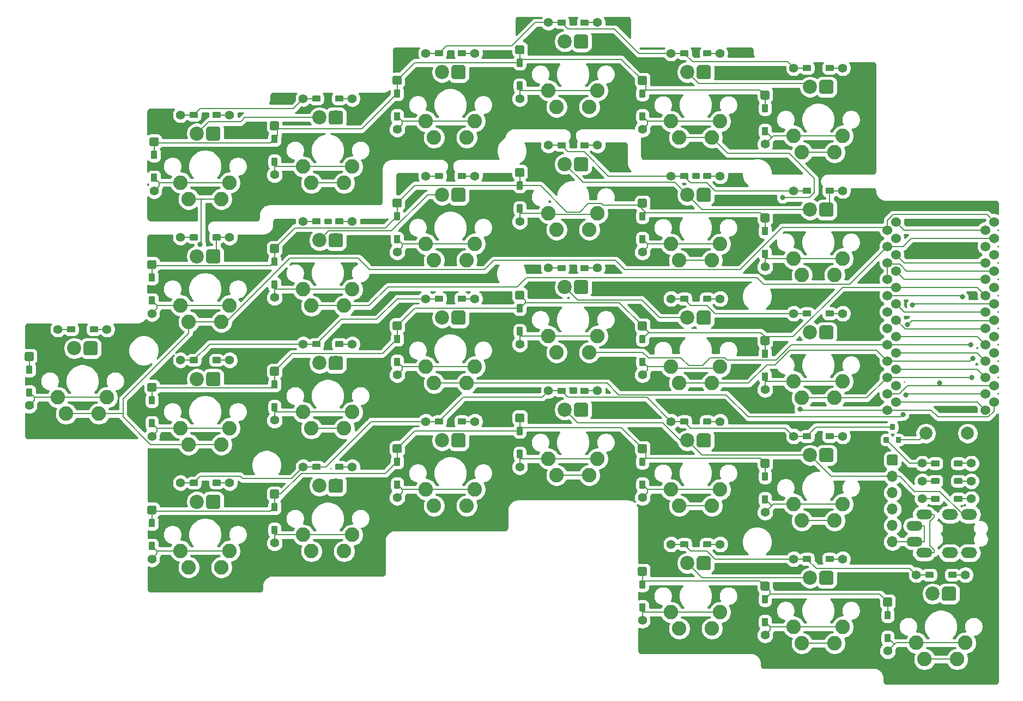
<source format=gtl>
G04 #@! TF.GenerationSoftware,KiCad,Pcbnew,(5.1.2)-2*
G04 #@! TF.CreationDate,2019-10-27T18:25:34+08:00*
G04 #@! TF.ProjectId,Pcb,5063622e-6b69-4636-9164-5f7063625858,rev?*
G04 #@! TF.SameCoordinates,Original*
G04 #@! TF.FileFunction,Copper,L1,Top*
G04 #@! TF.FilePolarity,Positive*
%FSLAX46Y46*%
G04 Gerber Fmt 4.6, Leading zero omitted, Abs format (unit mm)*
G04 Created by KiCad (PCBNEW (5.1.2)-2) date 2019-10-27 18:25:34*
%MOMM*%
%LPD*%
G04 APERTURE LIST*
%ADD10C,2.250000*%
%ADD11C,1.524000*%
%ADD12C,2.000000*%
%ADD13O,2.500000X1.700000*%
%ADD14O,2.500000X1.500000*%
%ADD15C,2.200000*%
%ADD16C,0.100000*%
%ADD17C,1.397000*%
%ADD18C,0.950000*%
%ADD19O,1.700000X1.700000*%
%ADD20C,1.700000*%
%ADD21C,0.800000*%
%ADD22C,0.200000*%
%ADD23C,0.254000*%
G04 APERTURE END LIST*
D10*
X128570000Y-53960000D03*
X122220000Y-56500000D03*
X127300000Y-56500000D03*
X120950000Y-53960000D03*
X109520000Y-56440000D03*
X103170000Y-58980000D03*
X108250000Y-58980000D03*
X101900000Y-56440000D03*
X147620000Y-46910000D03*
X141270000Y-49450000D03*
X146350000Y-49450000D03*
X140000000Y-46910000D03*
X166670000Y-42150000D03*
X160320000Y-44690000D03*
X165400000Y-44690000D03*
X159050000Y-42150000D03*
X185720000Y-46920000D03*
X179370000Y-49460000D03*
X184450000Y-49460000D03*
X178100000Y-46920000D03*
X204770000Y-49200000D03*
X198420000Y-51740000D03*
X203500000Y-51740000D03*
X197150000Y-49200000D03*
X109520000Y-75490000D03*
X103170000Y-78030000D03*
X108250000Y-78030000D03*
X101900000Y-75490000D03*
X128570000Y-73010000D03*
X122220000Y-75550000D03*
X127300000Y-75550000D03*
X120950000Y-73010000D03*
X147620000Y-65960000D03*
X141270000Y-68500000D03*
X146350000Y-68500000D03*
X140000000Y-65960000D03*
X166670000Y-61200000D03*
X160320000Y-63740000D03*
X165400000Y-63740000D03*
X159050000Y-61200000D03*
X185720000Y-65970000D03*
X179370000Y-68510000D03*
X184450000Y-68510000D03*
X178100000Y-65970000D03*
X204770000Y-68250000D03*
X198420000Y-70790000D03*
X203500000Y-70790000D03*
X197150000Y-68250000D03*
X109520000Y-94540000D03*
X103170000Y-97080000D03*
X108250000Y-97080000D03*
X101900000Y-94540000D03*
X128570000Y-92060000D03*
X122220000Y-94600000D03*
X127300000Y-94600000D03*
X120950000Y-92060000D03*
X147620000Y-85010000D03*
X141270000Y-87550000D03*
X146350000Y-87550000D03*
X140000000Y-85010000D03*
X166670000Y-80250000D03*
X160320000Y-82790000D03*
X165400000Y-82790000D03*
X159050000Y-80250000D03*
X185720000Y-85020000D03*
X179370000Y-87560000D03*
X184450000Y-87560000D03*
X178100000Y-85020000D03*
X204770000Y-87300000D03*
X198420000Y-89840000D03*
X203500000Y-89840000D03*
X197150000Y-87300000D03*
X109520000Y-113590000D03*
X103170000Y-116130000D03*
X108250000Y-116130000D03*
X101900000Y-113590000D03*
X128570000Y-111110000D03*
X122220000Y-113650000D03*
X127300000Y-113650000D03*
X120950000Y-111110000D03*
X147620000Y-104060000D03*
X141270000Y-106600000D03*
X146350000Y-106600000D03*
X140000000Y-104060000D03*
X166670000Y-99300000D03*
X160320000Y-101840000D03*
X165400000Y-101840000D03*
X159050000Y-99300000D03*
X185720000Y-104070000D03*
X179370000Y-106610000D03*
X184450000Y-106610000D03*
X178100000Y-104070000D03*
X204770000Y-106350000D03*
X198420000Y-108890000D03*
X203500000Y-108890000D03*
X197150000Y-106350000D03*
X90470000Y-89770000D03*
X84120000Y-92310000D03*
X89200000Y-92310000D03*
X82850000Y-89770000D03*
X185720000Y-123120000D03*
X179370000Y-125660000D03*
X184450000Y-125660000D03*
X178100000Y-123120000D03*
X204770000Y-125400000D03*
X198420000Y-127940000D03*
X203500000Y-127940000D03*
X197150000Y-125400000D03*
X223820000Y-127870000D03*
X217470000Y-130410000D03*
X222550000Y-130410000D03*
X216200000Y-127870000D03*
D11*
X213026400Y-67592000D03*
X228246400Y-85372000D03*
X228246400Y-65052000D03*
X226940000Y-81562000D03*
X211700000Y-89182000D03*
X228246400Y-70132000D03*
X211700000Y-63782000D03*
X226940000Y-76482000D03*
X213026400Y-77752000D03*
X228246400Y-90452000D03*
X211700000Y-86642000D03*
X211700000Y-79022000D03*
X226940000Y-86642000D03*
X226940000Y-79022000D03*
X228246400Y-87912000D03*
X228246400Y-80292000D03*
X228246400Y-67592000D03*
X226940000Y-84102000D03*
X228246400Y-82832000D03*
X213026400Y-72672000D03*
X211700000Y-66322000D03*
X213026400Y-87912000D03*
X213026400Y-90452000D03*
X211700000Y-71402000D03*
X211700000Y-76482000D03*
X226940000Y-91722000D03*
X226940000Y-68862000D03*
X213026400Y-80292000D03*
X228246400Y-77752000D03*
X213026400Y-82832000D03*
X228246400Y-75212000D03*
X228246400Y-62512000D03*
X211700000Y-84102000D03*
X213026400Y-70132000D03*
X211700000Y-91722000D03*
X226940000Y-66322000D03*
X226940000Y-63782000D03*
X213026400Y-85372000D03*
X211700000Y-81562000D03*
X226940000Y-71402000D03*
X226940000Y-89182000D03*
X213026400Y-65052000D03*
X213026400Y-62512000D03*
X228246400Y-72672000D03*
X213026400Y-75212000D03*
X226940000Y-73942000D03*
X211700000Y-68862000D03*
X211700000Y-73942000D03*
D12*
X224170000Y-95340000D03*
X217670000Y-95340000D03*
D13*
X221400000Y-113890000D03*
D14*
X217400000Y-113890000D03*
X215900000Y-109690000D03*
X217400000Y-107940000D03*
D13*
X224400000Y-107940000D03*
X224400000Y-113890000D03*
D14*
X215900000Y-112140000D03*
D13*
X221400000Y-107940000D03*
D15*
X104440000Y-48820000D03*
D16*
G36*
X107683128Y-47722119D02*
G01*
X107725840Y-47728454D01*
X107767725Y-47738946D01*
X107808381Y-47753493D01*
X107847415Y-47771955D01*
X107884451Y-47794153D01*
X107919133Y-47819875D01*
X107951127Y-47848873D01*
X107980125Y-47880867D01*
X108005847Y-47915549D01*
X108028045Y-47952585D01*
X108046507Y-47991619D01*
X108061054Y-48032275D01*
X108071546Y-48074160D01*
X108077881Y-48116872D01*
X108080000Y-48160000D01*
X108080000Y-49480000D01*
X108077881Y-49523128D01*
X108071546Y-49565840D01*
X108061054Y-49607725D01*
X108046507Y-49648381D01*
X108028045Y-49687415D01*
X108005847Y-49724451D01*
X107980125Y-49759133D01*
X107951127Y-49791127D01*
X107919133Y-49820125D01*
X107884451Y-49845847D01*
X107847415Y-49868045D01*
X107808381Y-49886507D01*
X107767725Y-49901054D01*
X107725840Y-49911546D01*
X107683128Y-49917881D01*
X107640000Y-49920000D01*
X106320000Y-49920000D01*
X106276872Y-49917881D01*
X106234160Y-49911546D01*
X106192275Y-49901054D01*
X106151619Y-49886507D01*
X106112585Y-49868045D01*
X106075549Y-49845847D01*
X106040867Y-49820125D01*
X106008873Y-49791127D01*
X105979875Y-49759133D01*
X105954153Y-49724451D01*
X105931955Y-49687415D01*
X105913493Y-49648381D01*
X105898946Y-49607725D01*
X105888454Y-49565840D01*
X105882119Y-49523128D01*
X105880000Y-49480000D01*
X105880000Y-48160000D01*
X105882119Y-48116872D01*
X105888454Y-48074160D01*
X105898946Y-48032275D01*
X105913493Y-47991619D01*
X105931955Y-47952585D01*
X105954153Y-47915549D01*
X105979875Y-47880867D01*
X106008873Y-47848873D01*
X106040867Y-47819875D01*
X106075549Y-47794153D01*
X106112585Y-47771955D01*
X106151619Y-47753493D01*
X106192275Y-47738946D01*
X106234160Y-47728454D01*
X106276872Y-47722119D01*
X106320000Y-47720000D01*
X107640000Y-47720000D01*
X107683128Y-47722119D01*
X107683128Y-47722119D01*
G37*
D15*
X106980000Y-48820000D03*
X123490000Y-46340000D03*
D16*
G36*
X126733128Y-45242119D02*
G01*
X126775840Y-45248454D01*
X126817725Y-45258946D01*
X126858381Y-45273493D01*
X126897415Y-45291955D01*
X126934451Y-45314153D01*
X126969133Y-45339875D01*
X127001127Y-45368873D01*
X127030125Y-45400867D01*
X127055847Y-45435549D01*
X127078045Y-45472585D01*
X127096507Y-45511619D01*
X127111054Y-45552275D01*
X127121546Y-45594160D01*
X127127881Y-45636872D01*
X127130000Y-45680000D01*
X127130000Y-47000000D01*
X127127881Y-47043128D01*
X127121546Y-47085840D01*
X127111054Y-47127725D01*
X127096507Y-47168381D01*
X127078045Y-47207415D01*
X127055847Y-47244451D01*
X127030125Y-47279133D01*
X127001127Y-47311127D01*
X126969133Y-47340125D01*
X126934451Y-47365847D01*
X126897415Y-47388045D01*
X126858381Y-47406507D01*
X126817725Y-47421054D01*
X126775840Y-47431546D01*
X126733128Y-47437881D01*
X126690000Y-47440000D01*
X125370000Y-47440000D01*
X125326872Y-47437881D01*
X125284160Y-47431546D01*
X125242275Y-47421054D01*
X125201619Y-47406507D01*
X125162585Y-47388045D01*
X125125549Y-47365847D01*
X125090867Y-47340125D01*
X125058873Y-47311127D01*
X125029875Y-47279133D01*
X125004153Y-47244451D01*
X124981955Y-47207415D01*
X124963493Y-47168381D01*
X124948946Y-47127725D01*
X124938454Y-47085840D01*
X124932119Y-47043128D01*
X124930000Y-47000000D01*
X124930000Y-45680000D01*
X124932119Y-45636872D01*
X124938454Y-45594160D01*
X124948946Y-45552275D01*
X124963493Y-45511619D01*
X124981955Y-45472585D01*
X125004153Y-45435549D01*
X125029875Y-45400867D01*
X125058873Y-45368873D01*
X125090867Y-45339875D01*
X125125549Y-45314153D01*
X125162585Y-45291955D01*
X125201619Y-45273493D01*
X125242275Y-45258946D01*
X125284160Y-45248454D01*
X125326872Y-45242119D01*
X125370000Y-45240000D01*
X126690000Y-45240000D01*
X126733128Y-45242119D01*
X126733128Y-45242119D01*
G37*
D15*
X126030000Y-46340000D03*
X142540000Y-39290000D03*
D16*
G36*
X145783128Y-38192119D02*
G01*
X145825840Y-38198454D01*
X145867725Y-38208946D01*
X145908381Y-38223493D01*
X145947415Y-38241955D01*
X145984451Y-38264153D01*
X146019133Y-38289875D01*
X146051127Y-38318873D01*
X146080125Y-38350867D01*
X146105847Y-38385549D01*
X146128045Y-38422585D01*
X146146507Y-38461619D01*
X146161054Y-38502275D01*
X146171546Y-38544160D01*
X146177881Y-38586872D01*
X146180000Y-38630000D01*
X146180000Y-39950000D01*
X146177881Y-39993128D01*
X146171546Y-40035840D01*
X146161054Y-40077725D01*
X146146507Y-40118381D01*
X146128045Y-40157415D01*
X146105847Y-40194451D01*
X146080125Y-40229133D01*
X146051127Y-40261127D01*
X146019133Y-40290125D01*
X145984451Y-40315847D01*
X145947415Y-40338045D01*
X145908381Y-40356507D01*
X145867725Y-40371054D01*
X145825840Y-40381546D01*
X145783128Y-40387881D01*
X145740000Y-40390000D01*
X144420000Y-40390000D01*
X144376872Y-40387881D01*
X144334160Y-40381546D01*
X144292275Y-40371054D01*
X144251619Y-40356507D01*
X144212585Y-40338045D01*
X144175549Y-40315847D01*
X144140867Y-40290125D01*
X144108873Y-40261127D01*
X144079875Y-40229133D01*
X144054153Y-40194451D01*
X144031955Y-40157415D01*
X144013493Y-40118381D01*
X143998946Y-40077725D01*
X143988454Y-40035840D01*
X143982119Y-39993128D01*
X143980000Y-39950000D01*
X143980000Y-38630000D01*
X143982119Y-38586872D01*
X143988454Y-38544160D01*
X143998946Y-38502275D01*
X144013493Y-38461619D01*
X144031955Y-38422585D01*
X144054153Y-38385549D01*
X144079875Y-38350867D01*
X144108873Y-38318873D01*
X144140867Y-38289875D01*
X144175549Y-38264153D01*
X144212585Y-38241955D01*
X144251619Y-38223493D01*
X144292275Y-38208946D01*
X144334160Y-38198454D01*
X144376872Y-38192119D01*
X144420000Y-38190000D01*
X145740000Y-38190000D01*
X145783128Y-38192119D01*
X145783128Y-38192119D01*
G37*
D15*
X145080000Y-39290000D03*
X161590000Y-34530000D03*
D16*
G36*
X164833128Y-33432119D02*
G01*
X164875840Y-33438454D01*
X164917725Y-33448946D01*
X164958381Y-33463493D01*
X164997415Y-33481955D01*
X165034451Y-33504153D01*
X165069133Y-33529875D01*
X165101127Y-33558873D01*
X165130125Y-33590867D01*
X165155847Y-33625549D01*
X165178045Y-33662585D01*
X165196507Y-33701619D01*
X165211054Y-33742275D01*
X165221546Y-33784160D01*
X165227881Y-33826872D01*
X165230000Y-33870000D01*
X165230000Y-35190000D01*
X165227881Y-35233128D01*
X165221546Y-35275840D01*
X165211054Y-35317725D01*
X165196507Y-35358381D01*
X165178045Y-35397415D01*
X165155847Y-35434451D01*
X165130125Y-35469133D01*
X165101127Y-35501127D01*
X165069133Y-35530125D01*
X165034451Y-35555847D01*
X164997415Y-35578045D01*
X164958381Y-35596507D01*
X164917725Y-35611054D01*
X164875840Y-35621546D01*
X164833128Y-35627881D01*
X164790000Y-35630000D01*
X163470000Y-35630000D01*
X163426872Y-35627881D01*
X163384160Y-35621546D01*
X163342275Y-35611054D01*
X163301619Y-35596507D01*
X163262585Y-35578045D01*
X163225549Y-35555847D01*
X163190867Y-35530125D01*
X163158873Y-35501127D01*
X163129875Y-35469133D01*
X163104153Y-35434451D01*
X163081955Y-35397415D01*
X163063493Y-35358381D01*
X163048946Y-35317725D01*
X163038454Y-35275840D01*
X163032119Y-35233128D01*
X163030000Y-35190000D01*
X163030000Y-33870000D01*
X163032119Y-33826872D01*
X163038454Y-33784160D01*
X163048946Y-33742275D01*
X163063493Y-33701619D01*
X163081955Y-33662585D01*
X163104153Y-33625549D01*
X163129875Y-33590867D01*
X163158873Y-33558873D01*
X163190867Y-33529875D01*
X163225549Y-33504153D01*
X163262585Y-33481955D01*
X163301619Y-33463493D01*
X163342275Y-33448946D01*
X163384160Y-33438454D01*
X163426872Y-33432119D01*
X163470000Y-33430000D01*
X164790000Y-33430000D01*
X164833128Y-33432119D01*
X164833128Y-33432119D01*
G37*
D15*
X164130000Y-34530000D03*
X180640000Y-39300000D03*
D16*
G36*
X183883128Y-38202119D02*
G01*
X183925840Y-38208454D01*
X183967725Y-38218946D01*
X184008381Y-38233493D01*
X184047415Y-38251955D01*
X184084451Y-38274153D01*
X184119133Y-38299875D01*
X184151127Y-38328873D01*
X184180125Y-38360867D01*
X184205847Y-38395549D01*
X184228045Y-38432585D01*
X184246507Y-38471619D01*
X184261054Y-38512275D01*
X184271546Y-38554160D01*
X184277881Y-38596872D01*
X184280000Y-38640000D01*
X184280000Y-39960000D01*
X184277881Y-40003128D01*
X184271546Y-40045840D01*
X184261054Y-40087725D01*
X184246507Y-40128381D01*
X184228045Y-40167415D01*
X184205847Y-40204451D01*
X184180125Y-40239133D01*
X184151127Y-40271127D01*
X184119133Y-40300125D01*
X184084451Y-40325847D01*
X184047415Y-40348045D01*
X184008381Y-40366507D01*
X183967725Y-40381054D01*
X183925840Y-40391546D01*
X183883128Y-40397881D01*
X183840000Y-40400000D01*
X182520000Y-40400000D01*
X182476872Y-40397881D01*
X182434160Y-40391546D01*
X182392275Y-40381054D01*
X182351619Y-40366507D01*
X182312585Y-40348045D01*
X182275549Y-40325847D01*
X182240867Y-40300125D01*
X182208873Y-40271127D01*
X182179875Y-40239133D01*
X182154153Y-40204451D01*
X182131955Y-40167415D01*
X182113493Y-40128381D01*
X182098946Y-40087725D01*
X182088454Y-40045840D01*
X182082119Y-40003128D01*
X182080000Y-39960000D01*
X182080000Y-38640000D01*
X182082119Y-38596872D01*
X182088454Y-38554160D01*
X182098946Y-38512275D01*
X182113493Y-38471619D01*
X182131955Y-38432585D01*
X182154153Y-38395549D01*
X182179875Y-38360867D01*
X182208873Y-38328873D01*
X182240867Y-38299875D01*
X182275549Y-38274153D01*
X182312585Y-38251955D01*
X182351619Y-38233493D01*
X182392275Y-38218946D01*
X182434160Y-38208454D01*
X182476872Y-38202119D01*
X182520000Y-38200000D01*
X183840000Y-38200000D01*
X183883128Y-38202119D01*
X183883128Y-38202119D01*
G37*
D15*
X183180000Y-39300000D03*
X199690000Y-41580000D03*
D16*
G36*
X202933128Y-40482119D02*
G01*
X202975840Y-40488454D01*
X203017725Y-40498946D01*
X203058381Y-40513493D01*
X203097415Y-40531955D01*
X203134451Y-40554153D01*
X203169133Y-40579875D01*
X203201127Y-40608873D01*
X203230125Y-40640867D01*
X203255847Y-40675549D01*
X203278045Y-40712585D01*
X203296507Y-40751619D01*
X203311054Y-40792275D01*
X203321546Y-40834160D01*
X203327881Y-40876872D01*
X203330000Y-40920000D01*
X203330000Y-42240000D01*
X203327881Y-42283128D01*
X203321546Y-42325840D01*
X203311054Y-42367725D01*
X203296507Y-42408381D01*
X203278045Y-42447415D01*
X203255847Y-42484451D01*
X203230125Y-42519133D01*
X203201127Y-42551127D01*
X203169133Y-42580125D01*
X203134451Y-42605847D01*
X203097415Y-42628045D01*
X203058381Y-42646507D01*
X203017725Y-42661054D01*
X202975840Y-42671546D01*
X202933128Y-42677881D01*
X202890000Y-42680000D01*
X201570000Y-42680000D01*
X201526872Y-42677881D01*
X201484160Y-42671546D01*
X201442275Y-42661054D01*
X201401619Y-42646507D01*
X201362585Y-42628045D01*
X201325549Y-42605847D01*
X201290867Y-42580125D01*
X201258873Y-42551127D01*
X201229875Y-42519133D01*
X201204153Y-42484451D01*
X201181955Y-42447415D01*
X201163493Y-42408381D01*
X201148946Y-42367725D01*
X201138454Y-42325840D01*
X201132119Y-42283128D01*
X201130000Y-42240000D01*
X201130000Y-40920000D01*
X201132119Y-40876872D01*
X201138454Y-40834160D01*
X201148946Y-40792275D01*
X201163493Y-40751619D01*
X201181955Y-40712585D01*
X201204153Y-40675549D01*
X201229875Y-40640867D01*
X201258873Y-40608873D01*
X201290867Y-40579875D01*
X201325549Y-40554153D01*
X201362585Y-40531955D01*
X201401619Y-40513493D01*
X201442275Y-40498946D01*
X201484160Y-40488454D01*
X201526872Y-40482119D01*
X201570000Y-40480000D01*
X202890000Y-40480000D01*
X202933128Y-40482119D01*
X202933128Y-40482119D01*
G37*
D15*
X202230000Y-41580000D03*
X104440000Y-67870000D03*
D16*
G36*
X107683128Y-66772119D02*
G01*
X107725840Y-66778454D01*
X107767725Y-66788946D01*
X107808381Y-66803493D01*
X107847415Y-66821955D01*
X107884451Y-66844153D01*
X107919133Y-66869875D01*
X107951127Y-66898873D01*
X107980125Y-66930867D01*
X108005847Y-66965549D01*
X108028045Y-67002585D01*
X108046507Y-67041619D01*
X108061054Y-67082275D01*
X108071546Y-67124160D01*
X108077881Y-67166872D01*
X108080000Y-67210000D01*
X108080000Y-68530000D01*
X108077881Y-68573128D01*
X108071546Y-68615840D01*
X108061054Y-68657725D01*
X108046507Y-68698381D01*
X108028045Y-68737415D01*
X108005847Y-68774451D01*
X107980125Y-68809133D01*
X107951127Y-68841127D01*
X107919133Y-68870125D01*
X107884451Y-68895847D01*
X107847415Y-68918045D01*
X107808381Y-68936507D01*
X107767725Y-68951054D01*
X107725840Y-68961546D01*
X107683128Y-68967881D01*
X107640000Y-68970000D01*
X106320000Y-68970000D01*
X106276872Y-68967881D01*
X106234160Y-68961546D01*
X106192275Y-68951054D01*
X106151619Y-68936507D01*
X106112585Y-68918045D01*
X106075549Y-68895847D01*
X106040867Y-68870125D01*
X106008873Y-68841127D01*
X105979875Y-68809133D01*
X105954153Y-68774451D01*
X105931955Y-68737415D01*
X105913493Y-68698381D01*
X105898946Y-68657725D01*
X105888454Y-68615840D01*
X105882119Y-68573128D01*
X105880000Y-68530000D01*
X105880000Y-67210000D01*
X105882119Y-67166872D01*
X105888454Y-67124160D01*
X105898946Y-67082275D01*
X105913493Y-67041619D01*
X105931955Y-67002585D01*
X105954153Y-66965549D01*
X105979875Y-66930867D01*
X106008873Y-66898873D01*
X106040867Y-66869875D01*
X106075549Y-66844153D01*
X106112585Y-66821955D01*
X106151619Y-66803493D01*
X106192275Y-66788946D01*
X106234160Y-66778454D01*
X106276872Y-66772119D01*
X106320000Y-66770000D01*
X107640000Y-66770000D01*
X107683128Y-66772119D01*
X107683128Y-66772119D01*
G37*
D15*
X106980000Y-67870000D03*
X123490000Y-65390000D03*
D16*
G36*
X126733128Y-64292119D02*
G01*
X126775840Y-64298454D01*
X126817725Y-64308946D01*
X126858381Y-64323493D01*
X126897415Y-64341955D01*
X126934451Y-64364153D01*
X126969133Y-64389875D01*
X127001127Y-64418873D01*
X127030125Y-64450867D01*
X127055847Y-64485549D01*
X127078045Y-64522585D01*
X127096507Y-64561619D01*
X127111054Y-64602275D01*
X127121546Y-64644160D01*
X127127881Y-64686872D01*
X127130000Y-64730000D01*
X127130000Y-66050000D01*
X127127881Y-66093128D01*
X127121546Y-66135840D01*
X127111054Y-66177725D01*
X127096507Y-66218381D01*
X127078045Y-66257415D01*
X127055847Y-66294451D01*
X127030125Y-66329133D01*
X127001127Y-66361127D01*
X126969133Y-66390125D01*
X126934451Y-66415847D01*
X126897415Y-66438045D01*
X126858381Y-66456507D01*
X126817725Y-66471054D01*
X126775840Y-66481546D01*
X126733128Y-66487881D01*
X126690000Y-66490000D01*
X125370000Y-66490000D01*
X125326872Y-66487881D01*
X125284160Y-66481546D01*
X125242275Y-66471054D01*
X125201619Y-66456507D01*
X125162585Y-66438045D01*
X125125549Y-66415847D01*
X125090867Y-66390125D01*
X125058873Y-66361127D01*
X125029875Y-66329133D01*
X125004153Y-66294451D01*
X124981955Y-66257415D01*
X124963493Y-66218381D01*
X124948946Y-66177725D01*
X124938454Y-66135840D01*
X124932119Y-66093128D01*
X124930000Y-66050000D01*
X124930000Y-64730000D01*
X124932119Y-64686872D01*
X124938454Y-64644160D01*
X124948946Y-64602275D01*
X124963493Y-64561619D01*
X124981955Y-64522585D01*
X125004153Y-64485549D01*
X125029875Y-64450867D01*
X125058873Y-64418873D01*
X125090867Y-64389875D01*
X125125549Y-64364153D01*
X125162585Y-64341955D01*
X125201619Y-64323493D01*
X125242275Y-64308946D01*
X125284160Y-64298454D01*
X125326872Y-64292119D01*
X125370000Y-64290000D01*
X126690000Y-64290000D01*
X126733128Y-64292119D01*
X126733128Y-64292119D01*
G37*
D15*
X126030000Y-65390000D03*
X142540000Y-58340000D03*
D16*
G36*
X145783128Y-57242119D02*
G01*
X145825840Y-57248454D01*
X145867725Y-57258946D01*
X145908381Y-57273493D01*
X145947415Y-57291955D01*
X145984451Y-57314153D01*
X146019133Y-57339875D01*
X146051127Y-57368873D01*
X146080125Y-57400867D01*
X146105847Y-57435549D01*
X146128045Y-57472585D01*
X146146507Y-57511619D01*
X146161054Y-57552275D01*
X146171546Y-57594160D01*
X146177881Y-57636872D01*
X146180000Y-57680000D01*
X146180000Y-59000000D01*
X146177881Y-59043128D01*
X146171546Y-59085840D01*
X146161054Y-59127725D01*
X146146507Y-59168381D01*
X146128045Y-59207415D01*
X146105847Y-59244451D01*
X146080125Y-59279133D01*
X146051127Y-59311127D01*
X146019133Y-59340125D01*
X145984451Y-59365847D01*
X145947415Y-59388045D01*
X145908381Y-59406507D01*
X145867725Y-59421054D01*
X145825840Y-59431546D01*
X145783128Y-59437881D01*
X145740000Y-59440000D01*
X144420000Y-59440000D01*
X144376872Y-59437881D01*
X144334160Y-59431546D01*
X144292275Y-59421054D01*
X144251619Y-59406507D01*
X144212585Y-59388045D01*
X144175549Y-59365847D01*
X144140867Y-59340125D01*
X144108873Y-59311127D01*
X144079875Y-59279133D01*
X144054153Y-59244451D01*
X144031955Y-59207415D01*
X144013493Y-59168381D01*
X143998946Y-59127725D01*
X143988454Y-59085840D01*
X143982119Y-59043128D01*
X143980000Y-59000000D01*
X143980000Y-57680000D01*
X143982119Y-57636872D01*
X143988454Y-57594160D01*
X143998946Y-57552275D01*
X144013493Y-57511619D01*
X144031955Y-57472585D01*
X144054153Y-57435549D01*
X144079875Y-57400867D01*
X144108873Y-57368873D01*
X144140867Y-57339875D01*
X144175549Y-57314153D01*
X144212585Y-57291955D01*
X144251619Y-57273493D01*
X144292275Y-57258946D01*
X144334160Y-57248454D01*
X144376872Y-57242119D01*
X144420000Y-57240000D01*
X145740000Y-57240000D01*
X145783128Y-57242119D01*
X145783128Y-57242119D01*
G37*
D15*
X145080000Y-58340000D03*
X161590000Y-53580000D03*
D16*
G36*
X164833128Y-52482119D02*
G01*
X164875840Y-52488454D01*
X164917725Y-52498946D01*
X164958381Y-52513493D01*
X164997415Y-52531955D01*
X165034451Y-52554153D01*
X165069133Y-52579875D01*
X165101127Y-52608873D01*
X165130125Y-52640867D01*
X165155847Y-52675549D01*
X165178045Y-52712585D01*
X165196507Y-52751619D01*
X165211054Y-52792275D01*
X165221546Y-52834160D01*
X165227881Y-52876872D01*
X165230000Y-52920000D01*
X165230000Y-54240000D01*
X165227881Y-54283128D01*
X165221546Y-54325840D01*
X165211054Y-54367725D01*
X165196507Y-54408381D01*
X165178045Y-54447415D01*
X165155847Y-54484451D01*
X165130125Y-54519133D01*
X165101127Y-54551127D01*
X165069133Y-54580125D01*
X165034451Y-54605847D01*
X164997415Y-54628045D01*
X164958381Y-54646507D01*
X164917725Y-54661054D01*
X164875840Y-54671546D01*
X164833128Y-54677881D01*
X164790000Y-54680000D01*
X163470000Y-54680000D01*
X163426872Y-54677881D01*
X163384160Y-54671546D01*
X163342275Y-54661054D01*
X163301619Y-54646507D01*
X163262585Y-54628045D01*
X163225549Y-54605847D01*
X163190867Y-54580125D01*
X163158873Y-54551127D01*
X163129875Y-54519133D01*
X163104153Y-54484451D01*
X163081955Y-54447415D01*
X163063493Y-54408381D01*
X163048946Y-54367725D01*
X163038454Y-54325840D01*
X163032119Y-54283128D01*
X163030000Y-54240000D01*
X163030000Y-52920000D01*
X163032119Y-52876872D01*
X163038454Y-52834160D01*
X163048946Y-52792275D01*
X163063493Y-52751619D01*
X163081955Y-52712585D01*
X163104153Y-52675549D01*
X163129875Y-52640867D01*
X163158873Y-52608873D01*
X163190867Y-52579875D01*
X163225549Y-52554153D01*
X163262585Y-52531955D01*
X163301619Y-52513493D01*
X163342275Y-52498946D01*
X163384160Y-52488454D01*
X163426872Y-52482119D01*
X163470000Y-52480000D01*
X164790000Y-52480000D01*
X164833128Y-52482119D01*
X164833128Y-52482119D01*
G37*
D15*
X164130000Y-53580000D03*
X180640000Y-58350000D03*
D16*
G36*
X183883128Y-57252119D02*
G01*
X183925840Y-57258454D01*
X183967725Y-57268946D01*
X184008381Y-57283493D01*
X184047415Y-57301955D01*
X184084451Y-57324153D01*
X184119133Y-57349875D01*
X184151127Y-57378873D01*
X184180125Y-57410867D01*
X184205847Y-57445549D01*
X184228045Y-57482585D01*
X184246507Y-57521619D01*
X184261054Y-57562275D01*
X184271546Y-57604160D01*
X184277881Y-57646872D01*
X184280000Y-57690000D01*
X184280000Y-59010000D01*
X184277881Y-59053128D01*
X184271546Y-59095840D01*
X184261054Y-59137725D01*
X184246507Y-59178381D01*
X184228045Y-59217415D01*
X184205847Y-59254451D01*
X184180125Y-59289133D01*
X184151127Y-59321127D01*
X184119133Y-59350125D01*
X184084451Y-59375847D01*
X184047415Y-59398045D01*
X184008381Y-59416507D01*
X183967725Y-59431054D01*
X183925840Y-59441546D01*
X183883128Y-59447881D01*
X183840000Y-59450000D01*
X182520000Y-59450000D01*
X182476872Y-59447881D01*
X182434160Y-59441546D01*
X182392275Y-59431054D01*
X182351619Y-59416507D01*
X182312585Y-59398045D01*
X182275549Y-59375847D01*
X182240867Y-59350125D01*
X182208873Y-59321127D01*
X182179875Y-59289133D01*
X182154153Y-59254451D01*
X182131955Y-59217415D01*
X182113493Y-59178381D01*
X182098946Y-59137725D01*
X182088454Y-59095840D01*
X182082119Y-59053128D01*
X182080000Y-59010000D01*
X182080000Y-57690000D01*
X182082119Y-57646872D01*
X182088454Y-57604160D01*
X182098946Y-57562275D01*
X182113493Y-57521619D01*
X182131955Y-57482585D01*
X182154153Y-57445549D01*
X182179875Y-57410867D01*
X182208873Y-57378873D01*
X182240867Y-57349875D01*
X182275549Y-57324153D01*
X182312585Y-57301955D01*
X182351619Y-57283493D01*
X182392275Y-57268946D01*
X182434160Y-57258454D01*
X182476872Y-57252119D01*
X182520000Y-57250000D01*
X183840000Y-57250000D01*
X183883128Y-57252119D01*
X183883128Y-57252119D01*
G37*
D15*
X183180000Y-58350000D03*
X199690000Y-60630000D03*
D16*
G36*
X202933128Y-59532119D02*
G01*
X202975840Y-59538454D01*
X203017725Y-59548946D01*
X203058381Y-59563493D01*
X203097415Y-59581955D01*
X203134451Y-59604153D01*
X203169133Y-59629875D01*
X203201127Y-59658873D01*
X203230125Y-59690867D01*
X203255847Y-59725549D01*
X203278045Y-59762585D01*
X203296507Y-59801619D01*
X203311054Y-59842275D01*
X203321546Y-59884160D01*
X203327881Y-59926872D01*
X203330000Y-59970000D01*
X203330000Y-61290000D01*
X203327881Y-61333128D01*
X203321546Y-61375840D01*
X203311054Y-61417725D01*
X203296507Y-61458381D01*
X203278045Y-61497415D01*
X203255847Y-61534451D01*
X203230125Y-61569133D01*
X203201127Y-61601127D01*
X203169133Y-61630125D01*
X203134451Y-61655847D01*
X203097415Y-61678045D01*
X203058381Y-61696507D01*
X203017725Y-61711054D01*
X202975840Y-61721546D01*
X202933128Y-61727881D01*
X202890000Y-61730000D01*
X201570000Y-61730000D01*
X201526872Y-61727881D01*
X201484160Y-61721546D01*
X201442275Y-61711054D01*
X201401619Y-61696507D01*
X201362585Y-61678045D01*
X201325549Y-61655847D01*
X201290867Y-61630125D01*
X201258873Y-61601127D01*
X201229875Y-61569133D01*
X201204153Y-61534451D01*
X201181955Y-61497415D01*
X201163493Y-61458381D01*
X201148946Y-61417725D01*
X201138454Y-61375840D01*
X201132119Y-61333128D01*
X201130000Y-61290000D01*
X201130000Y-59970000D01*
X201132119Y-59926872D01*
X201138454Y-59884160D01*
X201148946Y-59842275D01*
X201163493Y-59801619D01*
X201181955Y-59762585D01*
X201204153Y-59725549D01*
X201229875Y-59690867D01*
X201258873Y-59658873D01*
X201290867Y-59629875D01*
X201325549Y-59604153D01*
X201362585Y-59581955D01*
X201401619Y-59563493D01*
X201442275Y-59548946D01*
X201484160Y-59538454D01*
X201526872Y-59532119D01*
X201570000Y-59530000D01*
X202890000Y-59530000D01*
X202933128Y-59532119D01*
X202933128Y-59532119D01*
G37*
D15*
X202230000Y-60630000D03*
X104440000Y-86920000D03*
D16*
G36*
X107683128Y-85822119D02*
G01*
X107725840Y-85828454D01*
X107767725Y-85838946D01*
X107808381Y-85853493D01*
X107847415Y-85871955D01*
X107884451Y-85894153D01*
X107919133Y-85919875D01*
X107951127Y-85948873D01*
X107980125Y-85980867D01*
X108005847Y-86015549D01*
X108028045Y-86052585D01*
X108046507Y-86091619D01*
X108061054Y-86132275D01*
X108071546Y-86174160D01*
X108077881Y-86216872D01*
X108080000Y-86260000D01*
X108080000Y-87580000D01*
X108077881Y-87623128D01*
X108071546Y-87665840D01*
X108061054Y-87707725D01*
X108046507Y-87748381D01*
X108028045Y-87787415D01*
X108005847Y-87824451D01*
X107980125Y-87859133D01*
X107951127Y-87891127D01*
X107919133Y-87920125D01*
X107884451Y-87945847D01*
X107847415Y-87968045D01*
X107808381Y-87986507D01*
X107767725Y-88001054D01*
X107725840Y-88011546D01*
X107683128Y-88017881D01*
X107640000Y-88020000D01*
X106320000Y-88020000D01*
X106276872Y-88017881D01*
X106234160Y-88011546D01*
X106192275Y-88001054D01*
X106151619Y-87986507D01*
X106112585Y-87968045D01*
X106075549Y-87945847D01*
X106040867Y-87920125D01*
X106008873Y-87891127D01*
X105979875Y-87859133D01*
X105954153Y-87824451D01*
X105931955Y-87787415D01*
X105913493Y-87748381D01*
X105898946Y-87707725D01*
X105888454Y-87665840D01*
X105882119Y-87623128D01*
X105880000Y-87580000D01*
X105880000Y-86260000D01*
X105882119Y-86216872D01*
X105888454Y-86174160D01*
X105898946Y-86132275D01*
X105913493Y-86091619D01*
X105931955Y-86052585D01*
X105954153Y-86015549D01*
X105979875Y-85980867D01*
X106008873Y-85948873D01*
X106040867Y-85919875D01*
X106075549Y-85894153D01*
X106112585Y-85871955D01*
X106151619Y-85853493D01*
X106192275Y-85838946D01*
X106234160Y-85828454D01*
X106276872Y-85822119D01*
X106320000Y-85820000D01*
X107640000Y-85820000D01*
X107683128Y-85822119D01*
X107683128Y-85822119D01*
G37*
D15*
X106980000Y-86920000D03*
X123490000Y-84440000D03*
D16*
G36*
X126733128Y-83342119D02*
G01*
X126775840Y-83348454D01*
X126817725Y-83358946D01*
X126858381Y-83373493D01*
X126897415Y-83391955D01*
X126934451Y-83414153D01*
X126969133Y-83439875D01*
X127001127Y-83468873D01*
X127030125Y-83500867D01*
X127055847Y-83535549D01*
X127078045Y-83572585D01*
X127096507Y-83611619D01*
X127111054Y-83652275D01*
X127121546Y-83694160D01*
X127127881Y-83736872D01*
X127130000Y-83780000D01*
X127130000Y-85100000D01*
X127127881Y-85143128D01*
X127121546Y-85185840D01*
X127111054Y-85227725D01*
X127096507Y-85268381D01*
X127078045Y-85307415D01*
X127055847Y-85344451D01*
X127030125Y-85379133D01*
X127001127Y-85411127D01*
X126969133Y-85440125D01*
X126934451Y-85465847D01*
X126897415Y-85488045D01*
X126858381Y-85506507D01*
X126817725Y-85521054D01*
X126775840Y-85531546D01*
X126733128Y-85537881D01*
X126690000Y-85540000D01*
X125370000Y-85540000D01*
X125326872Y-85537881D01*
X125284160Y-85531546D01*
X125242275Y-85521054D01*
X125201619Y-85506507D01*
X125162585Y-85488045D01*
X125125549Y-85465847D01*
X125090867Y-85440125D01*
X125058873Y-85411127D01*
X125029875Y-85379133D01*
X125004153Y-85344451D01*
X124981955Y-85307415D01*
X124963493Y-85268381D01*
X124948946Y-85227725D01*
X124938454Y-85185840D01*
X124932119Y-85143128D01*
X124930000Y-85100000D01*
X124930000Y-83780000D01*
X124932119Y-83736872D01*
X124938454Y-83694160D01*
X124948946Y-83652275D01*
X124963493Y-83611619D01*
X124981955Y-83572585D01*
X125004153Y-83535549D01*
X125029875Y-83500867D01*
X125058873Y-83468873D01*
X125090867Y-83439875D01*
X125125549Y-83414153D01*
X125162585Y-83391955D01*
X125201619Y-83373493D01*
X125242275Y-83358946D01*
X125284160Y-83348454D01*
X125326872Y-83342119D01*
X125370000Y-83340000D01*
X126690000Y-83340000D01*
X126733128Y-83342119D01*
X126733128Y-83342119D01*
G37*
D15*
X126030000Y-84440000D03*
X142540000Y-77390000D03*
D16*
G36*
X145783128Y-76292119D02*
G01*
X145825840Y-76298454D01*
X145867725Y-76308946D01*
X145908381Y-76323493D01*
X145947415Y-76341955D01*
X145984451Y-76364153D01*
X146019133Y-76389875D01*
X146051127Y-76418873D01*
X146080125Y-76450867D01*
X146105847Y-76485549D01*
X146128045Y-76522585D01*
X146146507Y-76561619D01*
X146161054Y-76602275D01*
X146171546Y-76644160D01*
X146177881Y-76686872D01*
X146180000Y-76730000D01*
X146180000Y-78050000D01*
X146177881Y-78093128D01*
X146171546Y-78135840D01*
X146161054Y-78177725D01*
X146146507Y-78218381D01*
X146128045Y-78257415D01*
X146105847Y-78294451D01*
X146080125Y-78329133D01*
X146051127Y-78361127D01*
X146019133Y-78390125D01*
X145984451Y-78415847D01*
X145947415Y-78438045D01*
X145908381Y-78456507D01*
X145867725Y-78471054D01*
X145825840Y-78481546D01*
X145783128Y-78487881D01*
X145740000Y-78490000D01*
X144420000Y-78490000D01*
X144376872Y-78487881D01*
X144334160Y-78481546D01*
X144292275Y-78471054D01*
X144251619Y-78456507D01*
X144212585Y-78438045D01*
X144175549Y-78415847D01*
X144140867Y-78390125D01*
X144108873Y-78361127D01*
X144079875Y-78329133D01*
X144054153Y-78294451D01*
X144031955Y-78257415D01*
X144013493Y-78218381D01*
X143998946Y-78177725D01*
X143988454Y-78135840D01*
X143982119Y-78093128D01*
X143980000Y-78050000D01*
X143980000Y-76730000D01*
X143982119Y-76686872D01*
X143988454Y-76644160D01*
X143998946Y-76602275D01*
X144013493Y-76561619D01*
X144031955Y-76522585D01*
X144054153Y-76485549D01*
X144079875Y-76450867D01*
X144108873Y-76418873D01*
X144140867Y-76389875D01*
X144175549Y-76364153D01*
X144212585Y-76341955D01*
X144251619Y-76323493D01*
X144292275Y-76308946D01*
X144334160Y-76298454D01*
X144376872Y-76292119D01*
X144420000Y-76290000D01*
X145740000Y-76290000D01*
X145783128Y-76292119D01*
X145783128Y-76292119D01*
G37*
D15*
X145080000Y-77390000D03*
X161590000Y-72630000D03*
D16*
G36*
X164833128Y-71532119D02*
G01*
X164875840Y-71538454D01*
X164917725Y-71548946D01*
X164958381Y-71563493D01*
X164997415Y-71581955D01*
X165034451Y-71604153D01*
X165069133Y-71629875D01*
X165101127Y-71658873D01*
X165130125Y-71690867D01*
X165155847Y-71725549D01*
X165178045Y-71762585D01*
X165196507Y-71801619D01*
X165211054Y-71842275D01*
X165221546Y-71884160D01*
X165227881Y-71926872D01*
X165230000Y-71970000D01*
X165230000Y-73290000D01*
X165227881Y-73333128D01*
X165221546Y-73375840D01*
X165211054Y-73417725D01*
X165196507Y-73458381D01*
X165178045Y-73497415D01*
X165155847Y-73534451D01*
X165130125Y-73569133D01*
X165101127Y-73601127D01*
X165069133Y-73630125D01*
X165034451Y-73655847D01*
X164997415Y-73678045D01*
X164958381Y-73696507D01*
X164917725Y-73711054D01*
X164875840Y-73721546D01*
X164833128Y-73727881D01*
X164790000Y-73730000D01*
X163470000Y-73730000D01*
X163426872Y-73727881D01*
X163384160Y-73721546D01*
X163342275Y-73711054D01*
X163301619Y-73696507D01*
X163262585Y-73678045D01*
X163225549Y-73655847D01*
X163190867Y-73630125D01*
X163158873Y-73601127D01*
X163129875Y-73569133D01*
X163104153Y-73534451D01*
X163081955Y-73497415D01*
X163063493Y-73458381D01*
X163048946Y-73417725D01*
X163038454Y-73375840D01*
X163032119Y-73333128D01*
X163030000Y-73290000D01*
X163030000Y-71970000D01*
X163032119Y-71926872D01*
X163038454Y-71884160D01*
X163048946Y-71842275D01*
X163063493Y-71801619D01*
X163081955Y-71762585D01*
X163104153Y-71725549D01*
X163129875Y-71690867D01*
X163158873Y-71658873D01*
X163190867Y-71629875D01*
X163225549Y-71604153D01*
X163262585Y-71581955D01*
X163301619Y-71563493D01*
X163342275Y-71548946D01*
X163384160Y-71538454D01*
X163426872Y-71532119D01*
X163470000Y-71530000D01*
X164790000Y-71530000D01*
X164833128Y-71532119D01*
X164833128Y-71532119D01*
G37*
D15*
X164130000Y-72630000D03*
X180640000Y-77400000D03*
D16*
G36*
X183883128Y-76302119D02*
G01*
X183925840Y-76308454D01*
X183967725Y-76318946D01*
X184008381Y-76333493D01*
X184047415Y-76351955D01*
X184084451Y-76374153D01*
X184119133Y-76399875D01*
X184151127Y-76428873D01*
X184180125Y-76460867D01*
X184205847Y-76495549D01*
X184228045Y-76532585D01*
X184246507Y-76571619D01*
X184261054Y-76612275D01*
X184271546Y-76654160D01*
X184277881Y-76696872D01*
X184280000Y-76740000D01*
X184280000Y-78060000D01*
X184277881Y-78103128D01*
X184271546Y-78145840D01*
X184261054Y-78187725D01*
X184246507Y-78228381D01*
X184228045Y-78267415D01*
X184205847Y-78304451D01*
X184180125Y-78339133D01*
X184151127Y-78371127D01*
X184119133Y-78400125D01*
X184084451Y-78425847D01*
X184047415Y-78448045D01*
X184008381Y-78466507D01*
X183967725Y-78481054D01*
X183925840Y-78491546D01*
X183883128Y-78497881D01*
X183840000Y-78500000D01*
X182520000Y-78500000D01*
X182476872Y-78497881D01*
X182434160Y-78491546D01*
X182392275Y-78481054D01*
X182351619Y-78466507D01*
X182312585Y-78448045D01*
X182275549Y-78425847D01*
X182240867Y-78400125D01*
X182208873Y-78371127D01*
X182179875Y-78339133D01*
X182154153Y-78304451D01*
X182131955Y-78267415D01*
X182113493Y-78228381D01*
X182098946Y-78187725D01*
X182088454Y-78145840D01*
X182082119Y-78103128D01*
X182080000Y-78060000D01*
X182080000Y-76740000D01*
X182082119Y-76696872D01*
X182088454Y-76654160D01*
X182098946Y-76612275D01*
X182113493Y-76571619D01*
X182131955Y-76532585D01*
X182154153Y-76495549D01*
X182179875Y-76460867D01*
X182208873Y-76428873D01*
X182240867Y-76399875D01*
X182275549Y-76374153D01*
X182312585Y-76351955D01*
X182351619Y-76333493D01*
X182392275Y-76318946D01*
X182434160Y-76308454D01*
X182476872Y-76302119D01*
X182520000Y-76300000D01*
X183840000Y-76300000D01*
X183883128Y-76302119D01*
X183883128Y-76302119D01*
G37*
D15*
X183180000Y-77400000D03*
X199690000Y-79680000D03*
D16*
G36*
X202933128Y-78582119D02*
G01*
X202975840Y-78588454D01*
X203017725Y-78598946D01*
X203058381Y-78613493D01*
X203097415Y-78631955D01*
X203134451Y-78654153D01*
X203169133Y-78679875D01*
X203201127Y-78708873D01*
X203230125Y-78740867D01*
X203255847Y-78775549D01*
X203278045Y-78812585D01*
X203296507Y-78851619D01*
X203311054Y-78892275D01*
X203321546Y-78934160D01*
X203327881Y-78976872D01*
X203330000Y-79020000D01*
X203330000Y-80340000D01*
X203327881Y-80383128D01*
X203321546Y-80425840D01*
X203311054Y-80467725D01*
X203296507Y-80508381D01*
X203278045Y-80547415D01*
X203255847Y-80584451D01*
X203230125Y-80619133D01*
X203201127Y-80651127D01*
X203169133Y-80680125D01*
X203134451Y-80705847D01*
X203097415Y-80728045D01*
X203058381Y-80746507D01*
X203017725Y-80761054D01*
X202975840Y-80771546D01*
X202933128Y-80777881D01*
X202890000Y-80780000D01*
X201570000Y-80780000D01*
X201526872Y-80777881D01*
X201484160Y-80771546D01*
X201442275Y-80761054D01*
X201401619Y-80746507D01*
X201362585Y-80728045D01*
X201325549Y-80705847D01*
X201290867Y-80680125D01*
X201258873Y-80651127D01*
X201229875Y-80619133D01*
X201204153Y-80584451D01*
X201181955Y-80547415D01*
X201163493Y-80508381D01*
X201148946Y-80467725D01*
X201138454Y-80425840D01*
X201132119Y-80383128D01*
X201130000Y-80340000D01*
X201130000Y-79020000D01*
X201132119Y-78976872D01*
X201138454Y-78934160D01*
X201148946Y-78892275D01*
X201163493Y-78851619D01*
X201181955Y-78812585D01*
X201204153Y-78775549D01*
X201229875Y-78740867D01*
X201258873Y-78708873D01*
X201290867Y-78679875D01*
X201325549Y-78654153D01*
X201362585Y-78631955D01*
X201401619Y-78613493D01*
X201442275Y-78598946D01*
X201484160Y-78588454D01*
X201526872Y-78582119D01*
X201570000Y-78580000D01*
X202890000Y-78580000D01*
X202933128Y-78582119D01*
X202933128Y-78582119D01*
G37*
D15*
X202230000Y-79680000D03*
X104440000Y-105970000D03*
D16*
G36*
X107683128Y-104872119D02*
G01*
X107725840Y-104878454D01*
X107767725Y-104888946D01*
X107808381Y-104903493D01*
X107847415Y-104921955D01*
X107884451Y-104944153D01*
X107919133Y-104969875D01*
X107951127Y-104998873D01*
X107980125Y-105030867D01*
X108005847Y-105065549D01*
X108028045Y-105102585D01*
X108046507Y-105141619D01*
X108061054Y-105182275D01*
X108071546Y-105224160D01*
X108077881Y-105266872D01*
X108080000Y-105310000D01*
X108080000Y-106630000D01*
X108077881Y-106673128D01*
X108071546Y-106715840D01*
X108061054Y-106757725D01*
X108046507Y-106798381D01*
X108028045Y-106837415D01*
X108005847Y-106874451D01*
X107980125Y-106909133D01*
X107951127Y-106941127D01*
X107919133Y-106970125D01*
X107884451Y-106995847D01*
X107847415Y-107018045D01*
X107808381Y-107036507D01*
X107767725Y-107051054D01*
X107725840Y-107061546D01*
X107683128Y-107067881D01*
X107640000Y-107070000D01*
X106320000Y-107070000D01*
X106276872Y-107067881D01*
X106234160Y-107061546D01*
X106192275Y-107051054D01*
X106151619Y-107036507D01*
X106112585Y-107018045D01*
X106075549Y-106995847D01*
X106040867Y-106970125D01*
X106008873Y-106941127D01*
X105979875Y-106909133D01*
X105954153Y-106874451D01*
X105931955Y-106837415D01*
X105913493Y-106798381D01*
X105898946Y-106757725D01*
X105888454Y-106715840D01*
X105882119Y-106673128D01*
X105880000Y-106630000D01*
X105880000Y-105310000D01*
X105882119Y-105266872D01*
X105888454Y-105224160D01*
X105898946Y-105182275D01*
X105913493Y-105141619D01*
X105931955Y-105102585D01*
X105954153Y-105065549D01*
X105979875Y-105030867D01*
X106008873Y-104998873D01*
X106040867Y-104969875D01*
X106075549Y-104944153D01*
X106112585Y-104921955D01*
X106151619Y-104903493D01*
X106192275Y-104888946D01*
X106234160Y-104878454D01*
X106276872Y-104872119D01*
X106320000Y-104870000D01*
X107640000Y-104870000D01*
X107683128Y-104872119D01*
X107683128Y-104872119D01*
G37*
D15*
X106980000Y-105970000D03*
X123490000Y-103490000D03*
D16*
G36*
X126733128Y-102392119D02*
G01*
X126775840Y-102398454D01*
X126817725Y-102408946D01*
X126858381Y-102423493D01*
X126897415Y-102441955D01*
X126934451Y-102464153D01*
X126969133Y-102489875D01*
X127001127Y-102518873D01*
X127030125Y-102550867D01*
X127055847Y-102585549D01*
X127078045Y-102622585D01*
X127096507Y-102661619D01*
X127111054Y-102702275D01*
X127121546Y-102744160D01*
X127127881Y-102786872D01*
X127130000Y-102830000D01*
X127130000Y-104150000D01*
X127127881Y-104193128D01*
X127121546Y-104235840D01*
X127111054Y-104277725D01*
X127096507Y-104318381D01*
X127078045Y-104357415D01*
X127055847Y-104394451D01*
X127030125Y-104429133D01*
X127001127Y-104461127D01*
X126969133Y-104490125D01*
X126934451Y-104515847D01*
X126897415Y-104538045D01*
X126858381Y-104556507D01*
X126817725Y-104571054D01*
X126775840Y-104581546D01*
X126733128Y-104587881D01*
X126690000Y-104590000D01*
X125370000Y-104590000D01*
X125326872Y-104587881D01*
X125284160Y-104581546D01*
X125242275Y-104571054D01*
X125201619Y-104556507D01*
X125162585Y-104538045D01*
X125125549Y-104515847D01*
X125090867Y-104490125D01*
X125058873Y-104461127D01*
X125029875Y-104429133D01*
X125004153Y-104394451D01*
X124981955Y-104357415D01*
X124963493Y-104318381D01*
X124948946Y-104277725D01*
X124938454Y-104235840D01*
X124932119Y-104193128D01*
X124930000Y-104150000D01*
X124930000Y-102830000D01*
X124932119Y-102786872D01*
X124938454Y-102744160D01*
X124948946Y-102702275D01*
X124963493Y-102661619D01*
X124981955Y-102622585D01*
X125004153Y-102585549D01*
X125029875Y-102550867D01*
X125058873Y-102518873D01*
X125090867Y-102489875D01*
X125125549Y-102464153D01*
X125162585Y-102441955D01*
X125201619Y-102423493D01*
X125242275Y-102408946D01*
X125284160Y-102398454D01*
X125326872Y-102392119D01*
X125370000Y-102390000D01*
X126690000Y-102390000D01*
X126733128Y-102392119D01*
X126733128Y-102392119D01*
G37*
D15*
X126030000Y-103490000D03*
X142540000Y-96440000D03*
D16*
G36*
X145783128Y-95342119D02*
G01*
X145825840Y-95348454D01*
X145867725Y-95358946D01*
X145908381Y-95373493D01*
X145947415Y-95391955D01*
X145984451Y-95414153D01*
X146019133Y-95439875D01*
X146051127Y-95468873D01*
X146080125Y-95500867D01*
X146105847Y-95535549D01*
X146128045Y-95572585D01*
X146146507Y-95611619D01*
X146161054Y-95652275D01*
X146171546Y-95694160D01*
X146177881Y-95736872D01*
X146180000Y-95780000D01*
X146180000Y-97100000D01*
X146177881Y-97143128D01*
X146171546Y-97185840D01*
X146161054Y-97227725D01*
X146146507Y-97268381D01*
X146128045Y-97307415D01*
X146105847Y-97344451D01*
X146080125Y-97379133D01*
X146051127Y-97411127D01*
X146019133Y-97440125D01*
X145984451Y-97465847D01*
X145947415Y-97488045D01*
X145908381Y-97506507D01*
X145867725Y-97521054D01*
X145825840Y-97531546D01*
X145783128Y-97537881D01*
X145740000Y-97540000D01*
X144420000Y-97540000D01*
X144376872Y-97537881D01*
X144334160Y-97531546D01*
X144292275Y-97521054D01*
X144251619Y-97506507D01*
X144212585Y-97488045D01*
X144175549Y-97465847D01*
X144140867Y-97440125D01*
X144108873Y-97411127D01*
X144079875Y-97379133D01*
X144054153Y-97344451D01*
X144031955Y-97307415D01*
X144013493Y-97268381D01*
X143998946Y-97227725D01*
X143988454Y-97185840D01*
X143982119Y-97143128D01*
X143980000Y-97100000D01*
X143980000Y-95780000D01*
X143982119Y-95736872D01*
X143988454Y-95694160D01*
X143998946Y-95652275D01*
X144013493Y-95611619D01*
X144031955Y-95572585D01*
X144054153Y-95535549D01*
X144079875Y-95500867D01*
X144108873Y-95468873D01*
X144140867Y-95439875D01*
X144175549Y-95414153D01*
X144212585Y-95391955D01*
X144251619Y-95373493D01*
X144292275Y-95358946D01*
X144334160Y-95348454D01*
X144376872Y-95342119D01*
X144420000Y-95340000D01*
X145740000Y-95340000D01*
X145783128Y-95342119D01*
X145783128Y-95342119D01*
G37*
D15*
X145080000Y-96440000D03*
X161590000Y-91680000D03*
D16*
G36*
X164833128Y-90582119D02*
G01*
X164875840Y-90588454D01*
X164917725Y-90598946D01*
X164958381Y-90613493D01*
X164997415Y-90631955D01*
X165034451Y-90654153D01*
X165069133Y-90679875D01*
X165101127Y-90708873D01*
X165130125Y-90740867D01*
X165155847Y-90775549D01*
X165178045Y-90812585D01*
X165196507Y-90851619D01*
X165211054Y-90892275D01*
X165221546Y-90934160D01*
X165227881Y-90976872D01*
X165230000Y-91020000D01*
X165230000Y-92340000D01*
X165227881Y-92383128D01*
X165221546Y-92425840D01*
X165211054Y-92467725D01*
X165196507Y-92508381D01*
X165178045Y-92547415D01*
X165155847Y-92584451D01*
X165130125Y-92619133D01*
X165101127Y-92651127D01*
X165069133Y-92680125D01*
X165034451Y-92705847D01*
X164997415Y-92728045D01*
X164958381Y-92746507D01*
X164917725Y-92761054D01*
X164875840Y-92771546D01*
X164833128Y-92777881D01*
X164790000Y-92780000D01*
X163470000Y-92780000D01*
X163426872Y-92777881D01*
X163384160Y-92771546D01*
X163342275Y-92761054D01*
X163301619Y-92746507D01*
X163262585Y-92728045D01*
X163225549Y-92705847D01*
X163190867Y-92680125D01*
X163158873Y-92651127D01*
X163129875Y-92619133D01*
X163104153Y-92584451D01*
X163081955Y-92547415D01*
X163063493Y-92508381D01*
X163048946Y-92467725D01*
X163038454Y-92425840D01*
X163032119Y-92383128D01*
X163030000Y-92340000D01*
X163030000Y-91020000D01*
X163032119Y-90976872D01*
X163038454Y-90934160D01*
X163048946Y-90892275D01*
X163063493Y-90851619D01*
X163081955Y-90812585D01*
X163104153Y-90775549D01*
X163129875Y-90740867D01*
X163158873Y-90708873D01*
X163190867Y-90679875D01*
X163225549Y-90654153D01*
X163262585Y-90631955D01*
X163301619Y-90613493D01*
X163342275Y-90598946D01*
X163384160Y-90588454D01*
X163426872Y-90582119D01*
X163470000Y-90580000D01*
X164790000Y-90580000D01*
X164833128Y-90582119D01*
X164833128Y-90582119D01*
G37*
D15*
X164130000Y-91680000D03*
X180640000Y-96450000D03*
D16*
G36*
X183883128Y-95352119D02*
G01*
X183925840Y-95358454D01*
X183967725Y-95368946D01*
X184008381Y-95383493D01*
X184047415Y-95401955D01*
X184084451Y-95424153D01*
X184119133Y-95449875D01*
X184151127Y-95478873D01*
X184180125Y-95510867D01*
X184205847Y-95545549D01*
X184228045Y-95582585D01*
X184246507Y-95621619D01*
X184261054Y-95662275D01*
X184271546Y-95704160D01*
X184277881Y-95746872D01*
X184280000Y-95790000D01*
X184280000Y-97110000D01*
X184277881Y-97153128D01*
X184271546Y-97195840D01*
X184261054Y-97237725D01*
X184246507Y-97278381D01*
X184228045Y-97317415D01*
X184205847Y-97354451D01*
X184180125Y-97389133D01*
X184151127Y-97421127D01*
X184119133Y-97450125D01*
X184084451Y-97475847D01*
X184047415Y-97498045D01*
X184008381Y-97516507D01*
X183967725Y-97531054D01*
X183925840Y-97541546D01*
X183883128Y-97547881D01*
X183840000Y-97550000D01*
X182520000Y-97550000D01*
X182476872Y-97547881D01*
X182434160Y-97541546D01*
X182392275Y-97531054D01*
X182351619Y-97516507D01*
X182312585Y-97498045D01*
X182275549Y-97475847D01*
X182240867Y-97450125D01*
X182208873Y-97421127D01*
X182179875Y-97389133D01*
X182154153Y-97354451D01*
X182131955Y-97317415D01*
X182113493Y-97278381D01*
X182098946Y-97237725D01*
X182088454Y-97195840D01*
X182082119Y-97153128D01*
X182080000Y-97110000D01*
X182080000Y-95790000D01*
X182082119Y-95746872D01*
X182088454Y-95704160D01*
X182098946Y-95662275D01*
X182113493Y-95621619D01*
X182131955Y-95582585D01*
X182154153Y-95545549D01*
X182179875Y-95510867D01*
X182208873Y-95478873D01*
X182240867Y-95449875D01*
X182275549Y-95424153D01*
X182312585Y-95401955D01*
X182351619Y-95383493D01*
X182392275Y-95368946D01*
X182434160Y-95358454D01*
X182476872Y-95352119D01*
X182520000Y-95350000D01*
X183840000Y-95350000D01*
X183883128Y-95352119D01*
X183883128Y-95352119D01*
G37*
D15*
X183180000Y-96450000D03*
X199690000Y-98730000D03*
D16*
G36*
X202933128Y-97632119D02*
G01*
X202975840Y-97638454D01*
X203017725Y-97648946D01*
X203058381Y-97663493D01*
X203097415Y-97681955D01*
X203134451Y-97704153D01*
X203169133Y-97729875D01*
X203201127Y-97758873D01*
X203230125Y-97790867D01*
X203255847Y-97825549D01*
X203278045Y-97862585D01*
X203296507Y-97901619D01*
X203311054Y-97942275D01*
X203321546Y-97984160D01*
X203327881Y-98026872D01*
X203330000Y-98070000D01*
X203330000Y-99390000D01*
X203327881Y-99433128D01*
X203321546Y-99475840D01*
X203311054Y-99517725D01*
X203296507Y-99558381D01*
X203278045Y-99597415D01*
X203255847Y-99634451D01*
X203230125Y-99669133D01*
X203201127Y-99701127D01*
X203169133Y-99730125D01*
X203134451Y-99755847D01*
X203097415Y-99778045D01*
X203058381Y-99796507D01*
X203017725Y-99811054D01*
X202975840Y-99821546D01*
X202933128Y-99827881D01*
X202890000Y-99830000D01*
X201570000Y-99830000D01*
X201526872Y-99827881D01*
X201484160Y-99821546D01*
X201442275Y-99811054D01*
X201401619Y-99796507D01*
X201362585Y-99778045D01*
X201325549Y-99755847D01*
X201290867Y-99730125D01*
X201258873Y-99701127D01*
X201229875Y-99669133D01*
X201204153Y-99634451D01*
X201181955Y-99597415D01*
X201163493Y-99558381D01*
X201148946Y-99517725D01*
X201138454Y-99475840D01*
X201132119Y-99433128D01*
X201130000Y-99390000D01*
X201130000Y-98070000D01*
X201132119Y-98026872D01*
X201138454Y-97984160D01*
X201148946Y-97942275D01*
X201163493Y-97901619D01*
X201181955Y-97862585D01*
X201204153Y-97825549D01*
X201229875Y-97790867D01*
X201258873Y-97758873D01*
X201290867Y-97729875D01*
X201325549Y-97704153D01*
X201362585Y-97681955D01*
X201401619Y-97663493D01*
X201442275Y-97648946D01*
X201484160Y-97638454D01*
X201526872Y-97632119D01*
X201570000Y-97630000D01*
X202890000Y-97630000D01*
X202933128Y-97632119D01*
X202933128Y-97632119D01*
G37*
D15*
X202230000Y-98730000D03*
X85390000Y-82150000D03*
D16*
G36*
X88633128Y-81052119D02*
G01*
X88675840Y-81058454D01*
X88717725Y-81068946D01*
X88758381Y-81083493D01*
X88797415Y-81101955D01*
X88834451Y-81124153D01*
X88869133Y-81149875D01*
X88901127Y-81178873D01*
X88930125Y-81210867D01*
X88955847Y-81245549D01*
X88978045Y-81282585D01*
X88996507Y-81321619D01*
X89011054Y-81362275D01*
X89021546Y-81404160D01*
X89027881Y-81446872D01*
X89030000Y-81490000D01*
X89030000Y-82810000D01*
X89027881Y-82853128D01*
X89021546Y-82895840D01*
X89011054Y-82937725D01*
X88996507Y-82978381D01*
X88978045Y-83017415D01*
X88955847Y-83054451D01*
X88930125Y-83089133D01*
X88901127Y-83121127D01*
X88869133Y-83150125D01*
X88834451Y-83175847D01*
X88797415Y-83198045D01*
X88758381Y-83216507D01*
X88717725Y-83231054D01*
X88675840Y-83241546D01*
X88633128Y-83247881D01*
X88590000Y-83250000D01*
X87270000Y-83250000D01*
X87226872Y-83247881D01*
X87184160Y-83241546D01*
X87142275Y-83231054D01*
X87101619Y-83216507D01*
X87062585Y-83198045D01*
X87025549Y-83175847D01*
X86990867Y-83150125D01*
X86958873Y-83121127D01*
X86929875Y-83089133D01*
X86904153Y-83054451D01*
X86881955Y-83017415D01*
X86863493Y-82978381D01*
X86848946Y-82937725D01*
X86838454Y-82895840D01*
X86832119Y-82853128D01*
X86830000Y-82810000D01*
X86830000Y-81490000D01*
X86832119Y-81446872D01*
X86838454Y-81404160D01*
X86848946Y-81362275D01*
X86863493Y-81321619D01*
X86881955Y-81282585D01*
X86904153Y-81245549D01*
X86929875Y-81210867D01*
X86958873Y-81178873D01*
X86990867Y-81149875D01*
X87025549Y-81124153D01*
X87062585Y-81101955D01*
X87101619Y-81083493D01*
X87142275Y-81068946D01*
X87184160Y-81058454D01*
X87226872Y-81052119D01*
X87270000Y-81050000D01*
X88590000Y-81050000D01*
X88633128Y-81052119D01*
X88633128Y-81052119D01*
G37*
D15*
X87930000Y-82150000D03*
X180640000Y-115500000D03*
D16*
G36*
X183883128Y-114402119D02*
G01*
X183925840Y-114408454D01*
X183967725Y-114418946D01*
X184008381Y-114433493D01*
X184047415Y-114451955D01*
X184084451Y-114474153D01*
X184119133Y-114499875D01*
X184151127Y-114528873D01*
X184180125Y-114560867D01*
X184205847Y-114595549D01*
X184228045Y-114632585D01*
X184246507Y-114671619D01*
X184261054Y-114712275D01*
X184271546Y-114754160D01*
X184277881Y-114796872D01*
X184280000Y-114840000D01*
X184280000Y-116160000D01*
X184277881Y-116203128D01*
X184271546Y-116245840D01*
X184261054Y-116287725D01*
X184246507Y-116328381D01*
X184228045Y-116367415D01*
X184205847Y-116404451D01*
X184180125Y-116439133D01*
X184151127Y-116471127D01*
X184119133Y-116500125D01*
X184084451Y-116525847D01*
X184047415Y-116548045D01*
X184008381Y-116566507D01*
X183967725Y-116581054D01*
X183925840Y-116591546D01*
X183883128Y-116597881D01*
X183840000Y-116600000D01*
X182520000Y-116600000D01*
X182476872Y-116597881D01*
X182434160Y-116591546D01*
X182392275Y-116581054D01*
X182351619Y-116566507D01*
X182312585Y-116548045D01*
X182275549Y-116525847D01*
X182240867Y-116500125D01*
X182208873Y-116471127D01*
X182179875Y-116439133D01*
X182154153Y-116404451D01*
X182131955Y-116367415D01*
X182113493Y-116328381D01*
X182098946Y-116287725D01*
X182088454Y-116245840D01*
X182082119Y-116203128D01*
X182080000Y-116160000D01*
X182080000Y-114840000D01*
X182082119Y-114796872D01*
X182088454Y-114754160D01*
X182098946Y-114712275D01*
X182113493Y-114671619D01*
X182131955Y-114632585D01*
X182154153Y-114595549D01*
X182179875Y-114560867D01*
X182208873Y-114528873D01*
X182240867Y-114499875D01*
X182275549Y-114474153D01*
X182312585Y-114451955D01*
X182351619Y-114433493D01*
X182392275Y-114418946D01*
X182434160Y-114408454D01*
X182476872Y-114402119D01*
X182520000Y-114400000D01*
X183840000Y-114400000D01*
X183883128Y-114402119D01*
X183883128Y-114402119D01*
G37*
D15*
X183180000Y-115500000D03*
X199690000Y-117780000D03*
D16*
G36*
X202933128Y-116682119D02*
G01*
X202975840Y-116688454D01*
X203017725Y-116698946D01*
X203058381Y-116713493D01*
X203097415Y-116731955D01*
X203134451Y-116754153D01*
X203169133Y-116779875D01*
X203201127Y-116808873D01*
X203230125Y-116840867D01*
X203255847Y-116875549D01*
X203278045Y-116912585D01*
X203296507Y-116951619D01*
X203311054Y-116992275D01*
X203321546Y-117034160D01*
X203327881Y-117076872D01*
X203330000Y-117120000D01*
X203330000Y-118440000D01*
X203327881Y-118483128D01*
X203321546Y-118525840D01*
X203311054Y-118567725D01*
X203296507Y-118608381D01*
X203278045Y-118647415D01*
X203255847Y-118684451D01*
X203230125Y-118719133D01*
X203201127Y-118751127D01*
X203169133Y-118780125D01*
X203134451Y-118805847D01*
X203097415Y-118828045D01*
X203058381Y-118846507D01*
X203017725Y-118861054D01*
X202975840Y-118871546D01*
X202933128Y-118877881D01*
X202890000Y-118880000D01*
X201570000Y-118880000D01*
X201526872Y-118877881D01*
X201484160Y-118871546D01*
X201442275Y-118861054D01*
X201401619Y-118846507D01*
X201362585Y-118828045D01*
X201325549Y-118805847D01*
X201290867Y-118780125D01*
X201258873Y-118751127D01*
X201229875Y-118719133D01*
X201204153Y-118684451D01*
X201181955Y-118647415D01*
X201163493Y-118608381D01*
X201148946Y-118567725D01*
X201138454Y-118525840D01*
X201132119Y-118483128D01*
X201130000Y-118440000D01*
X201130000Y-117120000D01*
X201132119Y-117076872D01*
X201138454Y-117034160D01*
X201148946Y-116992275D01*
X201163493Y-116951619D01*
X201181955Y-116912585D01*
X201204153Y-116875549D01*
X201229875Y-116840867D01*
X201258873Y-116808873D01*
X201290867Y-116779875D01*
X201325549Y-116754153D01*
X201362585Y-116731955D01*
X201401619Y-116713493D01*
X201442275Y-116698946D01*
X201484160Y-116688454D01*
X201526872Y-116682119D01*
X201570000Y-116680000D01*
X202890000Y-116680000D01*
X202933128Y-116682119D01*
X202933128Y-116682119D01*
G37*
D15*
X202230000Y-117780000D03*
X218740000Y-120250000D03*
D16*
G36*
X221983128Y-119152119D02*
G01*
X222025840Y-119158454D01*
X222067725Y-119168946D01*
X222108381Y-119183493D01*
X222147415Y-119201955D01*
X222184451Y-119224153D01*
X222219133Y-119249875D01*
X222251127Y-119278873D01*
X222280125Y-119310867D01*
X222305847Y-119345549D01*
X222328045Y-119382585D01*
X222346507Y-119421619D01*
X222361054Y-119462275D01*
X222371546Y-119504160D01*
X222377881Y-119546872D01*
X222380000Y-119590000D01*
X222380000Y-120910000D01*
X222377881Y-120953128D01*
X222371546Y-120995840D01*
X222361054Y-121037725D01*
X222346507Y-121078381D01*
X222328045Y-121117415D01*
X222305847Y-121154451D01*
X222280125Y-121189133D01*
X222251127Y-121221127D01*
X222219133Y-121250125D01*
X222184451Y-121275847D01*
X222147415Y-121298045D01*
X222108381Y-121316507D01*
X222067725Y-121331054D01*
X222025840Y-121341546D01*
X221983128Y-121347881D01*
X221940000Y-121350000D01*
X220620000Y-121350000D01*
X220576872Y-121347881D01*
X220534160Y-121341546D01*
X220492275Y-121331054D01*
X220451619Y-121316507D01*
X220412585Y-121298045D01*
X220375549Y-121275847D01*
X220340867Y-121250125D01*
X220308873Y-121221127D01*
X220279875Y-121189133D01*
X220254153Y-121154451D01*
X220231955Y-121117415D01*
X220213493Y-121078381D01*
X220198946Y-121037725D01*
X220188454Y-120995840D01*
X220182119Y-120953128D01*
X220180000Y-120910000D01*
X220180000Y-119590000D01*
X220182119Y-119546872D01*
X220188454Y-119504160D01*
X220198946Y-119462275D01*
X220213493Y-119421619D01*
X220231955Y-119382585D01*
X220254153Y-119345549D01*
X220279875Y-119310867D01*
X220308873Y-119278873D01*
X220340867Y-119249875D01*
X220375549Y-119224153D01*
X220412585Y-119201955D01*
X220451619Y-119183493D01*
X220492275Y-119168946D01*
X220534160Y-119158454D01*
X220576872Y-119152119D01*
X220620000Y-119150000D01*
X221940000Y-119150000D01*
X221983128Y-119152119D01*
X221983128Y-119152119D01*
G37*
D15*
X221280000Y-120250000D03*
D17*
X97780000Y-57710000D03*
D16*
G36*
X98226486Y-49392845D02*
G01*
X98253608Y-49396869D01*
X98280206Y-49403531D01*
X98306022Y-49412768D01*
X98330808Y-49424491D01*
X98354326Y-49438587D01*
X98376349Y-49454921D01*
X98396666Y-49473334D01*
X98415079Y-49493651D01*
X98431413Y-49515674D01*
X98445509Y-49539192D01*
X98457232Y-49563978D01*
X98466469Y-49589794D01*
X98473131Y-49616392D01*
X98477155Y-49643514D01*
X98478500Y-49670900D01*
X98478500Y-50509100D01*
X98477155Y-50536486D01*
X98473131Y-50563608D01*
X98466469Y-50590206D01*
X98457232Y-50616022D01*
X98445509Y-50640808D01*
X98431413Y-50664326D01*
X98415079Y-50686349D01*
X98396666Y-50706666D01*
X98376349Y-50725079D01*
X98354326Y-50741413D01*
X98330808Y-50755509D01*
X98306022Y-50767232D01*
X98280206Y-50776469D01*
X98253608Y-50783131D01*
X98226486Y-50787155D01*
X98199100Y-50788500D01*
X97360900Y-50788500D01*
X97333514Y-50787155D01*
X97306392Y-50783131D01*
X97279794Y-50776469D01*
X97253978Y-50767232D01*
X97229192Y-50755509D01*
X97205674Y-50741413D01*
X97183651Y-50725079D01*
X97163334Y-50706666D01*
X97144921Y-50686349D01*
X97128587Y-50664326D01*
X97114491Y-50640808D01*
X97102768Y-50616022D01*
X97093531Y-50590206D01*
X97086869Y-50563608D01*
X97082845Y-50536486D01*
X97081500Y-50509100D01*
X97081500Y-49670900D01*
X97082845Y-49643514D01*
X97086869Y-49616392D01*
X97093531Y-49589794D01*
X97102768Y-49563978D01*
X97114491Y-49539192D01*
X97128587Y-49515674D01*
X97144921Y-49493651D01*
X97163334Y-49473334D01*
X97183651Y-49454921D01*
X97205674Y-49438587D01*
X97229192Y-49424491D01*
X97253978Y-49412768D01*
X97279794Y-49403531D01*
X97306392Y-49396869D01*
X97333514Y-49392845D01*
X97360900Y-49391500D01*
X98199100Y-49391500D01*
X98226486Y-49392845D01*
X98226486Y-49392845D01*
G37*
D17*
X97780000Y-50090000D03*
D16*
G36*
X98083623Y-55025915D02*
G01*
X98102067Y-55028651D01*
X98120154Y-55033181D01*
X98137710Y-55039463D01*
X98154565Y-55047435D01*
X98170558Y-55057021D01*
X98185535Y-55068128D01*
X98199350Y-55080650D01*
X98211872Y-55094465D01*
X98222979Y-55109442D01*
X98232565Y-55125435D01*
X98240537Y-55142290D01*
X98246819Y-55159846D01*
X98251349Y-55177933D01*
X98254085Y-55196377D01*
X98255000Y-55215000D01*
X98255000Y-56135000D01*
X98254085Y-56153623D01*
X98251349Y-56172067D01*
X98246819Y-56190154D01*
X98240537Y-56207710D01*
X98232565Y-56224565D01*
X98222979Y-56240558D01*
X98211872Y-56255535D01*
X98199350Y-56269350D01*
X98185535Y-56281872D01*
X98170558Y-56292979D01*
X98154565Y-56302565D01*
X98137710Y-56310537D01*
X98120154Y-56316819D01*
X98102067Y-56321349D01*
X98083623Y-56324085D01*
X98065000Y-56325000D01*
X97495000Y-56325000D01*
X97476377Y-56324085D01*
X97457933Y-56321349D01*
X97439846Y-56316819D01*
X97422290Y-56310537D01*
X97405435Y-56302565D01*
X97389442Y-56292979D01*
X97374465Y-56281872D01*
X97360650Y-56269350D01*
X97348128Y-56255535D01*
X97337021Y-56240558D01*
X97327435Y-56224565D01*
X97319463Y-56207710D01*
X97313181Y-56190154D01*
X97308651Y-56172067D01*
X97305915Y-56153623D01*
X97305000Y-56135000D01*
X97305000Y-55215000D01*
X97305915Y-55196377D01*
X97308651Y-55177933D01*
X97313181Y-55159846D01*
X97319463Y-55142290D01*
X97327435Y-55125435D01*
X97337021Y-55109442D01*
X97348128Y-55094465D01*
X97360650Y-55080650D01*
X97374465Y-55068128D01*
X97389442Y-55057021D01*
X97405435Y-55047435D01*
X97422290Y-55039463D01*
X97439846Y-55033181D01*
X97457933Y-55028651D01*
X97476377Y-55025915D01*
X97495000Y-55025000D01*
X98065000Y-55025000D01*
X98083623Y-55025915D01*
X98083623Y-55025915D01*
G37*
D18*
X97780000Y-55675000D03*
D16*
G36*
X98083623Y-51475915D02*
G01*
X98102067Y-51478651D01*
X98120154Y-51483181D01*
X98137710Y-51489463D01*
X98154565Y-51497435D01*
X98170558Y-51507021D01*
X98185535Y-51518128D01*
X98199350Y-51530650D01*
X98211872Y-51544465D01*
X98222979Y-51559442D01*
X98232565Y-51575435D01*
X98240537Y-51592290D01*
X98246819Y-51609846D01*
X98251349Y-51627933D01*
X98254085Y-51646377D01*
X98255000Y-51665000D01*
X98255000Y-52585000D01*
X98254085Y-52603623D01*
X98251349Y-52622067D01*
X98246819Y-52640154D01*
X98240537Y-52657710D01*
X98232565Y-52674565D01*
X98222979Y-52690558D01*
X98211872Y-52705535D01*
X98199350Y-52719350D01*
X98185535Y-52731872D01*
X98170558Y-52742979D01*
X98154565Y-52752565D01*
X98137710Y-52760537D01*
X98120154Y-52766819D01*
X98102067Y-52771349D01*
X98083623Y-52774085D01*
X98065000Y-52775000D01*
X97495000Y-52775000D01*
X97476377Y-52774085D01*
X97457933Y-52771349D01*
X97439846Y-52766819D01*
X97422290Y-52760537D01*
X97405435Y-52752565D01*
X97389442Y-52742979D01*
X97374465Y-52731872D01*
X97360650Y-52719350D01*
X97348128Y-52705535D01*
X97337021Y-52690558D01*
X97327435Y-52674565D01*
X97319463Y-52657710D01*
X97313181Y-52640154D01*
X97308651Y-52622067D01*
X97305915Y-52603623D01*
X97305000Y-52585000D01*
X97305000Y-51665000D01*
X97305915Y-51646377D01*
X97308651Y-51627933D01*
X97313181Y-51609846D01*
X97319463Y-51592290D01*
X97327435Y-51575435D01*
X97337021Y-51559442D01*
X97348128Y-51544465D01*
X97360650Y-51530650D01*
X97374465Y-51518128D01*
X97389442Y-51507021D01*
X97405435Y-51497435D01*
X97422290Y-51489463D01*
X97439846Y-51483181D01*
X97457933Y-51478651D01*
X97476377Y-51475915D01*
X97495000Y-51475000D01*
X98065000Y-51475000D01*
X98083623Y-51475915D01*
X98083623Y-51475915D01*
G37*
D18*
X97780000Y-52125000D03*
D16*
G36*
X116783623Y-48995915D02*
G01*
X116802067Y-48998651D01*
X116820154Y-49003181D01*
X116837710Y-49009463D01*
X116854565Y-49017435D01*
X116870558Y-49027021D01*
X116885535Y-49038128D01*
X116899350Y-49050650D01*
X116911872Y-49064465D01*
X116922979Y-49079442D01*
X116932565Y-49095435D01*
X116940537Y-49112290D01*
X116946819Y-49129846D01*
X116951349Y-49147933D01*
X116954085Y-49166377D01*
X116955000Y-49185000D01*
X116955000Y-50105000D01*
X116954085Y-50123623D01*
X116951349Y-50142067D01*
X116946819Y-50160154D01*
X116940537Y-50177710D01*
X116932565Y-50194565D01*
X116922979Y-50210558D01*
X116911872Y-50225535D01*
X116899350Y-50239350D01*
X116885535Y-50251872D01*
X116870558Y-50262979D01*
X116854565Y-50272565D01*
X116837710Y-50280537D01*
X116820154Y-50286819D01*
X116802067Y-50291349D01*
X116783623Y-50294085D01*
X116765000Y-50295000D01*
X116195000Y-50295000D01*
X116176377Y-50294085D01*
X116157933Y-50291349D01*
X116139846Y-50286819D01*
X116122290Y-50280537D01*
X116105435Y-50272565D01*
X116089442Y-50262979D01*
X116074465Y-50251872D01*
X116060650Y-50239350D01*
X116048128Y-50225535D01*
X116037021Y-50210558D01*
X116027435Y-50194565D01*
X116019463Y-50177710D01*
X116013181Y-50160154D01*
X116008651Y-50142067D01*
X116005915Y-50123623D01*
X116005000Y-50105000D01*
X116005000Y-49185000D01*
X116005915Y-49166377D01*
X116008651Y-49147933D01*
X116013181Y-49129846D01*
X116019463Y-49112290D01*
X116027435Y-49095435D01*
X116037021Y-49079442D01*
X116048128Y-49064465D01*
X116060650Y-49050650D01*
X116074465Y-49038128D01*
X116089442Y-49027021D01*
X116105435Y-49017435D01*
X116122290Y-49009463D01*
X116139846Y-49003181D01*
X116157933Y-48998651D01*
X116176377Y-48995915D01*
X116195000Y-48995000D01*
X116765000Y-48995000D01*
X116783623Y-48995915D01*
X116783623Y-48995915D01*
G37*
D18*
X116480000Y-49645000D03*
D16*
G36*
X116783623Y-52545915D02*
G01*
X116802067Y-52548651D01*
X116820154Y-52553181D01*
X116837710Y-52559463D01*
X116854565Y-52567435D01*
X116870558Y-52577021D01*
X116885535Y-52588128D01*
X116899350Y-52600650D01*
X116911872Y-52614465D01*
X116922979Y-52629442D01*
X116932565Y-52645435D01*
X116940537Y-52662290D01*
X116946819Y-52679846D01*
X116951349Y-52697933D01*
X116954085Y-52716377D01*
X116955000Y-52735000D01*
X116955000Y-53655000D01*
X116954085Y-53673623D01*
X116951349Y-53692067D01*
X116946819Y-53710154D01*
X116940537Y-53727710D01*
X116932565Y-53744565D01*
X116922979Y-53760558D01*
X116911872Y-53775535D01*
X116899350Y-53789350D01*
X116885535Y-53801872D01*
X116870558Y-53812979D01*
X116854565Y-53822565D01*
X116837710Y-53830537D01*
X116820154Y-53836819D01*
X116802067Y-53841349D01*
X116783623Y-53844085D01*
X116765000Y-53845000D01*
X116195000Y-53845000D01*
X116176377Y-53844085D01*
X116157933Y-53841349D01*
X116139846Y-53836819D01*
X116122290Y-53830537D01*
X116105435Y-53822565D01*
X116089442Y-53812979D01*
X116074465Y-53801872D01*
X116060650Y-53789350D01*
X116048128Y-53775535D01*
X116037021Y-53760558D01*
X116027435Y-53744565D01*
X116019463Y-53727710D01*
X116013181Y-53710154D01*
X116008651Y-53692067D01*
X116005915Y-53673623D01*
X116005000Y-53655000D01*
X116005000Y-52735000D01*
X116005915Y-52716377D01*
X116008651Y-52697933D01*
X116013181Y-52679846D01*
X116019463Y-52662290D01*
X116027435Y-52645435D01*
X116037021Y-52629442D01*
X116048128Y-52614465D01*
X116060650Y-52600650D01*
X116074465Y-52588128D01*
X116089442Y-52577021D01*
X116105435Y-52567435D01*
X116122290Y-52559463D01*
X116139846Y-52553181D01*
X116157933Y-52548651D01*
X116176377Y-52545915D01*
X116195000Y-52545000D01*
X116765000Y-52545000D01*
X116783623Y-52545915D01*
X116783623Y-52545915D01*
G37*
D18*
X116480000Y-53195000D03*
D16*
G36*
X116926486Y-46912845D02*
G01*
X116953608Y-46916869D01*
X116980206Y-46923531D01*
X117006022Y-46932768D01*
X117030808Y-46944491D01*
X117054326Y-46958587D01*
X117076349Y-46974921D01*
X117096666Y-46993334D01*
X117115079Y-47013651D01*
X117131413Y-47035674D01*
X117145509Y-47059192D01*
X117157232Y-47083978D01*
X117166469Y-47109794D01*
X117173131Y-47136392D01*
X117177155Y-47163514D01*
X117178500Y-47190900D01*
X117178500Y-48029100D01*
X117177155Y-48056486D01*
X117173131Y-48083608D01*
X117166469Y-48110206D01*
X117157232Y-48136022D01*
X117145509Y-48160808D01*
X117131413Y-48184326D01*
X117115079Y-48206349D01*
X117096666Y-48226666D01*
X117076349Y-48245079D01*
X117054326Y-48261413D01*
X117030808Y-48275509D01*
X117006022Y-48287232D01*
X116980206Y-48296469D01*
X116953608Y-48303131D01*
X116926486Y-48307155D01*
X116899100Y-48308500D01*
X116060900Y-48308500D01*
X116033514Y-48307155D01*
X116006392Y-48303131D01*
X115979794Y-48296469D01*
X115953978Y-48287232D01*
X115929192Y-48275509D01*
X115905674Y-48261413D01*
X115883651Y-48245079D01*
X115863334Y-48226666D01*
X115844921Y-48206349D01*
X115828587Y-48184326D01*
X115814491Y-48160808D01*
X115802768Y-48136022D01*
X115793531Y-48110206D01*
X115786869Y-48083608D01*
X115782845Y-48056486D01*
X115781500Y-48029100D01*
X115781500Y-47190900D01*
X115782845Y-47163514D01*
X115786869Y-47136392D01*
X115793531Y-47109794D01*
X115802768Y-47083978D01*
X115814491Y-47059192D01*
X115828587Y-47035674D01*
X115844921Y-47013651D01*
X115863334Y-46993334D01*
X115883651Y-46974921D01*
X115905674Y-46958587D01*
X115929192Y-46944491D01*
X115953978Y-46932768D01*
X115979794Y-46923531D01*
X116006392Y-46916869D01*
X116033514Y-46912845D01*
X116060900Y-46911500D01*
X116899100Y-46911500D01*
X116926486Y-46912845D01*
X116926486Y-46912845D01*
G37*
D17*
X116480000Y-47610000D03*
X116480000Y-55230000D03*
X135530000Y-48180000D03*
D16*
G36*
X135976486Y-39862845D02*
G01*
X136003608Y-39866869D01*
X136030206Y-39873531D01*
X136056022Y-39882768D01*
X136080808Y-39894491D01*
X136104326Y-39908587D01*
X136126349Y-39924921D01*
X136146666Y-39943334D01*
X136165079Y-39963651D01*
X136181413Y-39985674D01*
X136195509Y-40009192D01*
X136207232Y-40033978D01*
X136216469Y-40059794D01*
X136223131Y-40086392D01*
X136227155Y-40113514D01*
X136228500Y-40140900D01*
X136228500Y-40979100D01*
X136227155Y-41006486D01*
X136223131Y-41033608D01*
X136216469Y-41060206D01*
X136207232Y-41086022D01*
X136195509Y-41110808D01*
X136181413Y-41134326D01*
X136165079Y-41156349D01*
X136146666Y-41176666D01*
X136126349Y-41195079D01*
X136104326Y-41211413D01*
X136080808Y-41225509D01*
X136056022Y-41237232D01*
X136030206Y-41246469D01*
X136003608Y-41253131D01*
X135976486Y-41257155D01*
X135949100Y-41258500D01*
X135110900Y-41258500D01*
X135083514Y-41257155D01*
X135056392Y-41253131D01*
X135029794Y-41246469D01*
X135003978Y-41237232D01*
X134979192Y-41225509D01*
X134955674Y-41211413D01*
X134933651Y-41195079D01*
X134913334Y-41176666D01*
X134894921Y-41156349D01*
X134878587Y-41134326D01*
X134864491Y-41110808D01*
X134852768Y-41086022D01*
X134843531Y-41060206D01*
X134836869Y-41033608D01*
X134832845Y-41006486D01*
X134831500Y-40979100D01*
X134831500Y-40140900D01*
X134832845Y-40113514D01*
X134836869Y-40086392D01*
X134843531Y-40059794D01*
X134852768Y-40033978D01*
X134864491Y-40009192D01*
X134878587Y-39985674D01*
X134894921Y-39963651D01*
X134913334Y-39943334D01*
X134933651Y-39924921D01*
X134955674Y-39908587D01*
X134979192Y-39894491D01*
X135003978Y-39882768D01*
X135029794Y-39873531D01*
X135056392Y-39866869D01*
X135083514Y-39862845D01*
X135110900Y-39861500D01*
X135949100Y-39861500D01*
X135976486Y-39862845D01*
X135976486Y-39862845D01*
G37*
D17*
X135530000Y-40560000D03*
D16*
G36*
X135833623Y-45495915D02*
G01*
X135852067Y-45498651D01*
X135870154Y-45503181D01*
X135887710Y-45509463D01*
X135904565Y-45517435D01*
X135920558Y-45527021D01*
X135935535Y-45538128D01*
X135949350Y-45550650D01*
X135961872Y-45564465D01*
X135972979Y-45579442D01*
X135982565Y-45595435D01*
X135990537Y-45612290D01*
X135996819Y-45629846D01*
X136001349Y-45647933D01*
X136004085Y-45666377D01*
X136005000Y-45685000D01*
X136005000Y-46605000D01*
X136004085Y-46623623D01*
X136001349Y-46642067D01*
X135996819Y-46660154D01*
X135990537Y-46677710D01*
X135982565Y-46694565D01*
X135972979Y-46710558D01*
X135961872Y-46725535D01*
X135949350Y-46739350D01*
X135935535Y-46751872D01*
X135920558Y-46762979D01*
X135904565Y-46772565D01*
X135887710Y-46780537D01*
X135870154Y-46786819D01*
X135852067Y-46791349D01*
X135833623Y-46794085D01*
X135815000Y-46795000D01*
X135245000Y-46795000D01*
X135226377Y-46794085D01*
X135207933Y-46791349D01*
X135189846Y-46786819D01*
X135172290Y-46780537D01*
X135155435Y-46772565D01*
X135139442Y-46762979D01*
X135124465Y-46751872D01*
X135110650Y-46739350D01*
X135098128Y-46725535D01*
X135087021Y-46710558D01*
X135077435Y-46694565D01*
X135069463Y-46677710D01*
X135063181Y-46660154D01*
X135058651Y-46642067D01*
X135055915Y-46623623D01*
X135055000Y-46605000D01*
X135055000Y-45685000D01*
X135055915Y-45666377D01*
X135058651Y-45647933D01*
X135063181Y-45629846D01*
X135069463Y-45612290D01*
X135077435Y-45595435D01*
X135087021Y-45579442D01*
X135098128Y-45564465D01*
X135110650Y-45550650D01*
X135124465Y-45538128D01*
X135139442Y-45527021D01*
X135155435Y-45517435D01*
X135172290Y-45509463D01*
X135189846Y-45503181D01*
X135207933Y-45498651D01*
X135226377Y-45495915D01*
X135245000Y-45495000D01*
X135815000Y-45495000D01*
X135833623Y-45495915D01*
X135833623Y-45495915D01*
G37*
D18*
X135530000Y-46145000D03*
D16*
G36*
X135833623Y-41945915D02*
G01*
X135852067Y-41948651D01*
X135870154Y-41953181D01*
X135887710Y-41959463D01*
X135904565Y-41967435D01*
X135920558Y-41977021D01*
X135935535Y-41988128D01*
X135949350Y-42000650D01*
X135961872Y-42014465D01*
X135972979Y-42029442D01*
X135982565Y-42045435D01*
X135990537Y-42062290D01*
X135996819Y-42079846D01*
X136001349Y-42097933D01*
X136004085Y-42116377D01*
X136005000Y-42135000D01*
X136005000Y-43055000D01*
X136004085Y-43073623D01*
X136001349Y-43092067D01*
X135996819Y-43110154D01*
X135990537Y-43127710D01*
X135982565Y-43144565D01*
X135972979Y-43160558D01*
X135961872Y-43175535D01*
X135949350Y-43189350D01*
X135935535Y-43201872D01*
X135920558Y-43212979D01*
X135904565Y-43222565D01*
X135887710Y-43230537D01*
X135870154Y-43236819D01*
X135852067Y-43241349D01*
X135833623Y-43244085D01*
X135815000Y-43245000D01*
X135245000Y-43245000D01*
X135226377Y-43244085D01*
X135207933Y-43241349D01*
X135189846Y-43236819D01*
X135172290Y-43230537D01*
X135155435Y-43222565D01*
X135139442Y-43212979D01*
X135124465Y-43201872D01*
X135110650Y-43189350D01*
X135098128Y-43175535D01*
X135087021Y-43160558D01*
X135077435Y-43144565D01*
X135069463Y-43127710D01*
X135063181Y-43110154D01*
X135058651Y-43092067D01*
X135055915Y-43073623D01*
X135055000Y-43055000D01*
X135055000Y-42135000D01*
X135055915Y-42116377D01*
X135058651Y-42097933D01*
X135063181Y-42079846D01*
X135069463Y-42062290D01*
X135077435Y-42045435D01*
X135087021Y-42029442D01*
X135098128Y-42014465D01*
X135110650Y-42000650D01*
X135124465Y-41988128D01*
X135139442Y-41977021D01*
X135155435Y-41967435D01*
X135172290Y-41959463D01*
X135189846Y-41953181D01*
X135207933Y-41948651D01*
X135226377Y-41945915D01*
X135245000Y-41945000D01*
X135815000Y-41945000D01*
X135833623Y-41945915D01*
X135833623Y-41945915D01*
G37*
D18*
X135530000Y-42595000D03*
D16*
G36*
X154883623Y-37185915D02*
G01*
X154902067Y-37188651D01*
X154920154Y-37193181D01*
X154937710Y-37199463D01*
X154954565Y-37207435D01*
X154970558Y-37217021D01*
X154985535Y-37228128D01*
X154999350Y-37240650D01*
X155011872Y-37254465D01*
X155022979Y-37269442D01*
X155032565Y-37285435D01*
X155040537Y-37302290D01*
X155046819Y-37319846D01*
X155051349Y-37337933D01*
X155054085Y-37356377D01*
X155055000Y-37375000D01*
X155055000Y-38295000D01*
X155054085Y-38313623D01*
X155051349Y-38332067D01*
X155046819Y-38350154D01*
X155040537Y-38367710D01*
X155032565Y-38384565D01*
X155022979Y-38400558D01*
X155011872Y-38415535D01*
X154999350Y-38429350D01*
X154985535Y-38441872D01*
X154970558Y-38452979D01*
X154954565Y-38462565D01*
X154937710Y-38470537D01*
X154920154Y-38476819D01*
X154902067Y-38481349D01*
X154883623Y-38484085D01*
X154865000Y-38485000D01*
X154295000Y-38485000D01*
X154276377Y-38484085D01*
X154257933Y-38481349D01*
X154239846Y-38476819D01*
X154222290Y-38470537D01*
X154205435Y-38462565D01*
X154189442Y-38452979D01*
X154174465Y-38441872D01*
X154160650Y-38429350D01*
X154148128Y-38415535D01*
X154137021Y-38400558D01*
X154127435Y-38384565D01*
X154119463Y-38367710D01*
X154113181Y-38350154D01*
X154108651Y-38332067D01*
X154105915Y-38313623D01*
X154105000Y-38295000D01*
X154105000Y-37375000D01*
X154105915Y-37356377D01*
X154108651Y-37337933D01*
X154113181Y-37319846D01*
X154119463Y-37302290D01*
X154127435Y-37285435D01*
X154137021Y-37269442D01*
X154148128Y-37254465D01*
X154160650Y-37240650D01*
X154174465Y-37228128D01*
X154189442Y-37217021D01*
X154205435Y-37207435D01*
X154222290Y-37199463D01*
X154239846Y-37193181D01*
X154257933Y-37188651D01*
X154276377Y-37185915D01*
X154295000Y-37185000D01*
X154865000Y-37185000D01*
X154883623Y-37185915D01*
X154883623Y-37185915D01*
G37*
D18*
X154580000Y-37835000D03*
D16*
G36*
X154883623Y-40735915D02*
G01*
X154902067Y-40738651D01*
X154920154Y-40743181D01*
X154937710Y-40749463D01*
X154954565Y-40757435D01*
X154970558Y-40767021D01*
X154985535Y-40778128D01*
X154999350Y-40790650D01*
X155011872Y-40804465D01*
X155022979Y-40819442D01*
X155032565Y-40835435D01*
X155040537Y-40852290D01*
X155046819Y-40869846D01*
X155051349Y-40887933D01*
X155054085Y-40906377D01*
X155055000Y-40925000D01*
X155055000Y-41845000D01*
X155054085Y-41863623D01*
X155051349Y-41882067D01*
X155046819Y-41900154D01*
X155040537Y-41917710D01*
X155032565Y-41934565D01*
X155022979Y-41950558D01*
X155011872Y-41965535D01*
X154999350Y-41979350D01*
X154985535Y-41991872D01*
X154970558Y-42002979D01*
X154954565Y-42012565D01*
X154937710Y-42020537D01*
X154920154Y-42026819D01*
X154902067Y-42031349D01*
X154883623Y-42034085D01*
X154865000Y-42035000D01*
X154295000Y-42035000D01*
X154276377Y-42034085D01*
X154257933Y-42031349D01*
X154239846Y-42026819D01*
X154222290Y-42020537D01*
X154205435Y-42012565D01*
X154189442Y-42002979D01*
X154174465Y-41991872D01*
X154160650Y-41979350D01*
X154148128Y-41965535D01*
X154137021Y-41950558D01*
X154127435Y-41934565D01*
X154119463Y-41917710D01*
X154113181Y-41900154D01*
X154108651Y-41882067D01*
X154105915Y-41863623D01*
X154105000Y-41845000D01*
X154105000Y-40925000D01*
X154105915Y-40906377D01*
X154108651Y-40887933D01*
X154113181Y-40869846D01*
X154119463Y-40852290D01*
X154127435Y-40835435D01*
X154137021Y-40819442D01*
X154148128Y-40804465D01*
X154160650Y-40790650D01*
X154174465Y-40778128D01*
X154189442Y-40767021D01*
X154205435Y-40757435D01*
X154222290Y-40749463D01*
X154239846Y-40743181D01*
X154257933Y-40738651D01*
X154276377Y-40735915D01*
X154295000Y-40735000D01*
X154865000Y-40735000D01*
X154883623Y-40735915D01*
X154883623Y-40735915D01*
G37*
D18*
X154580000Y-41385000D03*
D16*
G36*
X155026486Y-35102845D02*
G01*
X155053608Y-35106869D01*
X155080206Y-35113531D01*
X155106022Y-35122768D01*
X155130808Y-35134491D01*
X155154326Y-35148587D01*
X155176349Y-35164921D01*
X155196666Y-35183334D01*
X155215079Y-35203651D01*
X155231413Y-35225674D01*
X155245509Y-35249192D01*
X155257232Y-35273978D01*
X155266469Y-35299794D01*
X155273131Y-35326392D01*
X155277155Y-35353514D01*
X155278500Y-35380900D01*
X155278500Y-36219100D01*
X155277155Y-36246486D01*
X155273131Y-36273608D01*
X155266469Y-36300206D01*
X155257232Y-36326022D01*
X155245509Y-36350808D01*
X155231413Y-36374326D01*
X155215079Y-36396349D01*
X155196666Y-36416666D01*
X155176349Y-36435079D01*
X155154326Y-36451413D01*
X155130808Y-36465509D01*
X155106022Y-36477232D01*
X155080206Y-36486469D01*
X155053608Y-36493131D01*
X155026486Y-36497155D01*
X154999100Y-36498500D01*
X154160900Y-36498500D01*
X154133514Y-36497155D01*
X154106392Y-36493131D01*
X154079794Y-36486469D01*
X154053978Y-36477232D01*
X154029192Y-36465509D01*
X154005674Y-36451413D01*
X153983651Y-36435079D01*
X153963334Y-36416666D01*
X153944921Y-36396349D01*
X153928587Y-36374326D01*
X153914491Y-36350808D01*
X153902768Y-36326022D01*
X153893531Y-36300206D01*
X153886869Y-36273608D01*
X153882845Y-36246486D01*
X153881500Y-36219100D01*
X153881500Y-35380900D01*
X153882845Y-35353514D01*
X153886869Y-35326392D01*
X153893531Y-35299794D01*
X153902768Y-35273978D01*
X153914491Y-35249192D01*
X153928587Y-35225674D01*
X153944921Y-35203651D01*
X153963334Y-35183334D01*
X153983651Y-35164921D01*
X154005674Y-35148587D01*
X154029192Y-35134491D01*
X154053978Y-35122768D01*
X154079794Y-35113531D01*
X154106392Y-35106869D01*
X154133514Y-35102845D01*
X154160900Y-35101500D01*
X154999100Y-35101500D01*
X155026486Y-35102845D01*
X155026486Y-35102845D01*
G37*
D17*
X154580000Y-35800000D03*
X154580000Y-43420000D03*
X173630000Y-48190000D03*
D16*
G36*
X174076486Y-39872845D02*
G01*
X174103608Y-39876869D01*
X174130206Y-39883531D01*
X174156022Y-39892768D01*
X174180808Y-39904491D01*
X174204326Y-39918587D01*
X174226349Y-39934921D01*
X174246666Y-39953334D01*
X174265079Y-39973651D01*
X174281413Y-39995674D01*
X174295509Y-40019192D01*
X174307232Y-40043978D01*
X174316469Y-40069794D01*
X174323131Y-40096392D01*
X174327155Y-40123514D01*
X174328500Y-40150900D01*
X174328500Y-40989100D01*
X174327155Y-41016486D01*
X174323131Y-41043608D01*
X174316469Y-41070206D01*
X174307232Y-41096022D01*
X174295509Y-41120808D01*
X174281413Y-41144326D01*
X174265079Y-41166349D01*
X174246666Y-41186666D01*
X174226349Y-41205079D01*
X174204326Y-41221413D01*
X174180808Y-41235509D01*
X174156022Y-41247232D01*
X174130206Y-41256469D01*
X174103608Y-41263131D01*
X174076486Y-41267155D01*
X174049100Y-41268500D01*
X173210900Y-41268500D01*
X173183514Y-41267155D01*
X173156392Y-41263131D01*
X173129794Y-41256469D01*
X173103978Y-41247232D01*
X173079192Y-41235509D01*
X173055674Y-41221413D01*
X173033651Y-41205079D01*
X173013334Y-41186666D01*
X172994921Y-41166349D01*
X172978587Y-41144326D01*
X172964491Y-41120808D01*
X172952768Y-41096022D01*
X172943531Y-41070206D01*
X172936869Y-41043608D01*
X172932845Y-41016486D01*
X172931500Y-40989100D01*
X172931500Y-40150900D01*
X172932845Y-40123514D01*
X172936869Y-40096392D01*
X172943531Y-40069794D01*
X172952768Y-40043978D01*
X172964491Y-40019192D01*
X172978587Y-39995674D01*
X172994921Y-39973651D01*
X173013334Y-39953334D01*
X173033651Y-39934921D01*
X173055674Y-39918587D01*
X173079192Y-39904491D01*
X173103978Y-39892768D01*
X173129794Y-39883531D01*
X173156392Y-39876869D01*
X173183514Y-39872845D01*
X173210900Y-39871500D01*
X174049100Y-39871500D01*
X174076486Y-39872845D01*
X174076486Y-39872845D01*
G37*
D17*
X173630000Y-40570000D03*
D16*
G36*
X173933623Y-45505915D02*
G01*
X173952067Y-45508651D01*
X173970154Y-45513181D01*
X173987710Y-45519463D01*
X174004565Y-45527435D01*
X174020558Y-45537021D01*
X174035535Y-45548128D01*
X174049350Y-45560650D01*
X174061872Y-45574465D01*
X174072979Y-45589442D01*
X174082565Y-45605435D01*
X174090537Y-45622290D01*
X174096819Y-45639846D01*
X174101349Y-45657933D01*
X174104085Y-45676377D01*
X174105000Y-45695000D01*
X174105000Y-46615000D01*
X174104085Y-46633623D01*
X174101349Y-46652067D01*
X174096819Y-46670154D01*
X174090537Y-46687710D01*
X174082565Y-46704565D01*
X174072979Y-46720558D01*
X174061872Y-46735535D01*
X174049350Y-46749350D01*
X174035535Y-46761872D01*
X174020558Y-46772979D01*
X174004565Y-46782565D01*
X173987710Y-46790537D01*
X173970154Y-46796819D01*
X173952067Y-46801349D01*
X173933623Y-46804085D01*
X173915000Y-46805000D01*
X173345000Y-46805000D01*
X173326377Y-46804085D01*
X173307933Y-46801349D01*
X173289846Y-46796819D01*
X173272290Y-46790537D01*
X173255435Y-46782565D01*
X173239442Y-46772979D01*
X173224465Y-46761872D01*
X173210650Y-46749350D01*
X173198128Y-46735535D01*
X173187021Y-46720558D01*
X173177435Y-46704565D01*
X173169463Y-46687710D01*
X173163181Y-46670154D01*
X173158651Y-46652067D01*
X173155915Y-46633623D01*
X173155000Y-46615000D01*
X173155000Y-45695000D01*
X173155915Y-45676377D01*
X173158651Y-45657933D01*
X173163181Y-45639846D01*
X173169463Y-45622290D01*
X173177435Y-45605435D01*
X173187021Y-45589442D01*
X173198128Y-45574465D01*
X173210650Y-45560650D01*
X173224465Y-45548128D01*
X173239442Y-45537021D01*
X173255435Y-45527435D01*
X173272290Y-45519463D01*
X173289846Y-45513181D01*
X173307933Y-45508651D01*
X173326377Y-45505915D01*
X173345000Y-45505000D01*
X173915000Y-45505000D01*
X173933623Y-45505915D01*
X173933623Y-45505915D01*
G37*
D18*
X173630000Y-46155000D03*
D16*
G36*
X173933623Y-41955915D02*
G01*
X173952067Y-41958651D01*
X173970154Y-41963181D01*
X173987710Y-41969463D01*
X174004565Y-41977435D01*
X174020558Y-41987021D01*
X174035535Y-41998128D01*
X174049350Y-42010650D01*
X174061872Y-42024465D01*
X174072979Y-42039442D01*
X174082565Y-42055435D01*
X174090537Y-42072290D01*
X174096819Y-42089846D01*
X174101349Y-42107933D01*
X174104085Y-42126377D01*
X174105000Y-42145000D01*
X174105000Y-43065000D01*
X174104085Y-43083623D01*
X174101349Y-43102067D01*
X174096819Y-43120154D01*
X174090537Y-43137710D01*
X174082565Y-43154565D01*
X174072979Y-43170558D01*
X174061872Y-43185535D01*
X174049350Y-43199350D01*
X174035535Y-43211872D01*
X174020558Y-43222979D01*
X174004565Y-43232565D01*
X173987710Y-43240537D01*
X173970154Y-43246819D01*
X173952067Y-43251349D01*
X173933623Y-43254085D01*
X173915000Y-43255000D01*
X173345000Y-43255000D01*
X173326377Y-43254085D01*
X173307933Y-43251349D01*
X173289846Y-43246819D01*
X173272290Y-43240537D01*
X173255435Y-43232565D01*
X173239442Y-43222979D01*
X173224465Y-43211872D01*
X173210650Y-43199350D01*
X173198128Y-43185535D01*
X173187021Y-43170558D01*
X173177435Y-43154565D01*
X173169463Y-43137710D01*
X173163181Y-43120154D01*
X173158651Y-43102067D01*
X173155915Y-43083623D01*
X173155000Y-43065000D01*
X173155000Y-42145000D01*
X173155915Y-42126377D01*
X173158651Y-42107933D01*
X173163181Y-42089846D01*
X173169463Y-42072290D01*
X173177435Y-42055435D01*
X173187021Y-42039442D01*
X173198128Y-42024465D01*
X173210650Y-42010650D01*
X173224465Y-41998128D01*
X173239442Y-41987021D01*
X173255435Y-41977435D01*
X173272290Y-41969463D01*
X173289846Y-41963181D01*
X173307933Y-41958651D01*
X173326377Y-41955915D01*
X173345000Y-41955000D01*
X173915000Y-41955000D01*
X173933623Y-41955915D01*
X173933623Y-41955915D01*
G37*
D18*
X173630000Y-42605000D03*
D16*
G36*
X192983623Y-44235915D02*
G01*
X193002067Y-44238651D01*
X193020154Y-44243181D01*
X193037710Y-44249463D01*
X193054565Y-44257435D01*
X193070558Y-44267021D01*
X193085535Y-44278128D01*
X193099350Y-44290650D01*
X193111872Y-44304465D01*
X193122979Y-44319442D01*
X193132565Y-44335435D01*
X193140537Y-44352290D01*
X193146819Y-44369846D01*
X193151349Y-44387933D01*
X193154085Y-44406377D01*
X193155000Y-44425000D01*
X193155000Y-45345000D01*
X193154085Y-45363623D01*
X193151349Y-45382067D01*
X193146819Y-45400154D01*
X193140537Y-45417710D01*
X193132565Y-45434565D01*
X193122979Y-45450558D01*
X193111872Y-45465535D01*
X193099350Y-45479350D01*
X193085535Y-45491872D01*
X193070558Y-45502979D01*
X193054565Y-45512565D01*
X193037710Y-45520537D01*
X193020154Y-45526819D01*
X193002067Y-45531349D01*
X192983623Y-45534085D01*
X192965000Y-45535000D01*
X192395000Y-45535000D01*
X192376377Y-45534085D01*
X192357933Y-45531349D01*
X192339846Y-45526819D01*
X192322290Y-45520537D01*
X192305435Y-45512565D01*
X192289442Y-45502979D01*
X192274465Y-45491872D01*
X192260650Y-45479350D01*
X192248128Y-45465535D01*
X192237021Y-45450558D01*
X192227435Y-45434565D01*
X192219463Y-45417710D01*
X192213181Y-45400154D01*
X192208651Y-45382067D01*
X192205915Y-45363623D01*
X192205000Y-45345000D01*
X192205000Y-44425000D01*
X192205915Y-44406377D01*
X192208651Y-44387933D01*
X192213181Y-44369846D01*
X192219463Y-44352290D01*
X192227435Y-44335435D01*
X192237021Y-44319442D01*
X192248128Y-44304465D01*
X192260650Y-44290650D01*
X192274465Y-44278128D01*
X192289442Y-44267021D01*
X192305435Y-44257435D01*
X192322290Y-44249463D01*
X192339846Y-44243181D01*
X192357933Y-44238651D01*
X192376377Y-44235915D01*
X192395000Y-44235000D01*
X192965000Y-44235000D01*
X192983623Y-44235915D01*
X192983623Y-44235915D01*
G37*
D18*
X192680000Y-44885000D03*
D16*
G36*
X192983623Y-47785915D02*
G01*
X193002067Y-47788651D01*
X193020154Y-47793181D01*
X193037710Y-47799463D01*
X193054565Y-47807435D01*
X193070558Y-47817021D01*
X193085535Y-47828128D01*
X193099350Y-47840650D01*
X193111872Y-47854465D01*
X193122979Y-47869442D01*
X193132565Y-47885435D01*
X193140537Y-47902290D01*
X193146819Y-47919846D01*
X193151349Y-47937933D01*
X193154085Y-47956377D01*
X193155000Y-47975000D01*
X193155000Y-48895000D01*
X193154085Y-48913623D01*
X193151349Y-48932067D01*
X193146819Y-48950154D01*
X193140537Y-48967710D01*
X193132565Y-48984565D01*
X193122979Y-49000558D01*
X193111872Y-49015535D01*
X193099350Y-49029350D01*
X193085535Y-49041872D01*
X193070558Y-49052979D01*
X193054565Y-49062565D01*
X193037710Y-49070537D01*
X193020154Y-49076819D01*
X193002067Y-49081349D01*
X192983623Y-49084085D01*
X192965000Y-49085000D01*
X192395000Y-49085000D01*
X192376377Y-49084085D01*
X192357933Y-49081349D01*
X192339846Y-49076819D01*
X192322290Y-49070537D01*
X192305435Y-49062565D01*
X192289442Y-49052979D01*
X192274465Y-49041872D01*
X192260650Y-49029350D01*
X192248128Y-49015535D01*
X192237021Y-49000558D01*
X192227435Y-48984565D01*
X192219463Y-48967710D01*
X192213181Y-48950154D01*
X192208651Y-48932067D01*
X192205915Y-48913623D01*
X192205000Y-48895000D01*
X192205000Y-47975000D01*
X192205915Y-47956377D01*
X192208651Y-47937933D01*
X192213181Y-47919846D01*
X192219463Y-47902290D01*
X192227435Y-47885435D01*
X192237021Y-47869442D01*
X192248128Y-47854465D01*
X192260650Y-47840650D01*
X192274465Y-47828128D01*
X192289442Y-47817021D01*
X192305435Y-47807435D01*
X192322290Y-47799463D01*
X192339846Y-47793181D01*
X192357933Y-47788651D01*
X192376377Y-47785915D01*
X192395000Y-47785000D01*
X192965000Y-47785000D01*
X192983623Y-47785915D01*
X192983623Y-47785915D01*
G37*
D18*
X192680000Y-48435000D03*
D16*
G36*
X193126486Y-42152845D02*
G01*
X193153608Y-42156869D01*
X193180206Y-42163531D01*
X193206022Y-42172768D01*
X193230808Y-42184491D01*
X193254326Y-42198587D01*
X193276349Y-42214921D01*
X193296666Y-42233334D01*
X193315079Y-42253651D01*
X193331413Y-42275674D01*
X193345509Y-42299192D01*
X193357232Y-42323978D01*
X193366469Y-42349794D01*
X193373131Y-42376392D01*
X193377155Y-42403514D01*
X193378500Y-42430900D01*
X193378500Y-43269100D01*
X193377155Y-43296486D01*
X193373131Y-43323608D01*
X193366469Y-43350206D01*
X193357232Y-43376022D01*
X193345509Y-43400808D01*
X193331413Y-43424326D01*
X193315079Y-43446349D01*
X193296666Y-43466666D01*
X193276349Y-43485079D01*
X193254326Y-43501413D01*
X193230808Y-43515509D01*
X193206022Y-43527232D01*
X193180206Y-43536469D01*
X193153608Y-43543131D01*
X193126486Y-43547155D01*
X193099100Y-43548500D01*
X192260900Y-43548500D01*
X192233514Y-43547155D01*
X192206392Y-43543131D01*
X192179794Y-43536469D01*
X192153978Y-43527232D01*
X192129192Y-43515509D01*
X192105674Y-43501413D01*
X192083651Y-43485079D01*
X192063334Y-43466666D01*
X192044921Y-43446349D01*
X192028587Y-43424326D01*
X192014491Y-43400808D01*
X192002768Y-43376022D01*
X191993531Y-43350206D01*
X191986869Y-43323608D01*
X191982845Y-43296486D01*
X191981500Y-43269100D01*
X191981500Y-42430900D01*
X191982845Y-42403514D01*
X191986869Y-42376392D01*
X191993531Y-42349794D01*
X192002768Y-42323978D01*
X192014491Y-42299192D01*
X192028587Y-42275674D01*
X192044921Y-42253651D01*
X192063334Y-42233334D01*
X192083651Y-42214921D01*
X192105674Y-42198587D01*
X192129192Y-42184491D01*
X192153978Y-42172768D01*
X192179794Y-42163531D01*
X192206392Y-42156869D01*
X192233514Y-42152845D01*
X192260900Y-42151500D01*
X193099100Y-42151500D01*
X193126486Y-42152845D01*
X193126486Y-42152845D01*
G37*
D17*
X192680000Y-42850000D03*
X192680000Y-50470000D03*
X97430000Y-76760000D03*
D16*
G36*
X97876486Y-68442845D02*
G01*
X97903608Y-68446869D01*
X97930206Y-68453531D01*
X97956022Y-68462768D01*
X97980808Y-68474491D01*
X98004326Y-68488587D01*
X98026349Y-68504921D01*
X98046666Y-68523334D01*
X98065079Y-68543651D01*
X98081413Y-68565674D01*
X98095509Y-68589192D01*
X98107232Y-68613978D01*
X98116469Y-68639794D01*
X98123131Y-68666392D01*
X98127155Y-68693514D01*
X98128500Y-68720900D01*
X98128500Y-69559100D01*
X98127155Y-69586486D01*
X98123131Y-69613608D01*
X98116469Y-69640206D01*
X98107232Y-69666022D01*
X98095509Y-69690808D01*
X98081413Y-69714326D01*
X98065079Y-69736349D01*
X98046666Y-69756666D01*
X98026349Y-69775079D01*
X98004326Y-69791413D01*
X97980808Y-69805509D01*
X97956022Y-69817232D01*
X97930206Y-69826469D01*
X97903608Y-69833131D01*
X97876486Y-69837155D01*
X97849100Y-69838500D01*
X97010900Y-69838500D01*
X96983514Y-69837155D01*
X96956392Y-69833131D01*
X96929794Y-69826469D01*
X96903978Y-69817232D01*
X96879192Y-69805509D01*
X96855674Y-69791413D01*
X96833651Y-69775079D01*
X96813334Y-69756666D01*
X96794921Y-69736349D01*
X96778587Y-69714326D01*
X96764491Y-69690808D01*
X96752768Y-69666022D01*
X96743531Y-69640206D01*
X96736869Y-69613608D01*
X96732845Y-69586486D01*
X96731500Y-69559100D01*
X96731500Y-68720900D01*
X96732845Y-68693514D01*
X96736869Y-68666392D01*
X96743531Y-68639794D01*
X96752768Y-68613978D01*
X96764491Y-68589192D01*
X96778587Y-68565674D01*
X96794921Y-68543651D01*
X96813334Y-68523334D01*
X96833651Y-68504921D01*
X96855674Y-68488587D01*
X96879192Y-68474491D01*
X96903978Y-68462768D01*
X96929794Y-68453531D01*
X96956392Y-68446869D01*
X96983514Y-68442845D01*
X97010900Y-68441500D01*
X97849100Y-68441500D01*
X97876486Y-68442845D01*
X97876486Y-68442845D01*
G37*
D17*
X97430000Y-69140000D03*
D16*
G36*
X97733623Y-74075915D02*
G01*
X97752067Y-74078651D01*
X97770154Y-74083181D01*
X97787710Y-74089463D01*
X97804565Y-74097435D01*
X97820558Y-74107021D01*
X97835535Y-74118128D01*
X97849350Y-74130650D01*
X97861872Y-74144465D01*
X97872979Y-74159442D01*
X97882565Y-74175435D01*
X97890537Y-74192290D01*
X97896819Y-74209846D01*
X97901349Y-74227933D01*
X97904085Y-74246377D01*
X97905000Y-74265000D01*
X97905000Y-75185000D01*
X97904085Y-75203623D01*
X97901349Y-75222067D01*
X97896819Y-75240154D01*
X97890537Y-75257710D01*
X97882565Y-75274565D01*
X97872979Y-75290558D01*
X97861872Y-75305535D01*
X97849350Y-75319350D01*
X97835535Y-75331872D01*
X97820558Y-75342979D01*
X97804565Y-75352565D01*
X97787710Y-75360537D01*
X97770154Y-75366819D01*
X97752067Y-75371349D01*
X97733623Y-75374085D01*
X97715000Y-75375000D01*
X97145000Y-75375000D01*
X97126377Y-75374085D01*
X97107933Y-75371349D01*
X97089846Y-75366819D01*
X97072290Y-75360537D01*
X97055435Y-75352565D01*
X97039442Y-75342979D01*
X97024465Y-75331872D01*
X97010650Y-75319350D01*
X96998128Y-75305535D01*
X96987021Y-75290558D01*
X96977435Y-75274565D01*
X96969463Y-75257710D01*
X96963181Y-75240154D01*
X96958651Y-75222067D01*
X96955915Y-75203623D01*
X96955000Y-75185000D01*
X96955000Y-74265000D01*
X96955915Y-74246377D01*
X96958651Y-74227933D01*
X96963181Y-74209846D01*
X96969463Y-74192290D01*
X96977435Y-74175435D01*
X96987021Y-74159442D01*
X96998128Y-74144465D01*
X97010650Y-74130650D01*
X97024465Y-74118128D01*
X97039442Y-74107021D01*
X97055435Y-74097435D01*
X97072290Y-74089463D01*
X97089846Y-74083181D01*
X97107933Y-74078651D01*
X97126377Y-74075915D01*
X97145000Y-74075000D01*
X97715000Y-74075000D01*
X97733623Y-74075915D01*
X97733623Y-74075915D01*
G37*
D18*
X97430000Y-74725000D03*
D16*
G36*
X97733623Y-70525915D02*
G01*
X97752067Y-70528651D01*
X97770154Y-70533181D01*
X97787710Y-70539463D01*
X97804565Y-70547435D01*
X97820558Y-70557021D01*
X97835535Y-70568128D01*
X97849350Y-70580650D01*
X97861872Y-70594465D01*
X97872979Y-70609442D01*
X97882565Y-70625435D01*
X97890537Y-70642290D01*
X97896819Y-70659846D01*
X97901349Y-70677933D01*
X97904085Y-70696377D01*
X97905000Y-70715000D01*
X97905000Y-71635000D01*
X97904085Y-71653623D01*
X97901349Y-71672067D01*
X97896819Y-71690154D01*
X97890537Y-71707710D01*
X97882565Y-71724565D01*
X97872979Y-71740558D01*
X97861872Y-71755535D01*
X97849350Y-71769350D01*
X97835535Y-71781872D01*
X97820558Y-71792979D01*
X97804565Y-71802565D01*
X97787710Y-71810537D01*
X97770154Y-71816819D01*
X97752067Y-71821349D01*
X97733623Y-71824085D01*
X97715000Y-71825000D01*
X97145000Y-71825000D01*
X97126377Y-71824085D01*
X97107933Y-71821349D01*
X97089846Y-71816819D01*
X97072290Y-71810537D01*
X97055435Y-71802565D01*
X97039442Y-71792979D01*
X97024465Y-71781872D01*
X97010650Y-71769350D01*
X96998128Y-71755535D01*
X96987021Y-71740558D01*
X96977435Y-71724565D01*
X96969463Y-71707710D01*
X96963181Y-71690154D01*
X96958651Y-71672067D01*
X96955915Y-71653623D01*
X96955000Y-71635000D01*
X96955000Y-70715000D01*
X96955915Y-70696377D01*
X96958651Y-70677933D01*
X96963181Y-70659846D01*
X96969463Y-70642290D01*
X96977435Y-70625435D01*
X96987021Y-70609442D01*
X96998128Y-70594465D01*
X97010650Y-70580650D01*
X97024465Y-70568128D01*
X97039442Y-70557021D01*
X97055435Y-70547435D01*
X97072290Y-70539463D01*
X97089846Y-70533181D01*
X97107933Y-70528651D01*
X97126377Y-70525915D01*
X97145000Y-70525000D01*
X97715000Y-70525000D01*
X97733623Y-70525915D01*
X97733623Y-70525915D01*
G37*
D18*
X97430000Y-71175000D03*
D16*
G36*
X116783623Y-68045915D02*
G01*
X116802067Y-68048651D01*
X116820154Y-68053181D01*
X116837710Y-68059463D01*
X116854565Y-68067435D01*
X116870558Y-68077021D01*
X116885535Y-68088128D01*
X116899350Y-68100650D01*
X116911872Y-68114465D01*
X116922979Y-68129442D01*
X116932565Y-68145435D01*
X116940537Y-68162290D01*
X116946819Y-68179846D01*
X116951349Y-68197933D01*
X116954085Y-68216377D01*
X116955000Y-68235000D01*
X116955000Y-69155000D01*
X116954085Y-69173623D01*
X116951349Y-69192067D01*
X116946819Y-69210154D01*
X116940537Y-69227710D01*
X116932565Y-69244565D01*
X116922979Y-69260558D01*
X116911872Y-69275535D01*
X116899350Y-69289350D01*
X116885535Y-69301872D01*
X116870558Y-69312979D01*
X116854565Y-69322565D01*
X116837710Y-69330537D01*
X116820154Y-69336819D01*
X116802067Y-69341349D01*
X116783623Y-69344085D01*
X116765000Y-69345000D01*
X116195000Y-69345000D01*
X116176377Y-69344085D01*
X116157933Y-69341349D01*
X116139846Y-69336819D01*
X116122290Y-69330537D01*
X116105435Y-69322565D01*
X116089442Y-69312979D01*
X116074465Y-69301872D01*
X116060650Y-69289350D01*
X116048128Y-69275535D01*
X116037021Y-69260558D01*
X116027435Y-69244565D01*
X116019463Y-69227710D01*
X116013181Y-69210154D01*
X116008651Y-69192067D01*
X116005915Y-69173623D01*
X116005000Y-69155000D01*
X116005000Y-68235000D01*
X116005915Y-68216377D01*
X116008651Y-68197933D01*
X116013181Y-68179846D01*
X116019463Y-68162290D01*
X116027435Y-68145435D01*
X116037021Y-68129442D01*
X116048128Y-68114465D01*
X116060650Y-68100650D01*
X116074465Y-68088128D01*
X116089442Y-68077021D01*
X116105435Y-68067435D01*
X116122290Y-68059463D01*
X116139846Y-68053181D01*
X116157933Y-68048651D01*
X116176377Y-68045915D01*
X116195000Y-68045000D01*
X116765000Y-68045000D01*
X116783623Y-68045915D01*
X116783623Y-68045915D01*
G37*
D18*
X116480000Y-68695000D03*
D16*
G36*
X116783623Y-71595915D02*
G01*
X116802067Y-71598651D01*
X116820154Y-71603181D01*
X116837710Y-71609463D01*
X116854565Y-71617435D01*
X116870558Y-71627021D01*
X116885535Y-71638128D01*
X116899350Y-71650650D01*
X116911872Y-71664465D01*
X116922979Y-71679442D01*
X116932565Y-71695435D01*
X116940537Y-71712290D01*
X116946819Y-71729846D01*
X116951349Y-71747933D01*
X116954085Y-71766377D01*
X116955000Y-71785000D01*
X116955000Y-72705000D01*
X116954085Y-72723623D01*
X116951349Y-72742067D01*
X116946819Y-72760154D01*
X116940537Y-72777710D01*
X116932565Y-72794565D01*
X116922979Y-72810558D01*
X116911872Y-72825535D01*
X116899350Y-72839350D01*
X116885535Y-72851872D01*
X116870558Y-72862979D01*
X116854565Y-72872565D01*
X116837710Y-72880537D01*
X116820154Y-72886819D01*
X116802067Y-72891349D01*
X116783623Y-72894085D01*
X116765000Y-72895000D01*
X116195000Y-72895000D01*
X116176377Y-72894085D01*
X116157933Y-72891349D01*
X116139846Y-72886819D01*
X116122290Y-72880537D01*
X116105435Y-72872565D01*
X116089442Y-72862979D01*
X116074465Y-72851872D01*
X116060650Y-72839350D01*
X116048128Y-72825535D01*
X116037021Y-72810558D01*
X116027435Y-72794565D01*
X116019463Y-72777710D01*
X116013181Y-72760154D01*
X116008651Y-72742067D01*
X116005915Y-72723623D01*
X116005000Y-72705000D01*
X116005000Y-71785000D01*
X116005915Y-71766377D01*
X116008651Y-71747933D01*
X116013181Y-71729846D01*
X116019463Y-71712290D01*
X116027435Y-71695435D01*
X116037021Y-71679442D01*
X116048128Y-71664465D01*
X116060650Y-71650650D01*
X116074465Y-71638128D01*
X116089442Y-71627021D01*
X116105435Y-71617435D01*
X116122290Y-71609463D01*
X116139846Y-71603181D01*
X116157933Y-71598651D01*
X116176377Y-71595915D01*
X116195000Y-71595000D01*
X116765000Y-71595000D01*
X116783623Y-71595915D01*
X116783623Y-71595915D01*
G37*
D18*
X116480000Y-72245000D03*
D16*
G36*
X116926486Y-65962845D02*
G01*
X116953608Y-65966869D01*
X116980206Y-65973531D01*
X117006022Y-65982768D01*
X117030808Y-65994491D01*
X117054326Y-66008587D01*
X117076349Y-66024921D01*
X117096666Y-66043334D01*
X117115079Y-66063651D01*
X117131413Y-66085674D01*
X117145509Y-66109192D01*
X117157232Y-66133978D01*
X117166469Y-66159794D01*
X117173131Y-66186392D01*
X117177155Y-66213514D01*
X117178500Y-66240900D01*
X117178500Y-67079100D01*
X117177155Y-67106486D01*
X117173131Y-67133608D01*
X117166469Y-67160206D01*
X117157232Y-67186022D01*
X117145509Y-67210808D01*
X117131413Y-67234326D01*
X117115079Y-67256349D01*
X117096666Y-67276666D01*
X117076349Y-67295079D01*
X117054326Y-67311413D01*
X117030808Y-67325509D01*
X117006022Y-67337232D01*
X116980206Y-67346469D01*
X116953608Y-67353131D01*
X116926486Y-67357155D01*
X116899100Y-67358500D01*
X116060900Y-67358500D01*
X116033514Y-67357155D01*
X116006392Y-67353131D01*
X115979794Y-67346469D01*
X115953978Y-67337232D01*
X115929192Y-67325509D01*
X115905674Y-67311413D01*
X115883651Y-67295079D01*
X115863334Y-67276666D01*
X115844921Y-67256349D01*
X115828587Y-67234326D01*
X115814491Y-67210808D01*
X115802768Y-67186022D01*
X115793531Y-67160206D01*
X115786869Y-67133608D01*
X115782845Y-67106486D01*
X115781500Y-67079100D01*
X115781500Y-66240900D01*
X115782845Y-66213514D01*
X115786869Y-66186392D01*
X115793531Y-66159794D01*
X115802768Y-66133978D01*
X115814491Y-66109192D01*
X115828587Y-66085674D01*
X115844921Y-66063651D01*
X115863334Y-66043334D01*
X115883651Y-66024921D01*
X115905674Y-66008587D01*
X115929192Y-65994491D01*
X115953978Y-65982768D01*
X115979794Y-65973531D01*
X116006392Y-65966869D01*
X116033514Y-65962845D01*
X116060900Y-65961500D01*
X116899100Y-65961500D01*
X116926486Y-65962845D01*
X116926486Y-65962845D01*
G37*
D17*
X116480000Y-66660000D03*
X116480000Y-74280000D03*
X135530000Y-67230000D03*
D16*
G36*
X135976486Y-58912845D02*
G01*
X136003608Y-58916869D01*
X136030206Y-58923531D01*
X136056022Y-58932768D01*
X136080808Y-58944491D01*
X136104326Y-58958587D01*
X136126349Y-58974921D01*
X136146666Y-58993334D01*
X136165079Y-59013651D01*
X136181413Y-59035674D01*
X136195509Y-59059192D01*
X136207232Y-59083978D01*
X136216469Y-59109794D01*
X136223131Y-59136392D01*
X136227155Y-59163514D01*
X136228500Y-59190900D01*
X136228500Y-60029100D01*
X136227155Y-60056486D01*
X136223131Y-60083608D01*
X136216469Y-60110206D01*
X136207232Y-60136022D01*
X136195509Y-60160808D01*
X136181413Y-60184326D01*
X136165079Y-60206349D01*
X136146666Y-60226666D01*
X136126349Y-60245079D01*
X136104326Y-60261413D01*
X136080808Y-60275509D01*
X136056022Y-60287232D01*
X136030206Y-60296469D01*
X136003608Y-60303131D01*
X135976486Y-60307155D01*
X135949100Y-60308500D01*
X135110900Y-60308500D01*
X135083514Y-60307155D01*
X135056392Y-60303131D01*
X135029794Y-60296469D01*
X135003978Y-60287232D01*
X134979192Y-60275509D01*
X134955674Y-60261413D01*
X134933651Y-60245079D01*
X134913334Y-60226666D01*
X134894921Y-60206349D01*
X134878587Y-60184326D01*
X134864491Y-60160808D01*
X134852768Y-60136022D01*
X134843531Y-60110206D01*
X134836869Y-60083608D01*
X134832845Y-60056486D01*
X134831500Y-60029100D01*
X134831500Y-59190900D01*
X134832845Y-59163514D01*
X134836869Y-59136392D01*
X134843531Y-59109794D01*
X134852768Y-59083978D01*
X134864491Y-59059192D01*
X134878587Y-59035674D01*
X134894921Y-59013651D01*
X134913334Y-58993334D01*
X134933651Y-58974921D01*
X134955674Y-58958587D01*
X134979192Y-58944491D01*
X135003978Y-58932768D01*
X135029794Y-58923531D01*
X135056392Y-58916869D01*
X135083514Y-58912845D01*
X135110900Y-58911500D01*
X135949100Y-58911500D01*
X135976486Y-58912845D01*
X135976486Y-58912845D01*
G37*
D17*
X135530000Y-59610000D03*
D16*
G36*
X135833623Y-64545915D02*
G01*
X135852067Y-64548651D01*
X135870154Y-64553181D01*
X135887710Y-64559463D01*
X135904565Y-64567435D01*
X135920558Y-64577021D01*
X135935535Y-64588128D01*
X135949350Y-64600650D01*
X135961872Y-64614465D01*
X135972979Y-64629442D01*
X135982565Y-64645435D01*
X135990537Y-64662290D01*
X135996819Y-64679846D01*
X136001349Y-64697933D01*
X136004085Y-64716377D01*
X136005000Y-64735000D01*
X136005000Y-65655000D01*
X136004085Y-65673623D01*
X136001349Y-65692067D01*
X135996819Y-65710154D01*
X135990537Y-65727710D01*
X135982565Y-65744565D01*
X135972979Y-65760558D01*
X135961872Y-65775535D01*
X135949350Y-65789350D01*
X135935535Y-65801872D01*
X135920558Y-65812979D01*
X135904565Y-65822565D01*
X135887710Y-65830537D01*
X135870154Y-65836819D01*
X135852067Y-65841349D01*
X135833623Y-65844085D01*
X135815000Y-65845000D01*
X135245000Y-65845000D01*
X135226377Y-65844085D01*
X135207933Y-65841349D01*
X135189846Y-65836819D01*
X135172290Y-65830537D01*
X135155435Y-65822565D01*
X135139442Y-65812979D01*
X135124465Y-65801872D01*
X135110650Y-65789350D01*
X135098128Y-65775535D01*
X135087021Y-65760558D01*
X135077435Y-65744565D01*
X135069463Y-65727710D01*
X135063181Y-65710154D01*
X135058651Y-65692067D01*
X135055915Y-65673623D01*
X135055000Y-65655000D01*
X135055000Y-64735000D01*
X135055915Y-64716377D01*
X135058651Y-64697933D01*
X135063181Y-64679846D01*
X135069463Y-64662290D01*
X135077435Y-64645435D01*
X135087021Y-64629442D01*
X135098128Y-64614465D01*
X135110650Y-64600650D01*
X135124465Y-64588128D01*
X135139442Y-64577021D01*
X135155435Y-64567435D01*
X135172290Y-64559463D01*
X135189846Y-64553181D01*
X135207933Y-64548651D01*
X135226377Y-64545915D01*
X135245000Y-64545000D01*
X135815000Y-64545000D01*
X135833623Y-64545915D01*
X135833623Y-64545915D01*
G37*
D18*
X135530000Y-65195000D03*
D16*
G36*
X135833623Y-60995915D02*
G01*
X135852067Y-60998651D01*
X135870154Y-61003181D01*
X135887710Y-61009463D01*
X135904565Y-61017435D01*
X135920558Y-61027021D01*
X135935535Y-61038128D01*
X135949350Y-61050650D01*
X135961872Y-61064465D01*
X135972979Y-61079442D01*
X135982565Y-61095435D01*
X135990537Y-61112290D01*
X135996819Y-61129846D01*
X136001349Y-61147933D01*
X136004085Y-61166377D01*
X136005000Y-61185000D01*
X136005000Y-62105000D01*
X136004085Y-62123623D01*
X136001349Y-62142067D01*
X135996819Y-62160154D01*
X135990537Y-62177710D01*
X135982565Y-62194565D01*
X135972979Y-62210558D01*
X135961872Y-62225535D01*
X135949350Y-62239350D01*
X135935535Y-62251872D01*
X135920558Y-62262979D01*
X135904565Y-62272565D01*
X135887710Y-62280537D01*
X135870154Y-62286819D01*
X135852067Y-62291349D01*
X135833623Y-62294085D01*
X135815000Y-62295000D01*
X135245000Y-62295000D01*
X135226377Y-62294085D01*
X135207933Y-62291349D01*
X135189846Y-62286819D01*
X135172290Y-62280537D01*
X135155435Y-62272565D01*
X135139442Y-62262979D01*
X135124465Y-62251872D01*
X135110650Y-62239350D01*
X135098128Y-62225535D01*
X135087021Y-62210558D01*
X135077435Y-62194565D01*
X135069463Y-62177710D01*
X135063181Y-62160154D01*
X135058651Y-62142067D01*
X135055915Y-62123623D01*
X135055000Y-62105000D01*
X135055000Y-61185000D01*
X135055915Y-61166377D01*
X135058651Y-61147933D01*
X135063181Y-61129846D01*
X135069463Y-61112290D01*
X135077435Y-61095435D01*
X135087021Y-61079442D01*
X135098128Y-61064465D01*
X135110650Y-61050650D01*
X135124465Y-61038128D01*
X135139442Y-61027021D01*
X135155435Y-61017435D01*
X135172290Y-61009463D01*
X135189846Y-61003181D01*
X135207933Y-60998651D01*
X135226377Y-60995915D01*
X135245000Y-60995000D01*
X135815000Y-60995000D01*
X135833623Y-60995915D01*
X135833623Y-60995915D01*
G37*
D18*
X135530000Y-61645000D03*
D16*
G36*
X154883623Y-56235915D02*
G01*
X154902067Y-56238651D01*
X154920154Y-56243181D01*
X154937710Y-56249463D01*
X154954565Y-56257435D01*
X154970558Y-56267021D01*
X154985535Y-56278128D01*
X154999350Y-56290650D01*
X155011872Y-56304465D01*
X155022979Y-56319442D01*
X155032565Y-56335435D01*
X155040537Y-56352290D01*
X155046819Y-56369846D01*
X155051349Y-56387933D01*
X155054085Y-56406377D01*
X155055000Y-56425000D01*
X155055000Y-57345000D01*
X155054085Y-57363623D01*
X155051349Y-57382067D01*
X155046819Y-57400154D01*
X155040537Y-57417710D01*
X155032565Y-57434565D01*
X155022979Y-57450558D01*
X155011872Y-57465535D01*
X154999350Y-57479350D01*
X154985535Y-57491872D01*
X154970558Y-57502979D01*
X154954565Y-57512565D01*
X154937710Y-57520537D01*
X154920154Y-57526819D01*
X154902067Y-57531349D01*
X154883623Y-57534085D01*
X154865000Y-57535000D01*
X154295000Y-57535000D01*
X154276377Y-57534085D01*
X154257933Y-57531349D01*
X154239846Y-57526819D01*
X154222290Y-57520537D01*
X154205435Y-57512565D01*
X154189442Y-57502979D01*
X154174465Y-57491872D01*
X154160650Y-57479350D01*
X154148128Y-57465535D01*
X154137021Y-57450558D01*
X154127435Y-57434565D01*
X154119463Y-57417710D01*
X154113181Y-57400154D01*
X154108651Y-57382067D01*
X154105915Y-57363623D01*
X154105000Y-57345000D01*
X154105000Y-56425000D01*
X154105915Y-56406377D01*
X154108651Y-56387933D01*
X154113181Y-56369846D01*
X154119463Y-56352290D01*
X154127435Y-56335435D01*
X154137021Y-56319442D01*
X154148128Y-56304465D01*
X154160650Y-56290650D01*
X154174465Y-56278128D01*
X154189442Y-56267021D01*
X154205435Y-56257435D01*
X154222290Y-56249463D01*
X154239846Y-56243181D01*
X154257933Y-56238651D01*
X154276377Y-56235915D01*
X154295000Y-56235000D01*
X154865000Y-56235000D01*
X154883623Y-56235915D01*
X154883623Y-56235915D01*
G37*
D18*
X154580000Y-56885000D03*
D16*
G36*
X154883623Y-59785915D02*
G01*
X154902067Y-59788651D01*
X154920154Y-59793181D01*
X154937710Y-59799463D01*
X154954565Y-59807435D01*
X154970558Y-59817021D01*
X154985535Y-59828128D01*
X154999350Y-59840650D01*
X155011872Y-59854465D01*
X155022979Y-59869442D01*
X155032565Y-59885435D01*
X155040537Y-59902290D01*
X155046819Y-59919846D01*
X155051349Y-59937933D01*
X155054085Y-59956377D01*
X155055000Y-59975000D01*
X155055000Y-60895000D01*
X155054085Y-60913623D01*
X155051349Y-60932067D01*
X155046819Y-60950154D01*
X155040537Y-60967710D01*
X155032565Y-60984565D01*
X155022979Y-61000558D01*
X155011872Y-61015535D01*
X154999350Y-61029350D01*
X154985535Y-61041872D01*
X154970558Y-61052979D01*
X154954565Y-61062565D01*
X154937710Y-61070537D01*
X154920154Y-61076819D01*
X154902067Y-61081349D01*
X154883623Y-61084085D01*
X154865000Y-61085000D01*
X154295000Y-61085000D01*
X154276377Y-61084085D01*
X154257933Y-61081349D01*
X154239846Y-61076819D01*
X154222290Y-61070537D01*
X154205435Y-61062565D01*
X154189442Y-61052979D01*
X154174465Y-61041872D01*
X154160650Y-61029350D01*
X154148128Y-61015535D01*
X154137021Y-61000558D01*
X154127435Y-60984565D01*
X154119463Y-60967710D01*
X154113181Y-60950154D01*
X154108651Y-60932067D01*
X154105915Y-60913623D01*
X154105000Y-60895000D01*
X154105000Y-59975000D01*
X154105915Y-59956377D01*
X154108651Y-59937933D01*
X154113181Y-59919846D01*
X154119463Y-59902290D01*
X154127435Y-59885435D01*
X154137021Y-59869442D01*
X154148128Y-59854465D01*
X154160650Y-59840650D01*
X154174465Y-59828128D01*
X154189442Y-59817021D01*
X154205435Y-59807435D01*
X154222290Y-59799463D01*
X154239846Y-59793181D01*
X154257933Y-59788651D01*
X154276377Y-59785915D01*
X154295000Y-59785000D01*
X154865000Y-59785000D01*
X154883623Y-59785915D01*
X154883623Y-59785915D01*
G37*
D18*
X154580000Y-60435000D03*
D16*
G36*
X155026486Y-54152845D02*
G01*
X155053608Y-54156869D01*
X155080206Y-54163531D01*
X155106022Y-54172768D01*
X155130808Y-54184491D01*
X155154326Y-54198587D01*
X155176349Y-54214921D01*
X155196666Y-54233334D01*
X155215079Y-54253651D01*
X155231413Y-54275674D01*
X155245509Y-54299192D01*
X155257232Y-54323978D01*
X155266469Y-54349794D01*
X155273131Y-54376392D01*
X155277155Y-54403514D01*
X155278500Y-54430900D01*
X155278500Y-55269100D01*
X155277155Y-55296486D01*
X155273131Y-55323608D01*
X155266469Y-55350206D01*
X155257232Y-55376022D01*
X155245509Y-55400808D01*
X155231413Y-55424326D01*
X155215079Y-55446349D01*
X155196666Y-55466666D01*
X155176349Y-55485079D01*
X155154326Y-55501413D01*
X155130808Y-55515509D01*
X155106022Y-55527232D01*
X155080206Y-55536469D01*
X155053608Y-55543131D01*
X155026486Y-55547155D01*
X154999100Y-55548500D01*
X154160900Y-55548500D01*
X154133514Y-55547155D01*
X154106392Y-55543131D01*
X154079794Y-55536469D01*
X154053978Y-55527232D01*
X154029192Y-55515509D01*
X154005674Y-55501413D01*
X153983651Y-55485079D01*
X153963334Y-55466666D01*
X153944921Y-55446349D01*
X153928587Y-55424326D01*
X153914491Y-55400808D01*
X153902768Y-55376022D01*
X153893531Y-55350206D01*
X153886869Y-55323608D01*
X153882845Y-55296486D01*
X153881500Y-55269100D01*
X153881500Y-54430900D01*
X153882845Y-54403514D01*
X153886869Y-54376392D01*
X153893531Y-54349794D01*
X153902768Y-54323978D01*
X153914491Y-54299192D01*
X153928587Y-54275674D01*
X153944921Y-54253651D01*
X153963334Y-54233334D01*
X153983651Y-54214921D01*
X154005674Y-54198587D01*
X154029192Y-54184491D01*
X154053978Y-54172768D01*
X154079794Y-54163531D01*
X154106392Y-54156869D01*
X154133514Y-54152845D01*
X154160900Y-54151500D01*
X154999100Y-54151500D01*
X155026486Y-54152845D01*
X155026486Y-54152845D01*
G37*
D17*
X154580000Y-54850000D03*
X154580000Y-62470000D03*
X173630000Y-67240000D03*
D16*
G36*
X174076486Y-58922845D02*
G01*
X174103608Y-58926869D01*
X174130206Y-58933531D01*
X174156022Y-58942768D01*
X174180808Y-58954491D01*
X174204326Y-58968587D01*
X174226349Y-58984921D01*
X174246666Y-59003334D01*
X174265079Y-59023651D01*
X174281413Y-59045674D01*
X174295509Y-59069192D01*
X174307232Y-59093978D01*
X174316469Y-59119794D01*
X174323131Y-59146392D01*
X174327155Y-59173514D01*
X174328500Y-59200900D01*
X174328500Y-60039100D01*
X174327155Y-60066486D01*
X174323131Y-60093608D01*
X174316469Y-60120206D01*
X174307232Y-60146022D01*
X174295509Y-60170808D01*
X174281413Y-60194326D01*
X174265079Y-60216349D01*
X174246666Y-60236666D01*
X174226349Y-60255079D01*
X174204326Y-60271413D01*
X174180808Y-60285509D01*
X174156022Y-60297232D01*
X174130206Y-60306469D01*
X174103608Y-60313131D01*
X174076486Y-60317155D01*
X174049100Y-60318500D01*
X173210900Y-60318500D01*
X173183514Y-60317155D01*
X173156392Y-60313131D01*
X173129794Y-60306469D01*
X173103978Y-60297232D01*
X173079192Y-60285509D01*
X173055674Y-60271413D01*
X173033651Y-60255079D01*
X173013334Y-60236666D01*
X172994921Y-60216349D01*
X172978587Y-60194326D01*
X172964491Y-60170808D01*
X172952768Y-60146022D01*
X172943531Y-60120206D01*
X172936869Y-60093608D01*
X172932845Y-60066486D01*
X172931500Y-60039100D01*
X172931500Y-59200900D01*
X172932845Y-59173514D01*
X172936869Y-59146392D01*
X172943531Y-59119794D01*
X172952768Y-59093978D01*
X172964491Y-59069192D01*
X172978587Y-59045674D01*
X172994921Y-59023651D01*
X173013334Y-59003334D01*
X173033651Y-58984921D01*
X173055674Y-58968587D01*
X173079192Y-58954491D01*
X173103978Y-58942768D01*
X173129794Y-58933531D01*
X173156392Y-58926869D01*
X173183514Y-58922845D01*
X173210900Y-58921500D01*
X174049100Y-58921500D01*
X174076486Y-58922845D01*
X174076486Y-58922845D01*
G37*
D17*
X173630000Y-59620000D03*
D16*
G36*
X173933623Y-64555915D02*
G01*
X173952067Y-64558651D01*
X173970154Y-64563181D01*
X173987710Y-64569463D01*
X174004565Y-64577435D01*
X174020558Y-64587021D01*
X174035535Y-64598128D01*
X174049350Y-64610650D01*
X174061872Y-64624465D01*
X174072979Y-64639442D01*
X174082565Y-64655435D01*
X174090537Y-64672290D01*
X174096819Y-64689846D01*
X174101349Y-64707933D01*
X174104085Y-64726377D01*
X174105000Y-64745000D01*
X174105000Y-65665000D01*
X174104085Y-65683623D01*
X174101349Y-65702067D01*
X174096819Y-65720154D01*
X174090537Y-65737710D01*
X174082565Y-65754565D01*
X174072979Y-65770558D01*
X174061872Y-65785535D01*
X174049350Y-65799350D01*
X174035535Y-65811872D01*
X174020558Y-65822979D01*
X174004565Y-65832565D01*
X173987710Y-65840537D01*
X173970154Y-65846819D01*
X173952067Y-65851349D01*
X173933623Y-65854085D01*
X173915000Y-65855000D01*
X173345000Y-65855000D01*
X173326377Y-65854085D01*
X173307933Y-65851349D01*
X173289846Y-65846819D01*
X173272290Y-65840537D01*
X173255435Y-65832565D01*
X173239442Y-65822979D01*
X173224465Y-65811872D01*
X173210650Y-65799350D01*
X173198128Y-65785535D01*
X173187021Y-65770558D01*
X173177435Y-65754565D01*
X173169463Y-65737710D01*
X173163181Y-65720154D01*
X173158651Y-65702067D01*
X173155915Y-65683623D01*
X173155000Y-65665000D01*
X173155000Y-64745000D01*
X173155915Y-64726377D01*
X173158651Y-64707933D01*
X173163181Y-64689846D01*
X173169463Y-64672290D01*
X173177435Y-64655435D01*
X173187021Y-64639442D01*
X173198128Y-64624465D01*
X173210650Y-64610650D01*
X173224465Y-64598128D01*
X173239442Y-64587021D01*
X173255435Y-64577435D01*
X173272290Y-64569463D01*
X173289846Y-64563181D01*
X173307933Y-64558651D01*
X173326377Y-64555915D01*
X173345000Y-64555000D01*
X173915000Y-64555000D01*
X173933623Y-64555915D01*
X173933623Y-64555915D01*
G37*
D18*
X173630000Y-65205000D03*
D16*
G36*
X173933623Y-61005915D02*
G01*
X173952067Y-61008651D01*
X173970154Y-61013181D01*
X173987710Y-61019463D01*
X174004565Y-61027435D01*
X174020558Y-61037021D01*
X174035535Y-61048128D01*
X174049350Y-61060650D01*
X174061872Y-61074465D01*
X174072979Y-61089442D01*
X174082565Y-61105435D01*
X174090537Y-61122290D01*
X174096819Y-61139846D01*
X174101349Y-61157933D01*
X174104085Y-61176377D01*
X174105000Y-61195000D01*
X174105000Y-62115000D01*
X174104085Y-62133623D01*
X174101349Y-62152067D01*
X174096819Y-62170154D01*
X174090537Y-62187710D01*
X174082565Y-62204565D01*
X174072979Y-62220558D01*
X174061872Y-62235535D01*
X174049350Y-62249350D01*
X174035535Y-62261872D01*
X174020558Y-62272979D01*
X174004565Y-62282565D01*
X173987710Y-62290537D01*
X173970154Y-62296819D01*
X173952067Y-62301349D01*
X173933623Y-62304085D01*
X173915000Y-62305000D01*
X173345000Y-62305000D01*
X173326377Y-62304085D01*
X173307933Y-62301349D01*
X173289846Y-62296819D01*
X173272290Y-62290537D01*
X173255435Y-62282565D01*
X173239442Y-62272979D01*
X173224465Y-62261872D01*
X173210650Y-62249350D01*
X173198128Y-62235535D01*
X173187021Y-62220558D01*
X173177435Y-62204565D01*
X173169463Y-62187710D01*
X173163181Y-62170154D01*
X173158651Y-62152067D01*
X173155915Y-62133623D01*
X173155000Y-62115000D01*
X173155000Y-61195000D01*
X173155915Y-61176377D01*
X173158651Y-61157933D01*
X173163181Y-61139846D01*
X173169463Y-61122290D01*
X173177435Y-61105435D01*
X173187021Y-61089442D01*
X173198128Y-61074465D01*
X173210650Y-61060650D01*
X173224465Y-61048128D01*
X173239442Y-61037021D01*
X173255435Y-61027435D01*
X173272290Y-61019463D01*
X173289846Y-61013181D01*
X173307933Y-61008651D01*
X173326377Y-61005915D01*
X173345000Y-61005000D01*
X173915000Y-61005000D01*
X173933623Y-61005915D01*
X173933623Y-61005915D01*
G37*
D18*
X173630000Y-61655000D03*
D16*
G36*
X192983623Y-63285915D02*
G01*
X193002067Y-63288651D01*
X193020154Y-63293181D01*
X193037710Y-63299463D01*
X193054565Y-63307435D01*
X193070558Y-63317021D01*
X193085535Y-63328128D01*
X193099350Y-63340650D01*
X193111872Y-63354465D01*
X193122979Y-63369442D01*
X193132565Y-63385435D01*
X193140537Y-63402290D01*
X193146819Y-63419846D01*
X193151349Y-63437933D01*
X193154085Y-63456377D01*
X193155000Y-63475000D01*
X193155000Y-64395000D01*
X193154085Y-64413623D01*
X193151349Y-64432067D01*
X193146819Y-64450154D01*
X193140537Y-64467710D01*
X193132565Y-64484565D01*
X193122979Y-64500558D01*
X193111872Y-64515535D01*
X193099350Y-64529350D01*
X193085535Y-64541872D01*
X193070558Y-64552979D01*
X193054565Y-64562565D01*
X193037710Y-64570537D01*
X193020154Y-64576819D01*
X193002067Y-64581349D01*
X192983623Y-64584085D01*
X192965000Y-64585000D01*
X192395000Y-64585000D01*
X192376377Y-64584085D01*
X192357933Y-64581349D01*
X192339846Y-64576819D01*
X192322290Y-64570537D01*
X192305435Y-64562565D01*
X192289442Y-64552979D01*
X192274465Y-64541872D01*
X192260650Y-64529350D01*
X192248128Y-64515535D01*
X192237021Y-64500558D01*
X192227435Y-64484565D01*
X192219463Y-64467710D01*
X192213181Y-64450154D01*
X192208651Y-64432067D01*
X192205915Y-64413623D01*
X192205000Y-64395000D01*
X192205000Y-63475000D01*
X192205915Y-63456377D01*
X192208651Y-63437933D01*
X192213181Y-63419846D01*
X192219463Y-63402290D01*
X192227435Y-63385435D01*
X192237021Y-63369442D01*
X192248128Y-63354465D01*
X192260650Y-63340650D01*
X192274465Y-63328128D01*
X192289442Y-63317021D01*
X192305435Y-63307435D01*
X192322290Y-63299463D01*
X192339846Y-63293181D01*
X192357933Y-63288651D01*
X192376377Y-63285915D01*
X192395000Y-63285000D01*
X192965000Y-63285000D01*
X192983623Y-63285915D01*
X192983623Y-63285915D01*
G37*
D18*
X192680000Y-63935000D03*
D16*
G36*
X192983623Y-66835915D02*
G01*
X193002067Y-66838651D01*
X193020154Y-66843181D01*
X193037710Y-66849463D01*
X193054565Y-66857435D01*
X193070558Y-66867021D01*
X193085535Y-66878128D01*
X193099350Y-66890650D01*
X193111872Y-66904465D01*
X193122979Y-66919442D01*
X193132565Y-66935435D01*
X193140537Y-66952290D01*
X193146819Y-66969846D01*
X193151349Y-66987933D01*
X193154085Y-67006377D01*
X193155000Y-67025000D01*
X193155000Y-67945000D01*
X193154085Y-67963623D01*
X193151349Y-67982067D01*
X193146819Y-68000154D01*
X193140537Y-68017710D01*
X193132565Y-68034565D01*
X193122979Y-68050558D01*
X193111872Y-68065535D01*
X193099350Y-68079350D01*
X193085535Y-68091872D01*
X193070558Y-68102979D01*
X193054565Y-68112565D01*
X193037710Y-68120537D01*
X193020154Y-68126819D01*
X193002067Y-68131349D01*
X192983623Y-68134085D01*
X192965000Y-68135000D01*
X192395000Y-68135000D01*
X192376377Y-68134085D01*
X192357933Y-68131349D01*
X192339846Y-68126819D01*
X192322290Y-68120537D01*
X192305435Y-68112565D01*
X192289442Y-68102979D01*
X192274465Y-68091872D01*
X192260650Y-68079350D01*
X192248128Y-68065535D01*
X192237021Y-68050558D01*
X192227435Y-68034565D01*
X192219463Y-68017710D01*
X192213181Y-68000154D01*
X192208651Y-67982067D01*
X192205915Y-67963623D01*
X192205000Y-67945000D01*
X192205000Y-67025000D01*
X192205915Y-67006377D01*
X192208651Y-66987933D01*
X192213181Y-66969846D01*
X192219463Y-66952290D01*
X192227435Y-66935435D01*
X192237021Y-66919442D01*
X192248128Y-66904465D01*
X192260650Y-66890650D01*
X192274465Y-66878128D01*
X192289442Y-66867021D01*
X192305435Y-66857435D01*
X192322290Y-66849463D01*
X192339846Y-66843181D01*
X192357933Y-66838651D01*
X192376377Y-66835915D01*
X192395000Y-66835000D01*
X192965000Y-66835000D01*
X192983623Y-66835915D01*
X192983623Y-66835915D01*
G37*
D18*
X192680000Y-67485000D03*
D16*
G36*
X193126486Y-61202845D02*
G01*
X193153608Y-61206869D01*
X193180206Y-61213531D01*
X193206022Y-61222768D01*
X193230808Y-61234491D01*
X193254326Y-61248587D01*
X193276349Y-61264921D01*
X193296666Y-61283334D01*
X193315079Y-61303651D01*
X193331413Y-61325674D01*
X193345509Y-61349192D01*
X193357232Y-61373978D01*
X193366469Y-61399794D01*
X193373131Y-61426392D01*
X193377155Y-61453514D01*
X193378500Y-61480900D01*
X193378500Y-62319100D01*
X193377155Y-62346486D01*
X193373131Y-62373608D01*
X193366469Y-62400206D01*
X193357232Y-62426022D01*
X193345509Y-62450808D01*
X193331413Y-62474326D01*
X193315079Y-62496349D01*
X193296666Y-62516666D01*
X193276349Y-62535079D01*
X193254326Y-62551413D01*
X193230808Y-62565509D01*
X193206022Y-62577232D01*
X193180206Y-62586469D01*
X193153608Y-62593131D01*
X193126486Y-62597155D01*
X193099100Y-62598500D01*
X192260900Y-62598500D01*
X192233514Y-62597155D01*
X192206392Y-62593131D01*
X192179794Y-62586469D01*
X192153978Y-62577232D01*
X192129192Y-62565509D01*
X192105674Y-62551413D01*
X192083651Y-62535079D01*
X192063334Y-62516666D01*
X192044921Y-62496349D01*
X192028587Y-62474326D01*
X192014491Y-62450808D01*
X192002768Y-62426022D01*
X191993531Y-62400206D01*
X191986869Y-62373608D01*
X191982845Y-62346486D01*
X191981500Y-62319100D01*
X191981500Y-61480900D01*
X191982845Y-61453514D01*
X191986869Y-61426392D01*
X191993531Y-61399794D01*
X192002768Y-61373978D01*
X192014491Y-61349192D01*
X192028587Y-61325674D01*
X192044921Y-61303651D01*
X192063334Y-61283334D01*
X192083651Y-61264921D01*
X192105674Y-61248587D01*
X192129192Y-61234491D01*
X192153978Y-61222768D01*
X192179794Y-61213531D01*
X192206392Y-61206869D01*
X192233514Y-61202845D01*
X192260900Y-61201500D01*
X193099100Y-61201500D01*
X193126486Y-61202845D01*
X193126486Y-61202845D01*
G37*
D17*
X192680000Y-61900000D03*
X192680000Y-69520000D03*
X97430000Y-95810000D03*
D16*
G36*
X97876486Y-87492845D02*
G01*
X97903608Y-87496869D01*
X97930206Y-87503531D01*
X97956022Y-87512768D01*
X97980808Y-87524491D01*
X98004326Y-87538587D01*
X98026349Y-87554921D01*
X98046666Y-87573334D01*
X98065079Y-87593651D01*
X98081413Y-87615674D01*
X98095509Y-87639192D01*
X98107232Y-87663978D01*
X98116469Y-87689794D01*
X98123131Y-87716392D01*
X98127155Y-87743514D01*
X98128500Y-87770900D01*
X98128500Y-88609100D01*
X98127155Y-88636486D01*
X98123131Y-88663608D01*
X98116469Y-88690206D01*
X98107232Y-88716022D01*
X98095509Y-88740808D01*
X98081413Y-88764326D01*
X98065079Y-88786349D01*
X98046666Y-88806666D01*
X98026349Y-88825079D01*
X98004326Y-88841413D01*
X97980808Y-88855509D01*
X97956022Y-88867232D01*
X97930206Y-88876469D01*
X97903608Y-88883131D01*
X97876486Y-88887155D01*
X97849100Y-88888500D01*
X97010900Y-88888500D01*
X96983514Y-88887155D01*
X96956392Y-88883131D01*
X96929794Y-88876469D01*
X96903978Y-88867232D01*
X96879192Y-88855509D01*
X96855674Y-88841413D01*
X96833651Y-88825079D01*
X96813334Y-88806666D01*
X96794921Y-88786349D01*
X96778587Y-88764326D01*
X96764491Y-88740808D01*
X96752768Y-88716022D01*
X96743531Y-88690206D01*
X96736869Y-88663608D01*
X96732845Y-88636486D01*
X96731500Y-88609100D01*
X96731500Y-87770900D01*
X96732845Y-87743514D01*
X96736869Y-87716392D01*
X96743531Y-87689794D01*
X96752768Y-87663978D01*
X96764491Y-87639192D01*
X96778587Y-87615674D01*
X96794921Y-87593651D01*
X96813334Y-87573334D01*
X96833651Y-87554921D01*
X96855674Y-87538587D01*
X96879192Y-87524491D01*
X96903978Y-87512768D01*
X96929794Y-87503531D01*
X96956392Y-87496869D01*
X96983514Y-87492845D01*
X97010900Y-87491500D01*
X97849100Y-87491500D01*
X97876486Y-87492845D01*
X97876486Y-87492845D01*
G37*
D17*
X97430000Y-88190000D03*
D16*
G36*
X97733623Y-93125915D02*
G01*
X97752067Y-93128651D01*
X97770154Y-93133181D01*
X97787710Y-93139463D01*
X97804565Y-93147435D01*
X97820558Y-93157021D01*
X97835535Y-93168128D01*
X97849350Y-93180650D01*
X97861872Y-93194465D01*
X97872979Y-93209442D01*
X97882565Y-93225435D01*
X97890537Y-93242290D01*
X97896819Y-93259846D01*
X97901349Y-93277933D01*
X97904085Y-93296377D01*
X97905000Y-93315000D01*
X97905000Y-94235000D01*
X97904085Y-94253623D01*
X97901349Y-94272067D01*
X97896819Y-94290154D01*
X97890537Y-94307710D01*
X97882565Y-94324565D01*
X97872979Y-94340558D01*
X97861872Y-94355535D01*
X97849350Y-94369350D01*
X97835535Y-94381872D01*
X97820558Y-94392979D01*
X97804565Y-94402565D01*
X97787710Y-94410537D01*
X97770154Y-94416819D01*
X97752067Y-94421349D01*
X97733623Y-94424085D01*
X97715000Y-94425000D01*
X97145000Y-94425000D01*
X97126377Y-94424085D01*
X97107933Y-94421349D01*
X97089846Y-94416819D01*
X97072290Y-94410537D01*
X97055435Y-94402565D01*
X97039442Y-94392979D01*
X97024465Y-94381872D01*
X97010650Y-94369350D01*
X96998128Y-94355535D01*
X96987021Y-94340558D01*
X96977435Y-94324565D01*
X96969463Y-94307710D01*
X96963181Y-94290154D01*
X96958651Y-94272067D01*
X96955915Y-94253623D01*
X96955000Y-94235000D01*
X96955000Y-93315000D01*
X96955915Y-93296377D01*
X96958651Y-93277933D01*
X96963181Y-93259846D01*
X96969463Y-93242290D01*
X96977435Y-93225435D01*
X96987021Y-93209442D01*
X96998128Y-93194465D01*
X97010650Y-93180650D01*
X97024465Y-93168128D01*
X97039442Y-93157021D01*
X97055435Y-93147435D01*
X97072290Y-93139463D01*
X97089846Y-93133181D01*
X97107933Y-93128651D01*
X97126377Y-93125915D01*
X97145000Y-93125000D01*
X97715000Y-93125000D01*
X97733623Y-93125915D01*
X97733623Y-93125915D01*
G37*
D18*
X97430000Y-93775000D03*
D16*
G36*
X97733623Y-89575915D02*
G01*
X97752067Y-89578651D01*
X97770154Y-89583181D01*
X97787710Y-89589463D01*
X97804565Y-89597435D01*
X97820558Y-89607021D01*
X97835535Y-89618128D01*
X97849350Y-89630650D01*
X97861872Y-89644465D01*
X97872979Y-89659442D01*
X97882565Y-89675435D01*
X97890537Y-89692290D01*
X97896819Y-89709846D01*
X97901349Y-89727933D01*
X97904085Y-89746377D01*
X97905000Y-89765000D01*
X97905000Y-90685000D01*
X97904085Y-90703623D01*
X97901349Y-90722067D01*
X97896819Y-90740154D01*
X97890537Y-90757710D01*
X97882565Y-90774565D01*
X97872979Y-90790558D01*
X97861872Y-90805535D01*
X97849350Y-90819350D01*
X97835535Y-90831872D01*
X97820558Y-90842979D01*
X97804565Y-90852565D01*
X97787710Y-90860537D01*
X97770154Y-90866819D01*
X97752067Y-90871349D01*
X97733623Y-90874085D01*
X97715000Y-90875000D01*
X97145000Y-90875000D01*
X97126377Y-90874085D01*
X97107933Y-90871349D01*
X97089846Y-90866819D01*
X97072290Y-90860537D01*
X97055435Y-90852565D01*
X97039442Y-90842979D01*
X97024465Y-90831872D01*
X97010650Y-90819350D01*
X96998128Y-90805535D01*
X96987021Y-90790558D01*
X96977435Y-90774565D01*
X96969463Y-90757710D01*
X96963181Y-90740154D01*
X96958651Y-90722067D01*
X96955915Y-90703623D01*
X96955000Y-90685000D01*
X96955000Y-89765000D01*
X96955915Y-89746377D01*
X96958651Y-89727933D01*
X96963181Y-89709846D01*
X96969463Y-89692290D01*
X96977435Y-89675435D01*
X96987021Y-89659442D01*
X96998128Y-89644465D01*
X97010650Y-89630650D01*
X97024465Y-89618128D01*
X97039442Y-89607021D01*
X97055435Y-89597435D01*
X97072290Y-89589463D01*
X97089846Y-89583181D01*
X97107933Y-89578651D01*
X97126377Y-89575915D01*
X97145000Y-89575000D01*
X97715000Y-89575000D01*
X97733623Y-89575915D01*
X97733623Y-89575915D01*
G37*
D18*
X97430000Y-90225000D03*
D16*
G36*
X116783623Y-87095915D02*
G01*
X116802067Y-87098651D01*
X116820154Y-87103181D01*
X116837710Y-87109463D01*
X116854565Y-87117435D01*
X116870558Y-87127021D01*
X116885535Y-87138128D01*
X116899350Y-87150650D01*
X116911872Y-87164465D01*
X116922979Y-87179442D01*
X116932565Y-87195435D01*
X116940537Y-87212290D01*
X116946819Y-87229846D01*
X116951349Y-87247933D01*
X116954085Y-87266377D01*
X116955000Y-87285000D01*
X116955000Y-88205000D01*
X116954085Y-88223623D01*
X116951349Y-88242067D01*
X116946819Y-88260154D01*
X116940537Y-88277710D01*
X116932565Y-88294565D01*
X116922979Y-88310558D01*
X116911872Y-88325535D01*
X116899350Y-88339350D01*
X116885535Y-88351872D01*
X116870558Y-88362979D01*
X116854565Y-88372565D01*
X116837710Y-88380537D01*
X116820154Y-88386819D01*
X116802067Y-88391349D01*
X116783623Y-88394085D01*
X116765000Y-88395000D01*
X116195000Y-88395000D01*
X116176377Y-88394085D01*
X116157933Y-88391349D01*
X116139846Y-88386819D01*
X116122290Y-88380537D01*
X116105435Y-88372565D01*
X116089442Y-88362979D01*
X116074465Y-88351872D01*
X116060650Y-88339350D01*
X116048128Y-88325535D01*
X116037021Y-88310558D01*
X116027435Y-88294565D01*
X116019463Y-88277710D01*
X116013181Y-88260154D01*
X116008651Y-88242067D01*
X116005915Y-88223623D01*
X116005000Y-88205000D01*
X116005000Y-87285000D01*
X116005915Y-87266377D01*
X116008651Y-87247933D01*
X116013181Y-87229846D01*
X116019463Y-87212290D01*
X116027435Y-87195435D01*
X116037021Y-87179442D01*
X116048128Y-87164465D01*
X116060650Y-87150650D01*
X116074465Y-87138128D01*
X116089442Y-87127021D01*
X116105435Y-87117435D01*
X116122290Y-87109463D01*
X116139846Y-87103181D01*
X116157933Y-87098651D01*
X116176377Y-87095915D01*
X116195000Y-87095000D01*
X116765000Y-87095000D01*
X116783623Y-87095915D01*
X116783623Y-87095915D01*
G37*
D18*
X116480000Y-87745000D03*
D16*
G36*
X116783623Y-90645915D02*
G01*
X116802067Y-90648651D01*
X116820154Y-90653181D01*
X116837710Y-90659463D01*
X116854565Y-90667435D01*
X116870558Y-90677021D01*
X116885535Y-90688128D01*
X116899350Y-90700650D01*
X116911872Y-90714465D01*
X116922979Y-90729442D01*
X116932565Y-90745435D01*
X116940537Y-90762290D01*
X116946819Y-90779846D01*
X116951349Y-90797933D01*
X116954085Y-90816377D01*
X116955000Y-90835000D01*
X116955000Y-91755000D01*
X116954085Y-91773623D01*
X116951349Y-91792067D01*
X116946819Y-91810154D01*
X116940537Y-91827710D01*
X116932565Y-91844565D01*
X116922979Y-91860558D01*
X116911872Y-91875535D01*
X116899350Y-91889350D01*
X116885535Y-91901872D01*
X116870558Y-91912979D01*
X116854565Y-91922565D01*
X116837710Y-91930537D01*
X116820154Y-91936819D01*
X116802067Y-91941349D01*
X116783623Y-91944085D01*
X116765000Y-91945000D01*
X116195000Y-91945000D01*
X116176377Y-91944085D01*
X116157933Y-91941349D01*
X116139846Y-91936819D01*
X116122290Y-91930537D01*
X116105435Y-91922565D01*
X116089442Y-91912979D01*
X116074465Y-91901872D01*
X116060650Y-91889350D01*
X116048128Y-91875535D01*
X116037021Y-91860558D01*
X116027435Y-91844565D01*
X116019463Y-91827710D01*
X116013181Y-91810154D01*
X116008651Y-91792067D01*
X116005915Y-91773623D01*
X116005000Y-91755000D01*
X116005000Y-90835000D01*
X116005915Y-90816377D01*
X116008651Y-90797933D01*
X116013181Y-90779846D01*
X116019463Y-90762290D01*
X116027435Y-90745435D01*
X116037021Y-90729442D01*
X116048128Y-90714465D01*
X116060650Y-90700650D01*
X116074465Y-90688128D01*
X116089442Y-90677021D01*
X116105435Y-90667435D01*
X116122290Y-90659463D01*
X116139846Y-90653181D01*
X116157933Y-90648651D01*
X116176377Y-90645915D01*
X116195000Y-90645000D01*
X116765000Y-90645000D01*
X116783623Y-90645915D01*
X116783623Y-90645915D01*
G37*
D18*
X116480000Y-91295000D03*
D16*
G36*
X116926486Y-85012845D02*
G01*
X116953608Y-85016869D01*
X116980206Y-85023531D01*
X117006022Y-85032768D01*
X117030808Y-85044491D01*
X117054326Y-85058587D01*
X117076349Y-85074921D01*
X117096666Y-85093334D01*
X117115079Y-85113651D01*
X117131413Y-85135674D01*
X117145509Y-85159192D01*
X117157232Y-85183978D01*
X117166469Y-85209794D01*
X117173131Y-85236392D01*
X117177155Y-85263514D01*
X117178500Y-85290900D01*
X117178500Y-86129100D01*
X117177155Y-86156486D01*
X117173131Y-86183608D01*
X117166469Y-86210206D01*
X117157232Y-86236022D01*
X117145509Y-86260808D01*
X117131413Y-86284326D01*
X117115079Y-86306349D01*
X117096666Y-86326666D01*
X117076349Y-86345079D01*
X117054326Y-86361413D01*
X117030808Y-86375509D01*
X117006022Y-86387232D01*
X116980206Y-86396469D01*
X116953608Y-86403131D01*
X116926486Y-86407155D01*
X116899100Y-86408500D01*
X116060900Y-86408500D01*
X116033514Y-86407155D01*
X116006392Y-86403131D01*
X115979794Y-86396469D01*
X115953978Y-86387232D01*
X115929192Y-86375509D01*
X115905674Y-86361413D01*
X115883651Y-86345079D01*
X115863334Y-86326666D01*
X115844921Y-86306349D01*
X115828587Y-86284326D01*
X115814491Y-86260808D01*
X115802768Y-86236022D01*
X115793531Y-86210206D01*
X115786869Y-86183608D01*
X115782845Y-86156486D01*
X115781500Y-86129100D01*
X115781500Y-85290900D01*
X115782845Y-85263514D01*
X115786869Y-85236392D01*
X115793531Y-85209794D01*
X115802768Y-85183978D01*
X115814491Y-85159192D01*
X115828587Y-85135674D01*
X115844921Y-85113651D01*
X115863334Y-85093334D01*
X115883651Y-85074921D01*
X115905674Y-85058587D01*
X115929192Y-85044491D01*
X115953978Y-85032768D01*
X115979794Y-85023531D01*
X116006392Y-85016869D01*
X116033514Y-85012845D01*
X116060900Y-85011500D01*
X116899100Y-85011500D01*
X116926486Y-85012845D01*
X116926486Y-85012845D01*
G37*
D17*
X116480000Y-85710000D03*
X116480000Y-93330000D03*
X135530000Y-86280000D03*
D16*
G36*
X135976486Y-77962845D02*
G01*
X136003608Y-77966869D01*
X136030206Y-77973531D01*
X136056022Y-77982768D01*
X136080808Y-77994491D01*
X136104326Y-78008587D01*
X136126349Y-78024921D01*
X136146666Y-78043334D01*
X136165079Y-78063651D01*
X136181413Y-78085674D01*
X136195509Y-78109192D01*
X136207232Y-78133978D01*
X136216469Y-78159794D01*
X136223131Y-78186392D01*
X136227155Y-78213514D01*
X136228500Y-78240900D01*
X136228500Y-79079100D01*
X136227155Y-79106486D01*
X136223131Y-79133608D01*
X136216469Y-79160206D01*
X136207232Y-79186022D01*
X136195509Y-79210808D01*
X136181413Y-79234326D01*
X136165079Y-79256349D01*
X136146666Y-79276666D01*
X136126349Y-79295079D01*
X136104326Y-79311413D01*
X136080808Y-79325509D01*
X136056022Y-79337232D01*
X136030206Y-79346469D01*
X136003608Y-79353131D01*
X135976486Y-79357155D01*
X135949100Y-79358500D01*
X135110900Y-79358500D01*
X135083514Y-79357155D01*
X135056392Y-79353131D01*
X135029794Y-79346469D01*
X135003978Y-79337232D01*
X134979192Y-79325509D01*
X134955674Y-79311413D01*
X134933651Y-79295079D01*
X134913334Y-79276666D01*
X134894921Y-79256349D01*
X134878587Y-79234326D01*
X134864491Y-79210808D01*
X134852768Y-79186022D01*
X134843531Y-79160206D01*
X134836869Y-79133608D01*
X134832845Y-79106486D01*
X134831500Y-79079100D01*
X134831500Y-78240900D01*
X134832845Y-78213514D01*
X134836869Y-78186392D01*
X134843531Y-78159794D01*
X134852768Y-78133978D01*
X134864491Y-78109192D01*
X134878587Y-78085674D01*
X134894921Y-78063651D01*
X134913334Y-78043334D01*
X134933651Y-78024921D01*
X134955674Y-78008587D01*
X134979192Y-77994491D01*
X135003978Y-77982768D01*
X135029794Y-77973531D01*
X135056392Y-77966869D01*
X135083514Y-77962845D01*
X135110900Y-77961500D01*
X135949100Y-77961500D01*
X135976486Y-77962845D01*
X135976486Y-77962845D01*
G37*
D17*
X135530000Y-78660000D03*
D16*
G36*
X135833623Y-83595915D02*
G01*
X135852067Y-83598651D01*
X135870154Y-83603181D01*
X135887710Y-83609463D01*
X135904565Y-83617435D01*
X135920558Y-83627021D01*
X135935535Y-83638128D01*
X135949350Y-83650650D01*
X135961872Y-83664465D01*
X135972979Y-83679442D01*
X135982565Y-83695435D01*
X135990537Y-83712290D01*
X135996819Y-83729846D01*
X136001349Y-83747933D01*
X136004085Y-83766377D01*
X136005000Y-83785000D01*
X136005000Y-84705000D01*
X136004085Y-84723623D01*
X136001349Y-84742067D01*
X135996819Y-84760154D01*
X135990537Y-84777710D01*
X135982565Y-84794565D01*
X135972979Y-84810558D01*
X135961872Y-84825535D01*
X135949350Y-84839350D01*
X135935535Y-84851872D01*
X135920558Y-84862979D01*
X135904565Y-84872565D01*
X135887710Y-84880537D01*
X135870154Y-84886819D01*
X135852067Y-84891349D01*
X135833623Y-84894085D01*
X135815000Y-84895000D01*
X135245000Y-84895000D01*
X135226377Y-84894085D01*
X135207933Y-84891349D01*
X135189846Y-84886819D01*
X135172290Y-84880537D01*
X135155435Y-84872565D01*
X135139442Y-84862979D01*
X135124465Y-84851872D01*
X135110650Y-84839350D01*
X135098128Y-84825535D01*
X135087021Y-84810558D01*
X135077435Y-84794565D01*
X135069463Y-84777710D01*
X135063181Y-84760154D01*
X135058651Y-84742067D01*
X135055915Y-84723623D01*
X135055000Y-84705000D01*
X135055000Y-83785000D01*
X135055915Y-83766377D01*
X135058651Y-83747933D01*
X135063181Y-83729846D01*
X135069463Y-83712290D01*
X135077435Y-83695435D01*
X135087021Y-83679442D01*
X135098128Y-83664465D01*
X135110650Y-83650650D01*
X135124465Y-83638128D01*
X135139442Y-83627021D01*
X135155435Y-83617435D01*
X135172290Y-83609463D01*
X135189846Y-83603181D01*
X135207933Y-83598651D01*
X135226377Y-83595915D01*
X135245000Y-83595000D01*
X135815000Y-83595000D01*
X135833623Y-83595915D01*
X135833623Y-83595915D01*
G37*
D18*
X135530000Y-84245000D03*
D16*
G36*
X135833623Y-80045915D02*
G01*
X135852067Y-80048651D01*
X135870154Y-80053181D01*
X135887710Y-80059463D01*
X135904565Y-80067435D01*
X135920558Y-80077021D01*
X135935535Y-80088128D01*
X135949350Y-80100650D01*
X135961872Y-80114465D01*
X135972979Y-80129442D01*
X135982565Y-80145435D01*
X135990537Y-80162290D01*
X135996819Y-80179846D01*
X136001349Y-80197933D01*
X136004085Y-80216377D01*
X136005000Y-80235000D01*
X136005000Y-81155000D01*
X136004085Y-81173623D01*
X136001349Y-81192067D01*
X135996819Y-81210154D01*
X135990537Y-81227710D01*
X135982565Y-81244565D01*
X135972979Y-81260558D01*
X135961872Y-81275535D01*
X135949350Y-81289350D01*
X135935535Y-81301872D01*
X135920558Y-81312979D01*
X135904565Y-81322565D01*
X135887710Y-81330537D01*
X135870154Y-81336819D01*
X135852067Y-81341349D01*
X135833623Y-81344085D01*
X135815000Y-81345000D01*
X135245000Y-81345000D01*
X135226377Y-81344085D01*
X135207933Y-81341349D01*
X135189846Y-81336819D01*
X135172290Y-81330537D01*
X135155435Y-81322565D01*
X135139442Y-81312979D01*
X135124465Y-81301872D01*
X135110650Y-81289350D01*
X135098128Y-81275535D01*
X135087021Y-81260558D01*
X135077435Y-81244565D01*
X135069463Y-81227710D01*
X135063181Y-81210154D01*
X135058651Y-81192067D01*
X135055915Y-81173623D01*
X135055000Y-81155000D01*
X135055000Y-80235000D01*
X135055915Y-80216377D01*
X135058651Y-80197933D01*
X135063181Y-80179846D01*
X135069463Y-80162290D01*
X135077435Y-80145435D01*
X135087021Y-80129442D01*
X135098128Y-80114465D01*
X135110650Y-80100650D01*
X135124465Y-80088128D01*
X135139442Y-80077021D01*
X135155435Y-80067435D01*
X135172290Y-80059463D01*
X135189846Y-80053181D01*
X135207933Y-80048651D01*
X135226377Y-80045915D01*
X135245000Y-80045000D01*
X135815000Y-80045000D01*
X135833623Y-80045915D01*
X135833623Y-80045915D01*
G37*
D18*
X135530000Y-80695000D03*
D16*
G36*
X154883623Y-75285915D02*
G01*
X154902067Y-75288651D01*
X154920154Y-75293181D01*
X154937710Y-75299463D01*
X154954565Y-75307435D01*
X154970558Y-75317021D01*
X154985535Y-75328128D01*
X154999350Y-75340650D01*
X155011872Y-75354465D01*
X155022979Y-75369442D01*
X155032565Y-75385435D01*
X155040537Y-75402290D01*
X155046819Y-75419846D01*
X155051349Y-75437933D01*
X155054085Y-75456377D01*
X155055000Y-75475000D01*
X155055000Y-76395000D01*
X155054085Y-76413623D01*
X155051349Y-76432067D01*
X155046819Y-76450154D01*
X155040537Y-76467710D01*
X155032565Y-76484565D01*
X155022979Y-76500558D01*
X155011872Y-76515535D01*
X154999350Y-76529350D01*
X154985535Y-76541872D01*
X154970558Y-76552979D01*
X154954565Y-76562565D01*
X154937710Y-76570537D01*
X154920154Y-76576819D01*
X154902067Y-76581349D01*
X154883623Y-76584085D01*
X154865000Y-76585000D01*
X154295000Y-76585000D01*
X154276377Y-76584085D01*
X154257933Y-76581349D01*
X154239846Y-76576819D01*
X154222290Y-76570537D01*
X154205435Y-76562565D01*
X154189442Y-76552979D01*
X154174465Y-76541872D01*
X154160650Y-76529350D01*
X154148128Y-76515535D01*
X154137021Y-76500558D01*
X154127435Y-76484565D01*
X154119463Y-76467710D01*
X154113181Y-76450154D01*
X154108651Y-76432067D01*
X154105915Y-76413623D01*
X154105000Y-76395000D01*
X154105000Y-75475000D01*
X154105915Y-75456377D01*
X154108651Y-75437933D01*
X154113181Y-75419846D01*
X154119463Y-75402290D01*
X154127435Y-75385435D01*
X154137021Y-75369442D01*
X154148128Y-75354465D01*
X154160650Y-75340650D01*
X154174465Y-75328128D01*
X154189442Y-75317021D01*
X154205435Y-75307435D01*
X154222290Y-75299463D01*
X154239846Y-75293181D01*
X154257933Y-75288651D01*
X154276377Y-75285915D01*
X154295000Y-75285000D01*
X154865000Y-75285000D01*
X154883623Y-75285915D01*
X154883623Y-75285915D01*
G37*
D18*
X154580000Y-75935000D03*
D16*
G36*
X154883623Y-78835915D02*
G01*
X154902067Y-78838651D01*
X154920154Y-78843181D01*
X154937710Y-78849463D01*
X154954565Y-78857435D01*
X154970558Y-78867021D01*
X154985535Y-78878128D01*
X154999350Y-78890650D01*
X155011872Y-78904465D01*
X155022979Y-78919442D01*
X155032565Y-78935435D01*
X155040537Y-78952290D01*
X155046819Y-78969846D01*
X155051349Y-78987933D01*
X155054085Y-79006377D01*
X155055000Y-79025000D01*
X155055000Y-79945000D01*
X155054085Y-79963623D01*
X155051349Y-79982067D01*
X155046819Y-80000154D01*
X155040537Y-80017710D01*
X155032565Y-80034565D01*
X155022979Y-80050558D01*
X155011872Y-80065535D01*
X154999350Y-80079350D01*
X154985535Y-80091872D01*
X154970558Y-80102979D01*
X154954565Y-80112565D01*
X154937710Y-80120537D01*
X154920154Y-80126819D01*
X154902067Y-80131349D01*
X154883623Y-80134085D01*
X154865000Y-80135000D01*
X154295000Y-80135000D01*
X154276377Y-80134085D01*
X154257933Y-80131349D01*
X154239846Y-80126819D01*
X154222290Y-80120537D01*
X154205435Y-80112565D01*
X154189442Y-80102979D01*
X154174465Y-80091872D01*
X154160650Y-80079350D01*
X154148128Y-80065535D01*
X154137021Y-80050558D01*
X154127435Y-80034565D01*
X154119463Y-80017710D01*
X154113181Y-80000154D01*
X154108651Y-79982067D01*
X154105915Y-79963623D01*
X154105000Y-79945000D01*
X154105000Y-79025000D01*
X154105915Y-79006377D01*
X154108651Y-78987933D01*
X154113181Y-78969846D01*
X154119463Y-78952290D01*
X154127435Y-78935435D01*
X154137021Y-78919442D01*
X154148128Y-78904465D01*
X154160650Y-78890650D01*
X154174465Y-78878128D01*
X154189442Y-78867021D01*
X154205435Y-78857435D01*
X154222290Y-78849463D01*
X154239846Y-78843181D01*
X154257933Y-78838651D01*
X154276377Y-78835915D01*
X154295000Y-78835000D01*
X154865000Y-78835000D01*
X154883623Y-78835915D01*
X154883623Y-78835915D01*
G37*
D18*
X154580000Y-79485000D03*
D16*
G36*
X155026486Y-73202845D02*
G01*
X155053608Y-73206869D01*
X155080206Y-73213531D01*
X155106022Y-73222768D01*
X155130808Y-73234491D01*
X155154326Y-73248587D01*
X155176349Y-73264921D01*
X155196666Y-73283334D01*
X155215079Y-73303651D01*
X155231413Y-73325674D01*
X155245509Y-73349192D01*
X155257232Y-73373978D01*
X155266469Y-73399794D01*
X155273131Y-73426392D01*
X155277155Y-73453514D01*
X155278500Y-73480900D01*
X155278500Y-74319100D01*
X155277155Y-74346486D01*
X155273131Y-74373608D01*
X155266469Y-74400206D01*
X155257232Y-74426022D01*
X155245509Y-74450808D01*
X155231413Y-74474326D01*
X155215079Y-74496349D01*
X155196666Y-74516666D01*
X155176349Y-74535079D01*
X155154326Y-74551413D01*
X155130808Y-74565509D01*
X155106022Y-74577232D01*
X155080206Y-74586469D01*
X155053608Y-74593131D01*
X155026486Y-74597155D01*
X154999100Y-74598500D01*
X154160900Y-74598500D01*
X154133514Y-74597155D01*
X154106392Y-74593131D01*
X154079794Y-74586469D01*
X154053978Y-74577232D01*
X154029192Y-74565509D01*
X154005674Y-74551413D01*
X153983651Y-74535079D01*
X153963334Y-74516666D01*
X153944921Y-74496349D01*
X153928587Y-74474326D01*
X153914491Y-74450808D01*
X153902768Y-74426022D01*
X153893531Y-74400206D01*
X153886869Y-74373608D01*
X153882845Y-74346486D01*
X153881500Y-74319100D01*
X153881500Y-73480900D01*
X153882845Y-73453514D01*
X153886869Y-73426392D01*
X153893531Y-73399794D01*
X153902768Y-73373978D01*
X153914491Y-73349192D01*
X153928587Y-73325674D01*
X153944921Y-73303651D01*
X153963334Y-73283334D01*
X153983651Y-73264921D01*
X154005674Y-73248587D01*
X154029192Y-73234491D01*
X154053978Y-73222768D01*
X154079794Y-73213531D01*
X154106392Y-73206869D01*
X154133514Y-73202845D01*
X154160900Y-73201500D01*
X154999100Y-73201500D01*
X155026486Y-73202845D01*
X155026486Y-73202845D01*
G37*
D17*
X154580000Y-73900000D03*
X154580000Y-81520000D03*
X173630000Y-86290000D03*
D16*
G36*
X174076486Y-77972845D02*
G01*
X174103608Y-77976869D01*
X174130206Y-77983531D01*
X174156022Y-77992768D01*
X174180808Y-78004491D01*
X174204326Y-78018587D01*
X174226349Y-78034921D01*
X174246666Y-78053334D01*
X174265079Y-78073651D01*
X174281413Y-78095674D01*
X174295509Y-78119192D01*
X174307232Y-78143978D01*
X174316469Y-78169794D01*
X174323131Y-78196392D01*
X174327155Y-78223514D01*
X174328500Y-78250900D01*
X174328500Y-79089100D01*
X174327155Y-79116486D01*
X174323131Y-79143608D01*
X174316469Y-79170206D01*
X174307232Y-79196022D01*
X174295509Y-79220808D01*
X174281413Y-79244326D01*
X174265079Y-79266349D01*
X174246666Y-79286666D01*
X174226349Y-79305079D01*
X174204326Y-79321413D01*
X174180808Y-79335509D01*
X174156022Y-79347232D01*
X174130206Y-79356469D01*
X174103608Y-79363131D01*
X174076486Y-79367155D01*
X174049100Y-79368500D01*
X173210900Y-79368500D01*
X173183514Y-79367155D01*
X173156392Y-79363131D01*
X173129794Y-79356469D01*
X173103978Y-79347232D01*
X173079192Y-79335509D01*
X173055674Y-79321413D01*
X173033651Y-79305079D01*
X173013334Y-79286666D01*
X172994921Y-79266349D01*
X172978587Y-79244326D01*
X172964491Y-79220808D01*
X172952768Y-79196022D01*
X172943531Y-79170206D01*
X172936869Y-79143608D01*
X172932845Y-79116486D01*
X172931500Y-79089100D01*
X172931500Y-78250900D01*
X172932845Y-78223514D01*
X172936869Y-78196392D01*
X172943531Y-78169794D01*
X172952768Y-78143978D01*
X172964491Y-78119192D01*
X172978587Y-78095674D01*
X172994921Y-78073651D01*
X173013334Y-78053334D01*
X173033651Y-78034921D01*
X173055674Y-78018587D01*
X173079192Y-78004491D01*
X173103978Y-77992768D01*
X173129794Y-77983531D01*
X173156392Y-77976869D01*
X173183514Y-77972845D01*
X173210900Y-77971500D01*
X174049100Y-77971500D01*
X174076486Y-77972845D01*
X174076486Y-77972845D01*
G37*
D17*
X173630000Y-78670000D03*
D16*
G36*
X173933623Y-83605915D02*
G01*
X173952067Y-83608651D01*
X173970154Y-83613181D01*
X173987710Y-83619463D01*
X174004565Y-83627435D01*
X174020558Y-83637021D01*
X174035535Y-83648128D01*
X174049350Y-83660650D01*
X174061872Y-83674465D01*
X174072979Y-83689442D01*
X174082565Y-83705435D01*
X174090537Y-83722290D01*
X174096819Y-83739846D01*
X174101349Y-83757933D01*
X174104085Y-83776377D01*
X174105000Y-83795000D01*
X174105000Y-84715000D01*
X174104085Y-84733623D01*
X174101349Y-84752067D01*
X174096819Y-84770154D01*
X174090537Y-84787710D01*
X174082565Y-84804565D01*
X174072979Y-84820558D01*
X174061872Y-84835535D01*
X174049350Y-84849350D01*
X174035535Y-84861872D01*
X174020558Y-84872979D01*
X174004565Y-84882565D01*
X173987710Y-84890537D01*
X173970154Y-84896819D01*
X173952067Y-84901349D01*
X173933623Y-84904085D01*
X173915000Y-84905000D01*
X173345000Y-84905000D01*
X173326377Y-84904085D01*
X173307933Y-84901349D01*
X173289846Y-84896819D01*
X173272290Y-84890537D01*
X173255435Y-84882565D01*
X173239442Y-84872979D01*
X173224465Y-84861872D01*
X173210650Y-84849350D01*
X173198128Y-84835535D01*
X173187021Y-84820558D01*
X173177435Y-84804565D01*
X173169463Y-84787710D01*
X173163181Y-84770154D01*
X173158651Y-84752067D01*
X173155915Y-84733623D01*
X173155000Y-84715000D01*
X173155000Y-83795000D01*
X173155915Y-83776377D01*
X173158651Y-83757933D01*
X173163181Y-83739846D01*
X173169463Y-83722290D01*
X173177435Y-83705435D01*
X173187021Y-83689442D01*
X173198128Y-83674465D01*
X173210650Y-83660650D01*
X173224465Y-83648128D01*
X173239442Y-83637021D01*
X173255435Y-83627435D01*
X173272290Y-83619463D01*
X173289846Y-83613181D01*
X173307933Y-83608651D01*
X173326377Y-83605915D01*
X173345000Y-83605000D01*
X173915000Y-83605000D01*
X173933623Y-83605915D01*
X173933623Y-83605915D01*
G37*
D18*
X173630000Y-84255000D03*
D16*
G36*
X173933623Y-80055915D02*
G01*
X173952067Y-80058651D01*
X173970154Y-80063181D01*
X173987710Y-80069463D01*
X174004565Y-80077435D01*
X174020558Y-80087021D01*
X174035535Y-80098128D01*
X174049350Y-80110650D01*
X174061872Y-80124465D01*
X174072979Y-80139442D01*
X174082565Y-80155435D01*
X174090537Y-80172290D01*
X174096819Y-80189846D01*
X174101349Y-80207933D01*
X174104085Y-80226377D01*
X174105000Y-80245000D01*
X174105000Y-81165000D01*
X174104085Y-81183623D01*
X174101349Y-81202067D01*
X174096819Y-81220154D01*
X174090537Y-81237710D01*
X174082565Y-81254565D01*
X174072979Y-81270558D01*
X174061872Y-81285535D01*
X174049350Y-81299350D01*
X174035535Y-81311872D01*
X174020558Y-81322979D01*
X174004565Y-81332565D01*
X173987710Y-81340537D01*
X173970154Y-81346819D01*
X173952067Y-81351349D01*
X173933623Y-81354085D01*
X173915000Y-81355000D01*
X173345000Y-81355000D01*
X173326377Y-81354085D01*
X173307933Y-81351349D01*
X173289846Y-81346819D01*
X173272290Y-81340537D01*
X173255435Y-81332565D01*
X173239442Y-81322979D01*
X173224465Y-81311872D01*
X173210650Y-81299350D01*
X173198128Y-81285535D01*
X173187021Y-81270558D01*
X173177435Y-81254565D01*
X173169463Y-81237710D01*
X173163181Y-81220154D01*
X173158651Y-81202067D01*
X173155915Y-81183623D01*
X173155000Y-81165000D01*
X173155000Y-80245000D01*
X173155915Y-80226377D01*
X173158651Y-80207933D01*
X173163181Y-80189846D01*
X173169463Y-80172290D01*
X173177435Y-80155435D01*
X173187021Y-80139442D01*
X173198128Y-80124465D01*
X173210650Y-80110650D01*
X173224465Y-80098128D01*
X173239442Y-80087021D01*
X173255435Y-80077435D01*
X173272290Y-80069463D01*
X173289846Y-80063181D01*
X173307933Y-80058651D01*
X173326377Y-80055915D01*
X173345000Y-80055000D01*
X173915000Y-80055000D01*
X173933623Y-80055915D01*
X173933623Y-80055915D01*
G37*
D18*
X173630000Y-80705000D03*
D16*
G36*
X192983623Y-82335915D02*
G01*
X193002067Y-82338651D01*
X193020154Y-82343181D01*
X193037710Y-82349463D01*
X193054565Y-82357435D01*
X193070558Y-82367021D01*
X193085535Y-82378128D01*
X193099350Y-82390650D01*
X193111872Y-82404465D01*
X193122979Y-82419442D01*
X193132565Y-82435435D01*
X193140537Y-82452290D01*
X193146819Y-82469846D01*
X193151349Y-82487933D01*
X193154085Y-82506377D01*
X193155000Y-82525000D01*
X193155000Y-83445000D01*
X193154085Y-83463623D01*
X193151349Y-83482067D01*
X193146819Y-83500154D01*
X193140537Y-83517710D01*
X193132565Y-83534565D01*
X193122979Y-83550558D01*
X193111872Y-83565535D01*
X193099350Y-83579350D01*
X193085535Y-83591872D01*
X193070558Y-83602979D01*
X193054565Y-83612565D01*
X193037710Y-83620537D01*
X193020154Y-83626819D01*
X193002067Y-83631349D01*
X192983623Y-83634085D01*
X192965000Y-83635000D01*
X192395000Y-83635000D01*
X192376377Y-83634085D01*
X192357933Y-83631349D01*
X192339846Y-83626819D01*
X192322290Y-83620537D01*
X192305435Y-83612565D01*
X192289442Y-83602979D01*
X192274465Y-83591872D01*
X192260650Y-83579350D01*
X192248128Y-83565535D01*
X192237021Y-83550558D01*
X192227435Y-83534565D01*
X192219463Y-83517710D01*
X192213181Y-83500154D01*
X192208651Y-83482067D01*
X192205915Y-83463623D01*
X192205000Y-83445000D01*
X192205000Y-82525000D01*
X192205915Y-82506377D01*
X192208651Y-82487933D01*
X192213181Y-82469846D01*
X192219463Y-82452290D01*
X192227435Y-82435435D01*
X192237021Y-82419442D01*
X192248128Y-82404465D01*
X192260650Y-82390650D01*
X192274465Y-82378128D01*
X192289442Y-82367021D01*
X192305435Y-82357435D01*
X192322290Y-82349463D01*
X192339846Y-82343181D01*
X192357933Y-82338651D01*
X192376377Y-82335915D01*
X192395000Y-82335000D01*
X192965000Y-82335000D01*
X192983623Y-82335915D01*
X192983623Y-82335915D01*
G37*
D18*
X192680000Y-82985000D03*
D16*
G36*
X192983623Y-85885915D02*
G01*
X193002067Y-85888651D01*
X193020154Y-85893181D01*
X193037710Y-85899463D01*
X193054565Y-85907435D01*
X193070558Y-85917021D01*
X193085535Y-85928128D01*
X193099350Y-85940650D01*
X193111872Y-85954465D01*
X193122979Y-85969442D01*
X193132565Y-85985435D01*
X193140537Y-86002290D01*
X193146819Y-86019846D01*
X193151349Y-86037933D01*
X193154085Y-86056377D01*
X193155000Y-86075000D01*
X193155000Y-86995000D01*
X193154085Y-87013623D01*
X193151349Y-87032067D01*
X193146819Y-87050154D01*
X193140537Y-87067710D01*
X193132565Y-87084565D01*
X193122979Y-87100558D01*
X193111872Y-87115535D01*
X193099350Y-87129350D01*
X193085535Y-87141872D01*
X193070558Y-87152979D01*
X193054565Y-87162565D01*
X193037710Y-87170537D01*
X193020154Y-87176819D01*
X193002067Y-87181349D01*
X192983623Y-87184085D01*
X192965000Y-87185000D01*
X192395000Y-87185000D01*
X192376377Y-87184085D01*
X192357933Y-87181349D01*
X192339846Y-87176819D01*
X192322290Y-87170537D01*
X192305435Y-87162565D01*
X192289442Y-87152979D01*
X192274465Y-87141872D01*
X192260650Y-87129350D01*
X192248128Y-87115535D01*
X192237021Y-87100558D01*
X192227435Y-87084565D01*
X192219463Y-87067710D01*
X192213181Y-87050154D01*
X192208651Y-87032067D01*
X192205915Y-87013623D01*
X192205000Y-86995000D01*
X192205000Y-86075000D01*
X192205915Y-86056377D01*
X192208651Y-86037933D01*
X192213181Y-86019846D01*
X192219463Y-86002290D01*
X192227435Y-85985435D01*
X192237021Y-85969442D01*
X192248128Y-85954465D01*
X192260650Y-85940650D01*
X192274465Y-85928128D01*
X192289442Y-85917021D01*
X192305435Y-85907435D01*
X192322290Y-85899463D01*
X192339846Y-85893181D01*
X192357933Y-85888651D01*
X192376377Y-85885915D01*
X192395000Y-85885000D01*
X192965000Y-85885000D01*
X192983623Y-85885915D01*
X192983623Y-85885915D01*
G37*
D18*
X192680000Y-86535000D03*
D16*
G36*
X193126486Y-80252845D02*
G01*
X193153608Y-80256869D01*
X193180206Y-80263531D01*
X193206022Y-80272768D01*
X193230808Y-80284491D01*
X193254326Y-80298587D01*
X193276349Y-80314921D01*
X193296666Y-80333334D01*
X193315079Y-80353651D01*
X193331413Y-80375674D01*
X193345509Y-80399192D01*
X193357232Y-80423978D01*
X193366469Y-80449794D01*
X193373131Y-80476392D01*
X193377155Y-80503514D01*
X193378500Y-80530900D01*
X193378500Y-81369100D01*
X193377155Y-81396486D01*
X193373131Y-81423608D01*
X193366469Y-81450206D01*
X193357232Y-81476022D01*
X193345509Y-81500808D01*
X193331413Y-81524326D01*
X193315079Y-81546349D01*
X193296666Y-81566666D01*
X193276349Y-81585079D01*
X193254326Y-81601413D01*
X193230808Y-81615509D01*
X193206022Y-81627232D01*
X193180206Y-81636469D01*
X193153608Y-81643131D01*
X193126486Y-81647155D01*
X193099100Y-81648500D01*
X192260900Y-81648500D01*
X192233514Y-81647155D01*
X192206392Y-81643131D01*
X192179794Y-81636469D01*
X192153978Y-81627232D01*
X192129192Y-81615509D01*
X192105674Y-81601413D01*
X192083651Y-81585079D01*
X192063334Y-81566666D01*
X192044921Y-81546349D01*
X192028587Y-81524326D01*
X192014491Y-81500808D01*
X192002768Y-81476022D01*
X191993531Y-81450206D01*
X191986869Y-81423608D01*
X191982845Y-81396486D01*
X191981500Y-81369100D01*
X191981500Y-80530900D01*
X191982845Y-80503514D01*
X191986869Y-80476392D01*
X191993531Y-80449794D01*
X192002768Y-80423978D01*
X192014491Y-80399192D01*
X192028587Y-80375674D01*
X192044921Y-80353651D01*
X192063334Y-80333334D01*
X192083651Y-80314921D01*
X192105674Y-80298587D01*
X192129192Y-80284491D01*
X192153978Y-80272768D01*
X192179794Y-80263531D01*
X192206392Y-80256869D01*
X192233514Y-80252845D01*
X192260900Y-80251500D01*
X193099100Y-80251500D01*
X193126486Y-80252845D01*
X193126486Y-80252845D01*
G37*
D17*
X192680000Y-80950000D03*
X192680000Y-88570000D03*
X97430000Y-114860000D03*
D16*
G36*
X97876486Y-106542845D02*
G01*
X97903608Y-106546869D01*
X97930206Y-106553531D01*
X97956022Y-106562768D01*
X97980808Y-106574491D01*
X98004326Y-106588587D01*
X98026349Y-106604921D01*
X98046666Y-106623334D01*
X98065079Y-106643651D01*
X98081413Y-106665674D01*
X98095509Y-106689192D01*
X98107232Y-106713978D01*
X98116469Y-106739794D01*
X98123131Y-106766392D01*
X98127155Y-106793514D01*
X98128500Y-106820900D01*
X98128500Y-107659100D01*
X98127155Y-107686486D01*
X98123131Y-107713608D01*
X98116469Y-107740206D01*
X98107232Y-107766022D01*
X98095509Y-107790808D01*
X98081413Y-107814326D01*
X98065079Y-107836349D01*
X98046666Y-107856666D01*
X98026349Y-107875079D01*
X98004326Y-107891413D01*
X97980808Y-107905509D01*
X97956022Y-107917232D01*
X97930206Y-107926469D01*
X97903608Y-107933131D01*
X97876486Y-107937155D01*
X97849100Y-107938500D01*
X97010900Y-107938500D01*
X96983514Y-107937155D01*
X96956392Y-107933131D01*
X96929794Y-107926469D01*
X96903978Y-107917232D01*
X96879192Y-107905509D01*
X96855674Y-107891413D01*
X96833651Y-107875079D01*
X96813334Y-107856666D01*
X96794921Y-107836349D01*
X96778587Y-107814326D01*
X96764491Y-107790808D01*
X96752768Y-107766022D01*
X96743531Y-107740206D01*
X96736869Y-107713608D01*
X96732845Y-107686486D01*
X96731500Y-107659100D01*
X96731500Y-106820900D01*
X96732845Y-106793514D01*
X96736869Y-106766392D01*
X96743531Y-106739794D01*
X96752768Y-106713978D01*
X96764491Y-106689192D01*
X96778587Y-106665674D01*
X96794921Y-106643651D01*
X96813334Y-106623334D01*
X96833651Y-106604921D01*
X96855674Y-106588587D01*
X96879192Y-106574491D01*
X96903978Y-106562768D01*
X96929794Y-106553531D01*
X96956392Y-106546869D01*
X96983514Y-106542845D01*
X97010900Y-106541500D01*
X97849100Y-106541500D01*
X97876486Y-106542845D01*
X97876486Y-106542845D01*
G37*
D17*
X97430000Y-107240000D03*
D16*
G36*
X97733623Y-112175915D02*
G01*
X97752067Y-112178651D01*
X97770154Y-112183181D01*
X97787710Y-112189463D01*
X97804565Y-112197435D01*
X97820558Y-112207021D01*
X97835535Y-112218128D01*
X97849350Y-112230650D01*
X97861872Y-112244465D01*
X97872979Y-112259442D01*
X97882565Y-112275435D01*
X97890537Y-112292290D01*
X97896819Y-112309846D01*
X97901349Y-112327933D01*
X97904085Y-112346377D01*
X97905000Y-112365000D01*
X97905000Y-113285000D01*
X97904085Y-113303623D01*
X97901349Y-113322067D01*
X97896819Y-113340154D01*
X97890537Y-113357710D01*
X97882565Y-113374565D01*
X97872979Y-113390558D01*
X97861872Y-113405535D01*
X97849350Y-113419350D01*
X97835535Y-113431872D01*
X97820558Y-113442979D01*
X97804565Y-113452565D01*
X97787710Y-113460537D01*
X97770154Y-113466819D01*
X97752067Y-113471349D01*
X97733623Y-113474085D01*
X97715000Y-113475000D01*
X97145000Y-113475000D01*
X97126377Y-113474085D01*
X97107933Y-113471349D01*
X97089846Y-113466819D01*
X97072290Y-113460537D01*
X97055435Y-113452565D01*
X97039442Y-113442979D01*
X97024465Y-113431872D01*
X97010650Y-113419350D01*
X96998128Y-113405535D01*
X96987021Y-113390558D01*
X96977435Y-113374565D01*
X96969463Y-113357710D01*
X96963181Y-113340154D01*
X96958651Y-113322067D01*
X96955915Y-113303623D01*
X96955000Y-113285000D01*
X96955000Y-112365000D01*
X96955915Y-112346377D01*
X96958651Y-112327933D01*
X96963181Y-112309846D01*
X96969463Y-112292290D01*
X96977435Y-112275435D01*
X96987021Y-112259442D01*
X96998128Y-112244465D01*
X97010650Y-112230650D01*
X97024465Y-112218128D01*
X97039442Y-112207021D01*
X97055435Y-112197435D01*
X97072290Y-112189463D01*
X97089846Y-112183181D01*
X97107933Y-112178651D01*
X97126377Y-112175915D01*
X97145000Y-112175000D01*
X97715000Y-112175000D01*
X97733623Y-112175915D01*
X97733623Y-112175915D01*
G37*
D18*
X97430000Y-112825000D03*
D16*
G36*
X97733623Y-108625915D02*
G01*
X97752067Y-108628651D01*
X97770154Y-108633181D01*
X97787710Y-108639463D01*
X97804565Y-108647435D01*
X97820558Y-108657021D01*
X97835535Y-108668128D01*
X97849350Y-108680650D01*
X97861872Y-108694465D01*
X97872979Y-108709442D01*
X97882565Y-108725435D01*
X97890537Y-108742290D01*
X97896819Y-108759846D01*
X97901349Y-108777933D01*
X97904085Y-108796377D01*
X97905000Y-108815000D01*
X97905000Y-109735000D01*
X97904085Y-109753623D01*
X97901349Y-109772067D01*
X97896819Y-109790154D01*
X97890537Y-109807710D01*
X97882565Y-109824565D01*
X97872979Y-109840558D01*
X97861872Y-109855535D01*
X97849350Y-109869350D01*
X97835535Y-109881872D01*
X97820558Y-109892979D01*
X97804565Y-109902565D01*
X97787710Y-109910537D01*
X97770154Y-109916819D01*
X97752067Y-109921349D01*
X97733623Y-109924085D01*
X97715000Y-109925000D01*
X97145000Y-109925000D01*
X97126377Y-109924085D01*
X97107933Y-109921349D01*
X97089846Y-109916819D01*
X97072290Y-109910537D01*
X97055435Y-109902565D01*
X97039442Y-109892979D01*
X97024465Y-109881872D01*
X97010650Y-109869350D01*
X96998128Y-109855535D01*
X96987021Y-109840558D01*
X96977435Y-109824565D01*
X96969463Y-109807710D01*
X96963181Y-109790154D01*
X96958651Y-109772067D01*
X96955915Y-109753623D01*
X96955000Y-109735000D01*
X96955000Y-108815000D01*
X96955915Y-108796377D01*
X96958651Y-108777933D01*
X96963181Y-108759846D01*
X96969463Y-108742290D01*
X96977435Y-108725435D01*
X96987021Y-108709442D01*
X96998128Y-108694465D01*
X97010650Y-108680650D01*
X97024465Y-108668128D01*
X97039442Y-108657021D01*
X97055435Y-108647435D01*
X97072290Y-108639463D01*
X97089846Y-108633181D01*
X97107933Y-108628651D01*
X97126377Y-108625915D01*
X97145000Y-108625000D01*
X97715000Y-108625000D01*
X97733623Y-108625915D01*
X97733623Y-108625915D01*
G37*
D18*
X97430000Y-109275000D03*
D16*
G36*
X116783623Y-106145915D02*
G01*
X116802067Y-106148651D01*
X116820154Y-106153181D01*
X116837710Y-106159463D01*
X116854565Y-106167435D01*
X116870558Y-106177021D01*
X116885535Y-106188128D01*
X116899350Y-106200650D01*
X116911872Y-106214465D01*
X116922979Y-106229442D01*
X116932565Y-106245435D01*
X116940537Y-106262290D01*
X116946819Y-106279846D01*
X116951349Y-106297933D01*
X116954085Y-106316377D01*
X116955000Y-106335000D01*
X116955000Y-107255000D01*
X116954085Y-107273623D01*
X116951349Y-107292067D01*
X116946819Y-107310154D01*
X116940537Y-107327710D01*
X116932565Y-107344565D01*
X116922979Y-107360558D01*
X116911872Y-107375535D01*
X116899350Y-107389350D01*
X116885535Y-107401872D01*
X116870558Y-107412979D01*
X116854565Y-107422565D01*
X116837710Y-107430537D01*
X116820154Y-107436819D01*
X116802067Y-107441349D01*
X116783623Y-107444085D01*
X116765000Y-107445000D01*
X116195000Y-107445000D01*
X116176377Y-107444085D01*
X116157933Y-107441349D01*
X116139846Y-107436819D01*
X116122290Y-107430537D01*
X116105435Y-107422565D01*
X116089442Y-107412979D01*
X116074465Y-107401872D01*
X116060650Y-107389350D01*
X116048128Y-107375535D01*
X116037021Y-107360558D01*
X116027435Y-107344565D01*
X116019463Y-107327710D01*
X116013181Y-107310154D01*
X116008651Y-107292067D01*
X116005915Y-107273623D01*
X116005000Y-107255000D01*
X116005000Y-106335000D01*
X116005915Y-106316377D01*
X116008651Y-106297933D01*
X116013181Y-106279846D01*
X116019463Y-106262290D01*
X116027435Y-106245435D01*
X116037021Y-106229442D01*
X116048128Y-106214465D01*
X116060650Y-106200650D01*
X116074465Y-106188128D01*
X116089442Y-106177021D01*
X116105435Y-106167435D01*
X116122290Y-106159463D01*
X116139846Y-106153181D01*
X116157933Y-106148651D01*
X116176377Y-106145915D01*
X116195000Y-106145000D01*
X116765000Y-106145000D01*
X116783623Y-106145915D01*
X116783623Y-106145915D01*
G37*
D18*
X116480000Y-106795000D03*
D16*
G36*
X116783623Y-109695915D02*
G01*
X116802067Y-109698651D01*
X116820154Y-109703181D01*
X116837710Y-109709463D01*
X116854565Y-109717435D01*
X116870558Y-109727021D01*
X116885535Y-109738128D01*
X116899350Y-109750650D01*
X116911872Y-109764465D01*
X116922979Y-109779442D01*
X116932565Y-109795435D01*
X116940537Y-109812290D01*
X116946819Y-109829846D01*
X116951349Y-109847933D01*
X116954085Y-109866377D01*
X116955000Y-109885000D01*
X116955000Y-110805000D01*
X116954085Y-110823623D01*
X116951349Y-110842067D01*
X116946819Y-110860154D01*
X116940537Y-110877710D01*
X116932565Y-110894565D01*
X116922979Y-110910558D01*
X116911872Y-110925535D01*
X116899350Y-110939350D01*
X116885535Y-110951872D01*
X116870558Y-110962979D01*
X116854565Y-110972565D01*
X116837710Y-110980537D01*
X116820154Y-110986819D01*
X116802067Y-110991349D01*
X116783623Y-110994085D01*
X116765000Y-110995000D01*
X116195000Y-110995000D01*
X116176377Y-110994085D01*
X116157933Y-110991349D01*
X116139846Y-110986819D01*
X116122290Y-110980537D01*
X116105435Y-110972565D01*
X116089442Y-110962979D01*
X116074465Y-110951872D01*
X116060650Y-110939350D01*
X116048128Y-110925535D01*
X116037021Y-110910558D01*
X116027435Y-110894565D01*
X116019463Y-110877710D01*
X116013181Y-110860154D01*
X116008651Y-110842067D01*
X116005915Y-110823623D01*
X116005000Y-110805000D01*
X116005000Y-109885000D01*
X116005915Y-109866377D01*
X116008651Y-109847933D01*
X116013181Y-109829846D01*
X116019463Y-109812290D01*
X116027435Y-109795435D01*
X116037021Y-109779442D01*
X116048128Y-109764465D01*
X116060650Y-109750650D01*
X116074465Y-109738128D01*
X116089442Y-109727021D01*
X116105435Y-109717435D01*
X116122290Y-109709463D01*
X116139846Y-109703181D01*
X116157933Y-109698651D01*
X116176377Y-109695915D01*
X116195000Y-109695000D01*
X116765000Y-109695000D01*
X116783623Y-109695915D01*
X116783623Y-109695915D01*
G37*
D18*
X116480000Y-110345000D03*
D16*
G36*
X116926486Y-104062845D02*
G01*
X116953608Y-104066869D01*
X116980206Y-104073531D01*
X117006022Y-104082768D01*
X117030808Y-104094491D01*
X117054326Y-104108587D01*
X117076349Y-104124921D01*
X117096666Y-104143334D01*
X117115079Y-104163651D01*
X117131413Y-104185674D01*
X117145509Y-104209192D01*
X117157232Y-104233978D01*
X117166469Y-104259794D01*
X117173131Y-104286392D01*
X117177155Y-104313514D01*
X117178500Y-104340900D01*
X117178500Y-105179100D01*
X117177155Y-105206486D01*
X117173131Y-105233608D01*
X117166469Y-105260206D01*
X117157232Y-105286022D01*
X117145509Y-105310808D01*
X117131413Y-105334326D01*
X117115079Y-105356349D01*
X117096666Y-105376666D01*
X117076349Y-105395079D01*
X117054326Y-105411413D01*
X117030808Y-105425509D01*
X117006022Y-105437232D01*
X116980206Y-105446469D01*
X116953608Y-105453131D01*
X116926486Y-105457155D01*
X116899100Y-105458500D01*
X116060900Y-105458500D01*
X116033514Y-105457155D01*
X116006392Y-105453131D01*
X115979794Y-105446469D01*
X115953978Y-105437232D01*
X115929192Y-105425509D01*
X115905674Y-105411413D01*
X115883651Y-105395079D01*
X115863334Y-105376666D01*
X115844921Y-105356349D01*
X115828587Y-105334326D01*
X115814491Y-105310808D01*
X115802768Y-105286022D01*
X115793531Y-105260206D01*
X115786869Y-105233608D01*
X115782845Y-105206486D01*
X115781500Y-105179100D01*
X115781500Y-104340900D01*
X115782845Y-104313514D01*
X115786869Y-104286392D01*
X115793531Y-104259794D01*
X115802768Y-104233978D01*
X115814491Y-104209192D01*
X115828587Y-104185674D01*
X115844921Y-104163651D01*
X115863334Y-104143334D01*
X115883651Y-104124921D01*
X115905674Y-104108587D01*
X115929192Y-104094491D01*
X115953978Y-104082768D01*
X115979794Y-104073531D01*
X116006392Y-104066869D01*
X116033514Y-104062845D01*
X116060900Y-104061500D01*
X116899100Y-104061500D01*
X116926486Y-104062845D01*
X116926486Y-104062845D01*
G37*
D17*
X116480000Y-104760000D03*
X116480000Y-112380000D03*
X135530000Y-105330000D03*
D16*
G36*
X135976486Y-97012845D02*
G01*
X136003608Y-97016869D01*
X136030206Y-97023531D01*
X136056022Y-97032768D01*
X136080808Y-97044491D01*
X136104326Y-97058587D01*
X136126349Y-97074921D01*
X136146666Y-97093334D01*
X136165079Y-97113651D01*
X136181413Y-97135674D01*
X136195509Y-97159192D01*
X136207232Y-97183978D01*
X136216469Y-97209794D01*
X136223131Y-97236392D01*
X136227155Y-97263514D01*
X136228500Y-97290900D01*
X136228500Y-98129100D01*
X136227155Y-98156486D01*
X136223131Y-98183608D01*
X136216469Y-98210206D01*
X136207232Y-98236022D01*
X136195509Y-98260808D01*
X136181413Y-98284326D01*
X136165079Y-98306349D01*
X136146666Y-98326666D01*
X136126349Y-98345079D01*
X136104326Y-98361413D01*
X136080808Y-98375509D01*
X136056022Y-98387232D01*
X136030206Y-98396469D01*
X136003608Y-98403131D01*
X135976486Y-98407155D01*
X135949100Y-98408500D01*
X135110900Y-98408500D01*
X135083514Y-98407155D01*
X135056392Y-98403131D01*
X135029794Y-98396469D01*
X135003978Y-98387232D01*
X134979192Y-98375509D01*
X134955674Y-98361413D01*
X134933651Y-98345079D01*
X134913334Y-98326666D01*
X134894921Y-98306349D01*
X134878587Y-98284326D01*
X134864491Y-98260808D01*
X134852768Y-98236022D01*
X134843531Y-98210206D01*
X134836869Y-98183608D01*
X134832845Y-98156486D01*
X134831500Y-98129100D01*
X134831500Y-97290900D01*
X134832845Y-97263514D01*
X134836869Y-97236392D01*
X134843531Y-97209794D01*
X134852768Y-97183978D01*
X134864491Y-97159192D01*
X134878587Y-97135674D01*
X134894921Y-97113651D01*
X134913334Y-97093334D01*
X134933651Y-97074921D01*
X134955674Y-97058587D01*
X134979192Y-97044491D01*
X135003978Y-97032768D01*
X135029794Y-97023531D01*
X135056392Y-97016869D01*
X135083514Y-97012845D01*
X135110900Y-97011500D01*
X135949100Y-97011500D01*
X135976486Y-97012845D01*
X135976486Y-97012845D01*
G37*
D17*
X135530000Y-97710000D03*
D16*
G36*
X135833623Y-102645915D02*
G01*
X135852067Y-102648651D01*
X135870154Y-102653181D01*
X135887710Y-102659463D01*
X135904565Y-102667435D01*
X135920558Y-102677021D01*
X135935535Y-102688128D01*
X135949350Y-102700650D01*
X135961872Y-102714465D01*
X135972979Y-102729442D01*
X135982565Y-102745435D01*
X135990537Y-102762290D01*
X135996819Y-102779846D01*
X136001349Y-102797933D01*
X136004085Y-102816377D01*
X136005000Y-102835000D01*
X136005000Y-103755000D01*
X136004085Y-103773623D01*
X136001349Y-103792067D01*
X135996819Y-103810154D01*
X135990537Y-103827710D01*
X135982565Y-103844565D01*
X135972979Y-103860558D01*
X135961872Y-103875535D01*
X135949350Y-103889350D01*
X135935535Y-103901872D01*
X135920558Y-103912979D01*
X135904565Y-103922565D01*
X135887710Y-103930537D01*
X135870154Y-103936819D01*
X135852067Y-103941349D01*
X135833623Y-103944085D01*
X135815000Y-103945000D01*
X135245000Y-103945000D01*
X135226377Y-103944085D01*
X135207933Y-103941349D01*
X135189846Y-103936819D01*
X135172290Y-103930537D01*
X135155435Y-103922565D01*
X135139442Y-103912979D01*
X135124465Y-103901872D01*
X135110650Y-103889350D01*
X135098128Y-103875535D01*
X135087021Y-103860558D01*
X135077435Y-103844565D01*
X135069463Y-103827710D01*
X135063181Y-103810154D01*
X135058651Y-103792067D01*
X135055915Y-103773623D01*
X135055000Y-103755000D01*
X135055000Y-102835000D01*
X135055915Y-102816377D01*
X135058651Y-102797933D01*
X135063181Y-102779846D01*
X135069463Y-102762290D01*
X135077435Y-102745435D01*
X135087021Y-102729442D01*
X135098128Y-102714465D01*
X135110650Y-102700650D01*
X135124465Y-102688128D01*
X135139442Y-102677021D01*
X135155435Y-102667435D01*
X135172290Y-102659463D01*
X135189846Y-102653181D01*
X135207933Y-102648651D01*
X135226377Y-102645915D01*
X135245000Y-102645000D01*
X135815000Y-102645000D01*
X135833623Y-102645915D01*
X135833623Y-102645915D01*
G37*
D18*
X135530000Y-103295000D03*
D16*
G36*
X135833623Y-99095915D02*
G01*
X135852067Y-99098651D01*
X135870154Y-99103181D01*
X135887710Y-99109463D01*
X135904565Y-99117435D01*
X135920558Y-99127021D01*
X135935535Y-99138128D01*
X135949350Y-99150650D01*
X135961872Y-99164465D01*
X135972979Y-99179442D01*
X135982565Y-99195435D01*
X135990537Y-99212290D01*
X135996819Y-99229846D01*
X136001349Y-99247933D01*
X136004085Y-99266377D01*
X136005000Y-99285000D01*
X136005000Y-100205000D01*
X136004085Y-100223623D01*
X136001349Y-100242067D01*
X135996819Y-100260154D01*
X135990537Y-100277710D01*
X135982565Y-100294565D01*
X135972979Y-100310558D01*
X135961872Y-100325535D01*
X135949350Y-100339350D01*
X135935535Y-100351872D01*
X135920558Y-100362979D01*
X135904565Y-100372565D01*
X135887710Y-100380537D01*
X135870154Y-100386819D01*
X135852067Y-100391349D01*
X135833623Y-100394085D01*
X135815000Y-100395000D01*
X135245000Y-100395000D01*
X135226377Y-100394085D01*
X135207933Y-100391349D01*
X135189846Y-100386819D01*
X135172290Y-100380537D01*
X135155435Y-100372565D01*
X135139442Y-100362979D01*
X135124465Y-100351872D01*
X135110650Y-100339350D01*
X135098128Y-100325535D01*
X135087021Y-100310558D01*
X135077435Y-100294565D01*
X135069463Y-100277710D01*
X135063181Y-100260154D01*
X135058651Y-100242067D01*
X135055915Y-100223623D01*
X135055000Y-100205000D01*
X135055000Y-99285000D01*
X135055915Y-99266377D01*
X135058651Y-99247933D01*
X135063181Y-99229846D01*
X135069463Y-99212290D01*
X135077435Y-99195435D01*
X135087021Y-99179442D01*
X135098128Y-99164465D01*
X135110650Y-99150650D01*
X135124465Y-99138128D01*
X135139442Y-99127021D01*
X135155435Y-99117435D01*
X135172290Y-99109463D01*
X135189846Y-99103181D01*
X135207933Y-99098651D01*
X135226377Y-99095915D01*
X135245000Y-99095000D01*
X135815000Y-99095000D01*
X135833623Y-99095915D01*
X135833623Y-99095915D01*
G37*
D18*
X135530000Y-99745000D03*
D16*
G36*
X154883623Y-94335915D02*
G01*
X154902067Y-94338651D01*
X154920154Y-94343181D01*
X154937710Y-94349463D01*
X154954565Y-94357435D01*
X154970558Y-94367021D01*
X154985535Y-94378128D01*
X154999350Y-94390650D01*
X155011872Y-94404465D01*
X155022979Y-94419442D01*
X155032565Y-94435435D01*
X155040537Y-94452290D01*
X155046819Y-94469846D01*
X155051349Y-94487933D01*
X155054085Y-94506377D01*
X155055000Y-94525000D01*
X155055000Y-95445000D01*
X155054085Y-95463623D01*
X155051349Y-95482067D01*
X155046819Y-95500154D01*
X155040537Y-95517710D01*
X155032565Y-95534565D01*
X155022979Y-95550558D01*
X155011872Y-95565535D01*
X154999350Y-95579350D01*
X154985535Y-95591872D01*
X154970558Y-95602979D01*
X154954565Y-95612565D01*
X154937710Y-95620537D01*
X154920154Y-95626819D01*
X154902067Y-95631349D01*
X154883623Y-95634085D01*
X154865000Y-95635000D01*
X154295000Y-95635000D01*
X154276377Y-95634085D01*
X154257933Y-95631349D01*
X154239846Y-95626819D01*
X154222290Y-95620537D01*
X154205435Y-95612565D01*
X154189442Y-95602979D01*
X154174465Y-95591872D01*
X154160650Y-95579350D01*
X154148128Y-95565535D01*
X154137021Y-95550558D01*
X154127435Y-95534565D01*
X154119463Y-95517710D01*
X154113181Y-95500154D01*
X154108651Y-95482067D01*
X154105915Y-95463623D01*
X154105000Y-95445000D01*
X154105000Y-94525000D01*
X154105915Y-94506377D01*
X154108651Y-94487933D01*
X154113181Y-94469846D01*
X154119463Y-94452290D01*
X154127435Y-94435435D01*
X154137021Y-94419442D01*
X154148128Y-94404465D01*
X154160650Y-94390650D01*
X154174465Y-94378128D01*
X154189442Y-94367021D01*
X154205435Y-94357435D01*
X154222290Y-94349463D01*
X154239846Y-94343181D01*
X154257933Y-94338651D01*
X154276377Y-94335915D01*
X154295000Y-94335000D01*
X154865000Y-94335000D01*
X154883623Y-94335915D01*
X154883623Y-94335915D01*
G37*
D18*
X154580000Y-94985000D03*
D16*
G36*
X154883623Y-97885915D02*
G01*
X154902067Y-97888651D01*
X154920154Y-97893181D01*
X154937710Y-97899463D01*
X154954565Y-97907435D01*
X154970558Y-97917021D01*
X154985535Y-97928128D01*
X154999350Y-97940650D01*
X155011872Y-97954465D01*
X155022979Y-97969442D01*
X155032565Y-97985435D01*
X155040537Y-98002290D01*
X155046819Y-98019846D01*
X155051349Y-98037933D01*
X155054085Y-98056377D01*
X155055000Y-98075000D01*
X155055000Y-98995000D01*
X155054085Y-99013623D01*
X155051349Y-99032067D01*
X155046819Y-99050154D01*
X155040537Y-99067710D01*
X155032565Y-99084565D01*
X155022979Y-99100558D01*
X155011872Y-99115535D01*
X154999350Y-99129350D01*
X154985535Y-99141872D01*
X154970558Y-99152979D01*
X154954565Y-99162565D01*
X154937710Y-99170537D01*
X154920154Y-99176819D01*
X154902067Y-99181349D01*
X154883623Y-99184085D01*
X154865000Y-99185000D01*
X154295000Y-99185000D01*
X154276377Y-99184085D01*
X154257933Y-99181349D01*
X154239846Y-99176819D01*
X154222290Y-99170537D01*
X154205435Y-99162565D01*
X154189442Y-99152979D01*
X154174465Y-99141872D01*
X154160650Y-99129350D01*
X154148128Y-99115535D01*
X154137021Y-99100558D01*
X154127435Y-99084565D01*
X154119463Y-99067710D01*
X154113181Y-99050154D01*
X154108651Y-99032067D01*
X154105915Y-99013623D01*
X154105000Y-98995000D01*
X154105000Y-98075000D01*
X154105915Y-98056377D01*
X154108651Y-98037933D01*
X154113181Y-98019846D01*
X154119463Y-98002290D01*
X154127435Y-97985435D01*
X154137021Y-97969442D01*
X154148128Y-97954465D01*
X154160650Y-97940650D01*
X154174465Y-97928128D01*
X154189442Y-97917021D01*
X154205435Y-97907435D01*
X154222290Y-97899463D01*
X154239846Y-97893181D01*
X154257933Y-97888651D01*
X154276377Y-97885915D01*
X154295000Y-97885000D01*
X154865000Y-97885000D01*
X154883623Y-97885915D01*
X154883623Y-97885915D01*
G37*
D18*
X154580000Y-98535000D03*
D16*
G36*
X155026486Y-92252845D02*
G01*
X155053608Y-92256869D01*
X155080206Y-92263531D01*
X155106022Y-92272768D01*
X155130808Y-92284491D01*
X155154326Y-92298587D01*
X155176349Y-92314921D01*
X155196666Y-92333334D01*
X155215079Y-92353651D01*
X155231413Y-92375674D01*
X155245509Y-92399192D01*
X155257232Y-92423978D01*
X155266469Y-92449794D01*
X155273131Y-92476392D01*
X155277155Y-92503514D01*
X155278500Y-92530900D01*
X155278500Y-93369100D01*
X155277155Y-93396486D01*
X155273131Y-93423608D01*
X155266469Y-93450206D01*
X155257232Y-93476022D01*
X155245509Y-93500808D01*
X155231413Y-93524326D01*
X155215079Y-93546349D01*
X155196666Y-93566666D01*
X155176349Y-93585079D01*
X155154326Y-93601413D01*
X155130808Y-93615509D01*
X155106022Y-93627232D01*
X155080206Y-93636469D01*
X155053608Y-93643131D01*
X155026486Y-93647155D01*
X154999100Y-93648500D01*
X154160900Y-93648500D01*
X154133514Y-93647155D01*
X154106392Y-93643131D01*
X154079794Y-93636469D01*
X154053978Y-93627232D01*
X154029192Y-93615509D01*
X154005674Y-93601413D01*
X153983651Y-93585079D01*
X153963334Y-93566666D01*
X153944921Y-93546349D01*
X153928587Y-93524326D01*
X153914491Y-93500808D01*
X153902768Y-93476022D01*
X153893531Y-93450206D01*
X153886869Y-93423608D01*
X153882845Y-93396486D01*
X153881500Y-93369100D01*
X153881500Y-92530900D01*
X153882845Y-92503514D01*
X153886869Y-92476392D01*
X153893531Y-92449794D01*
X153902768Y-92423978D01*
X153914491Y-92399192D01*
X153928587Y-92375674D01*
X153944921Y-92353651D01*
X153963334Y-92333334D01*
X153983651Y-92314921D01*
X154005674Y-92298587D01*
X154029192Y-92284491D01*
X154053978Y-92272768D01*
X154079794Y-92263531D01*
X154106392Y-92256869D01*
X154133514Y-92252845D01*
X154160900Y-92251500D01*
X154999100Y-92251500D01*
X155026486Y-92252845D01*
X155026486Y-92252845D01*
G37*
D17*
X154580000Y-92950000D03*
X154580000Y-100570000D03*
X173630000Y-105340000D03*
D16*
G36*
X174076486Y-97022845D02*
G01*
X174103608Y-97026869D01*
X174130206Y-97033531D01*
X174156022Y-97042768D01*
X174180808Y-97054491D01*
X174204326Y-97068587D01*
X174226349Y-97084921D01*
X174246666Y-97103334D01*
X174265079Y-97123651D01*
X174281413Y-97145674D01*
X174295509Y-97169192D01*
X174307232Y-97193978D01*
X174316469Y-97219794D01*
X174323131Y-97246392D01*
X174327155Y-97273514D01*
X174328500Y-97300900D01*
X174328500Y-98139100D01*
X174327155Y-98166486D01*
X174323131Y-98193608D01*
X174316469Y-98220206D01*
X174307232Y-98246022D01*
X174295509Y-98270808D01*
X174281413Y-98294326D01*
X174265079Y-98316349D01*
X174246666Y-98336666D01*
X174226349Y-98355079D01*
X174204326Y-98371413D01*
X174180808Y-98385509D01*
X174156022Y-98397232D01*
X174130206Y-98406469D01*
X174103608Y-98413131D01*
X174076486Y-98417155D01*
X174049100Y-98418500D01*
X173210900Y-98418500D01*
X173183514Y-98417155D01*
X173156392Y-98413131D01*
X173129794Y-98406469D01*
X173103978Y-98397232D01*
X173079192Y-98385509D01*
X173055674Y-98371413D01*
X173033651Y-98355079D01*
X173013334Y-98336666D01*
X172994921Y-98316349D01*
X172978587Y-98294326D01*
X172964491Y-98270808D01*
X172952768Y-98246022D01*
X172943531Y-98220206D01*
X172936869Y-98193608D01*
X172932845Y-98166486D01*
X172931500Y-98139100D01*
X172931500Y-97300900D01*
X172932845Y-97273514D01*
X172936869Y-97246392D01*
X172943531Y-97219794D01*
X172952768Y-97193978D01*
X172964491Y-97169192D01*
X172978587Y-97145674D01*
X172994921Y-97123651D01*
X173013334Y-97103334D01*
X173033651Y-97084921D01*
X173055674Y-97068587D01*
X173079192Y-97054491D01*
X173103978Y-97042768D01*
X173129794Y-97033531D01*
X173156392Y-97026869D01*
X173183514Y-97022845D01*
X173210900Y-97021500D01*
X174049100Y-97021500D01*
X174076486Y-97022845D01*
X174076486Y-97022845D01*
G37*
D17*
X173630000Y-97720000D03*
D16*
G36*
X173933623Y-102655915D02*
G01*
X173952067Y-102658651D01*
X173970154Y-102663181D01*
X173987710Y-102669463D01*
X174004565Y-102677435D01*
X174020558Y-102687021D01*
X174035535Y-102698128D01*
X174049350Y-102710650D01*
X174061872Y-102724465D01*
X174072979Y-102739442D01*
X174082565Y-102755435D01*
X174090537Y-102772290D01*
X174096819Y-102789846D01*
X174101349Y-102807933D01*
X174104085Y-102826377D01*
X174105000Y-102845000D01*
X174105000Y-103765000D01*
X174104085Y-103783623D01*
X174101349Y-103802067D01*
X174096819Y-103820154D01*
X174090537Y-103837710D01*
X174082565Y-103854565D01*
X174072979Y-103870558D01*
X174061872Y-103885535D01*
X174049350Y-103899350D01*
X174035535Y-103911872D01*
X174020558Y-103922979D01*
X174004565Y-103932565D01*
X173987710Y-103940537D01*
X173970154Y-103946819D01*
X173952067Y-103951349D01*
X173933623Y-103954085D01*
X173915000Y-103955000D01*
X173345000Y-103955000D01*
X173326377Y-103954085D01*
X173307933Y-103951349D01*
X173289846Y-103946819D01*
X173272290Y-103940537D01*
X173255435Y-103932565D01*
X173239442Y-103922979D01*
X173224465Y-103911872D01*
X173210650Y-103899350D01*
X173198128Y-103885535D01*
X173187021Y-103870558D01*
X173177435Y-103854565D01*
X173169463Y-103837710D01*
X173163181Y-103820154D01*
X173158651Y-103802067D01*
X173155915Y-103783623D01*
X173155000Y-103765000D01*
X173155000Y-102845000D01*
X173155915Y-102826377D01*
X173158651Y-102807933D01*
X173163181Y-102789846D01*
X173169463Y-102772290D01*
X173177435Y-102755435D01*
X173187021Y-102739442D01*
X173198128Y-102724465D01*
X173210650Y-102710650D01*
X173224465Y-102698128D01*
X173239442Y-102687021D01*
X173255435Y-102677435D01*
X173272290Y-102669463D01*
X173289846Y-102663181D01*
X173307933Y-102658651D01*
X173326377Y-102655915D01*
X173345000Y-102655000D01*
X173915000Y-102655000D01*
X173933623Y-102655915D01*
X173933623Y-102655915D01*
G37*
D18*
X173630000Y-103305000D03*
D16*
G36*
X173933623Y-99105915D02*
G01*
X173952067Y-99108651D01*
X173970154Y-99113181D01*
X173987710Y-99119463D01*
X174004565Y-99127435D01*
X174020558Y-99137021D01*
X174035535Y-99148128D01*
X174049350Y-99160650D01*
X174061872Y-99174465D01*
X174072979Y-99189442D01*
X174082565Y-99205435D01*
X174090537Y-99222290D01*
X174096819Y-99239846D01*
X174101349Y-99257933D01*
X174104085Y-99276377D01*
X174105000Y-99295000D01*
X174105000Y-100215000D01*
X174104085Y-100233623D01*
X174101349Y-100252067D01*
X174096819Y-100270154D01*
X174090537Y-100287710D01*
X174082565Y-100304565D01*
X174072979Y-100320558D01*
X174061872Y-100335535D01*
X174049350Y-100349350D01*
X174035535Y-100361872D01*
X174020558Y-100372979D01*
X174004565Y-100382565D01*
X173987710Y-100390537D01*
X173970154Y-100396819D01*
X173952067Y-100401349D01*
X173933623Y-100404085D01*
X173915000Y-100405000D01*
X173345000Y-100405000D01*
X173326377Y-100404085D01*
X173307933Y-100401349D01*
X173289846Y-100396819D01*
X173272290Y-100390537D01*
X173255435Y-100382565D01*
X173239442Y-100372979D01*
X173224465Y-100361872D01*
X173210650Y-100349350D01*
X173198128Y-100335535D01*
X173187021Y-100320558D01*
X173177435Y-100304565D01*
X173169463Y-100287710D01*
X173163181Y-100270154D01*
X173158651Y-100252067D01*
X173155915Y-100233623D01*
X173155000Y-100215000D01*
X173155000Y-99295000D01*
X173155915Y-99276377D01*
X173158651Y-99257933D01*
X173163181Y-99239846D01*
X173169463Y-99222290D01*
X173177435Y-99205435D01*
X173187021Y-99189442D01*
X173198128Y-99174465D01*
X173210650Y-99160650D01*
X173224465Y-99148128D01*
X173239442Y-99137021D01*
X173255435Y-99127435D01*
X173272290Y-99119463D01*
X173289846Y-99113181D01*
X173307933Y-99108651D01*
X173326377Y-99105915D01*
X173345000Y-99105000D01*
X173915000Y-99105000D01*
X173933623Y-99105915D01*
X173933623Y-99105915D01*
G37*
D18*
X173630000Y-99755000D03*
D16*
G36*
X192983623Y-101385915D02*
G01*
X193002067Y-101388651D01*
X193020154Y-101393181D01*
X193037710Y-101399463D01*
X193054565Y-101407435D01*
X193070558Y-101417021D01*
X193085535Y-101428128D01*
X193099350Y-101440650D01*
X193111872Y-101454465D01*
X193122979Y-101469442D01*
X193132565Y-101485435D01*
X193140537Y-101502290D01*
X193146819Y-101519846D01*
X193151349Y-101537933D01*
X193154085Y-101556377D01*
X193155000Y-101575000D01*
X193155000Y-102495000D01*
X193154085Y-102513623D01*
X193151349Y-102532067D01*
X193146819Y-102550154D01*
X193140537Y-102567710D01*
X193132565Y-102584565D01*
X193122979Y-102600558D01*
X193111872Y-102615535D01*
X193099350Y-102629350D01*
X193085535Y-102641872D01*
X193070558Y-102652979D01*
X193054565Y-102662565D01*
X193037710Y-102670537D01*
X193020154Y-102676819D01*
X193002067Y-102681349D01*
X192983623Y-102684085D01*
X192965000Y-102685000D01*
X192395000Y-102685000D01*
X192376377Y-102684085D01*
X192357933Y-102681349D01*
X192339846Y-102676819D01*
X192322290Y-102670537D01*
X192305435Y-102662565D01*
X192289442Y-102652979D01*
X192274465Y-102641872D01*
X192260650Y-102629350D01*
X192248128Y-102615535D01*
X192237021Y-102600558D01*
X192227435Y-102584565D01*
X192219463Y-102567710D01*
X192213181Y-102550154D01*
X192208651Y-102532067D01*
X192205915Y-102513623D01*
X192205000Y-102495000D01*
X192205000Y-101575000D01*
X192205915Y-101556377D01*
X192208651Y-101537933D01*
X192213181Y-101519846D01*
X192219463Y-101502290D01*
X192227435Y-101485435D01*
X192237021Y-101469442D01*
X192248128Y-101454465D01*
X192260650Y-101440650D01*
X192274465Y-101428128D01*
X192289442Y-101417021D01*
X192305435Y-101407435D01*
X192322290Y-101399463D01*
X192339846Y-101393181D01*
X192357933Y-101388651D01*
X192376377Y-101385915D01*
X192395000Y-101385000D01*
X192965000Y-101385000D01*
X192983623Y-101385915D01*
X192983623Y-101385915D01*
G37*
D18*
X192680000Y-102035000D03*
D16*
G36*
X192983623Y-104935915D02*
G01*
X193002067Y-104938651D01*
X193020154Y-104943181D01*
X193037710Y-104949463D01*
X193054565Y-104957435D01*
X193070558Y-104967021D01*
X193085535Y-104978128D01*
X193099350Y-104990650D01*
X193111872Y-105004465D01*
X193122979Y-105019442D01*
X193132565Y-105035435D01*
X193140537Y-105052290D01*
X193146819Y-105069846D01*
X193151349Y-105087933D01*
X193154085Y-105106377D01*
X193155000Y-105125000D01*
X193155000Y-106045000D01*
X193154085Y-106063623D01*
X193151349Y-106082067D01*
X193146819Y-106100154D01*
X193140537Y-106117710D01*
X193132565Y-106134565D01*
X193122979Y-106150558D01*
X193111872Y-106165535D01*
X193099350Y-106179350D01*
X193085535Y-106191872D01*
X193070558Y-106202979D01*
X193054565Y-106212565D01*
X193037710Y-106220537D01*
X193020154Y-106226819D01*
X193002067Y-106231349D01*
X192983623Y-106234085D01*
X192965000Y-106235000D01*
X192395000Y-106235000D01*
X192376377Y-106234085D01*
X192357933Y-106231349D01*
X192339846Y-106226819D01*
X192322290Y-106220537D01*
X192305435Y-106212565D01*
X192289442Y-106202979D01*
X192274465Y-106191872D01*
X192260650Y-106179350D01*
X192248128Y-106165535D01*
X192237021Y-106150558D01*
X192227435Y-106134565D01*
X192219463Y-106117710D01*
X192213181Y-106100154D01*
X192208651Y-106082067D01*
X192205915Y-106063623D01*
X192205000Y-106045000D01*
X192205000Y-105125000D01*
X192205915Y-105106377D01*
X192208651Y-105087933D01*
X192213181Y-105069846D01*
X192219463Y-105052290D01*
X192227435Y-105035435D01*
X192237021Y-105019442D01*
X192248128Y-105004465D01*
X192260650Y-104990650D01*
X192274465Y-104978128D01*
X192289442Y-104967021D01*
X192305435Y-104957435D01*
X192322290Y-104949463D01*
X192339846Y-104943181D01*
X192357933Y-104938651D01*
X192376377Y-104935915D01*
X192395000Y-104935000D01*
X192965000Y-104935000D01*
X192983623Y-104935915D01*
X192983623Y-104935915D01*
G37*
D18*
X192680000Y-105585000D03*
D16*
G36*
X193126486Y-99302845D02*
G01*
X193153608Y-99306869D01*
X193180206Y-99313531D01*
X193206022Y-99322768D01*
X193230808Y-99334491D01*
X193254326Y-99348587D01*
X193276349Y-99364921D01*
X193296666Y-99383334D01*
X193315079Y-99403651D01*
X193331413Y-99425674D01*
X193345509Y-99449192D01*
X193357232Y-99473978D01*
X193366469Y-99499794D01*
X193373131Y-99526392D01*
X193377155Y-99553514D01*
X193378500Y-99580900D01*
X193378500Y-100419100D01*
X193377155Y-100446486D01*
X193373131Y-100473608D01*
X193366469Y-100500206D01*
X193357232Y-100526022D01*
X193345509Y-100550808D01*
X193331413Y-100574326D01*
X193315079Y-100596349D01*
X193296666Y-100616666D01*
X193276349Y-100635079D01*
X193254326Y-100651413D01*
X193230808Y-100665509D01*
X193206022Y-100677232D01*
X193180206Y-100686469D01*
X193153608Y-100693131D01*
X193126486Y-100697155D01*
X193099100Y-100698500D01*
X192260900Y-100698500D01*
X192233514Y-100697155D01*
X192206392Y-100693131D01*
X192179794Y-100686469D01*
X192153978Y-100677232D01*
X192129192Y-100665509D01*
X192105674Y-100651413D01*
X192083651Y-100635079D01*
X192063334Y-100616666D01*
X192044921Y-100596349D01*
X192028587Y-100574326D01*
X192014491Y-100550808D01*
X192002768Y-100526022D01*
X191993531Y-100500206D01*
X191986869Y-100473608D01*
X191982845Y-100446486D01*
X191981500Y-100419100D01*
X191981500Y-99580900D01*
X191982845Y-99553514D01*
X191986869Y-99526392D01*
X191993531Y-99499794D01*
X192002768Y-99473978D01*
X192014491Y-99449192D01*
X192028587Y-99425674D01*
X192044921Y-99403651D01*
X192063334Y-99383334D01*
X192083651Y-99364921D01*
X192105674Y-99348587D01*
X192129192Y-99334491D01*
X192153978Y-99322768D01*
X192179794Y-99313531D01*
X192206392Y-99306869D01*
X192233514Y-99302845D01*
X192260900Y-99301500D01*
X193099100Y-99301500D01*
X193126486Y-99302845D01*
X193126486Y-99302845D01*
G37*
D17*
X192680000Y-100000000D03*
X192680000Y-107620000D03*
X78380000Y-91040000D03*
D16*
G36*
X78826486Y-82722845D02*
G01*
X78853608Y-82726869D01*
X78880206Y-82733531D01*
X78906022Y-82742768D01*
X78930808Y-82754491D01*
X78954326Y-82768587D01*
X78976349Y-82784921D01*
X78996666Y-82803334D01*
X79015079Y-82823651D01*
X79031413Y-82845674D01*
X79045509Y-82869192D01*
X79057232Y-82893978D01*
X79066469Y-82919794D01*
X79073131Y-82946392D01*
X79077155Y-82973514D01*
X79078500Y-83000900D01*
X79078500Y-83839100D01*
X79077155Y-83866486D01*
X79073131Y-83893608D01*
X79066469Y-83920206D01*
X79057232Y-83946022D01*
X79045509Y-83970808D01*
X79031413Y-83994326D01*
X79015079Y-84016349D01*
X78996666Y-84036666D01*
X78976349Y-84055079D01*
X78954326Y-84071413D01*
X78930808Y-84085509D01*
X78906022Y-84097232D01*
X78880206Y-84106469D01*
X78853608Y-84113131D01*
X78826486Y-84117155D01*
X78799100Y-84118500D01*
X77960900Y-84118500D01*
X77933514Y-84117155D01*
X77906392Y-84113131D01*
X77879794Y-84106469D01*
X77853978Y-84097232D01*
X77829192Y-84085509D01*
X77805674Y-84071413D01*
X77783651Y-84055079D01*
X77763334Y-84036666D01*
X77744921Y-84016349D01*
X77728587Y-83994326D01*
X77714491Y-83970808D01*
X77702768Y-83946022D01*
X77693531Y-83920206D01*
X77686869Y-83893608D01*
X77682845Y-83866486D01*
X77681500Y-83839100D01*
X77681500Y-83000900D01*
X77682845Y-82973514D01*
X77686869Y-82946392D01*
X77693531Y-82919794D01*
X77702768Y-82893978D01*
X77714491Y-82869192D01*
X77728587Y-82845674D01*
X77744921Y-82823651D01*
X77763334Y-82803334D01*
X77783651Y-82784921D01*
X77805674Y-82768587D01*
X77829192Y-82754491D01*
X77853978Y-82742768D01*
X77879794Y-82733531D01*
X77906392Y-82726869D01*
X77933514Y-82722845D01*
X77960900Y-82721500D01*
X78799100Y-82721500D01*
X78826486Y-82722845D01*
X78826486Y-82722845D01*
G37*
D17*
X78380000Y-83420000D03*
D16*
G36*
X78683623Y-88355915D02*
G01*
X78702067Y-88358651D01*
X78720154Y-88363181D01*
X78737710Y-88369463D01*
X78754565Y-88377435D01*
X78770558Y-88387021D01*
X78785535Y-88398128D01*
X78799350Y-88410650D01*
X78811872Y-88424465D01*
X78822979Y-88439442D01*
X78832565Y-88455435D01*
X78840537Y-88472290D01*
X78846819Y-88489846D01*
X78851349Y-88507933D01*
X78854085Y-88526377D01*
X78855000Y-88545000D01*
X78855000Y-89465000D01*
X78854085Y-89483623D01*
X78851349Y-89502067D01*
X78846819Y-89520154D01*
X78840537Y-89537710D01*
X78832565Y-89554565D01*
X78822979Y-89570558D01*
X78811872Y-89585535D01*
X78799350Y-89599350D01*
X78785535Y-89611872D01*
X78770558Y-89622979D01*
X78754565Y-89632565D01*
X78737710Y-89640537D01*
X78720154Y-89646819D01*
X78702067Y-89651349D01*
X78683623Y-89654085D01*
X78665000Y-89655000D01*
X78095000Y-89655000D01*
X78076377Y-89654085D01*
X78057933Y-89651349D01*
X78039846Y-89646819D01*
X78022290Y-89640537D01*
X78005435Y-89632565D01*
X77989442Y-89622979D01*
X77974465Y-89611872D01*
X77960650Y-89599350D01*
X77948128Y-89585535D01*
X77937021Y-89570558D01*
X77927435Y-89554565D01*
X77919463Y-89537710D01*
X77913181Y-89520154D01*
X77908651Y-89502067D01*
X77905915Y-89483623D01*
X77905000Y-89465000D01*
X77905000Y-88545000D01*
X77905915Y-88526377D01*
X77908651Y-88507933D01*
X77913181Y-88489846D01*
X77919463Y-88472290D01*
X77927435Y-88455435D01*
X77937021Y-88439442D01*
X77948128Y-88424465D01*
X77960650Y-88410650D01*
X77974465Y-88398128D01*
X77989442Y-88387021D01*
X78005435Y-88377435D01*
X78022290Y-88369463D01*
X78039846Y-88363181D01*
X78057933Y-88358651D01*
X78076377Y-88355915D01*
X78095000Y-88355000D01*
X78665000Y-88355000D01*
X78683623Y-88355915D01*
X78683623Y-88355915D01*
G37*
D18*
X78380000Y-89005000D03*
D16*
G36*
X78683623Y-84805915D02*
G01*
X78702067Y-84808651D01*
X78720154Y-84813181D01*
X78737710Y-84819463D01*
X78754565Y-84827435D01*
X78770558Y-84837021D01*
X78785535Y-84848128D01*
X78799350Y-84860650D01*
X78811872Y-84874465D01*
X78822979Y-84889442D01*
X78832565Y-84905435D01*
X78840537Y-84922290D01*
X78846819Y-84939846D01*
X78851349Y-84957933D01*
X78854085Y-84976377D01*
X78855000Y-84995000D01*
X78855000Y-85915000D01*
X78854085Y-85933623D01*
X78851349Y-85952067D01*
X78846819Y-85970154D01*
X78840537Y-85987710D01*
X78832565Y-86004565D01*
X78822979Y-86020558D01*
X78811872Y-86035535D01*
X78799350Y-86049350D01*
X78785535Y-86061872D01*
X78770558Y-86072979D01*
X78754565Y-86082565D01*
X78737710Y-86090537D01*
X78720154Y-86096819D01*
X78702067Y-86101349D01*
X78683623Y-86104085D01*
X78665000Y-86105000D01*
X78095000Y-86105000D01*
X78076377Y-86104085D01*
X78057933Y-86101349D01*
X78039846Y-86096819D01*
X78022290Y-86090537D01*
X78005435Y-86082565D01*
X77989442Y-86072979D01*
X77974465Y-86061872D01*
X77960650Y-86049350D01*
X77948128Y-86035535D01*
X77937021Y-86020558D01*
X77927435Y-86004565D01*
X77919463Y-85987710D01*
X77913181Y-85970154D01*
X77908651Y-85952067D01*
X77905915Y-85933623D01*
X77905000Y-85915000D01*
X77905000Y-84995000D01*
X77905915Y-84976377D01*
X77908651Y-84957933D01*
X77913181Y-84939846D01*
X77919463Y-84922290D01*
X77927435Y-84905435D01*
X77937021Y-84889442D01*
X77948128Y-84874465D01*
X77960650Y-84860650D01*
X77974465Y-84848128D01*
X77989442Y-84837021D01*
X78005435Y-84827435D01*
X78022290Y-84819463D01*
X78039846Y-84813181D01*
X78057933Y-84808651D01*
X78076377Y-84805915D01*
X78095000Y-84805000D01*
X78665000Y-84805000D01*
X78683623Y-84805915D01*
X78683623Y-84805915D01*
G37*
D18*
X78380000Y-85455000D03*
D16*
G36*
X173933623Y-118155915D02*
G01*
X173952067Y-118158651D01*
X173970154Y-118163181D01*
X173987710Y-118169463D01*
X174004565Y-118177435D01*
X174020558Y-118187021D01*
X174035535Y-118198128D01*
X174049350Y-118210650D01*
X174061872Y-118224465D01*
X174072979Y-118239442D01*
X174082565Y-118255435D01*
X174090537Y-118272290D01*
X174096819Y-118289846D01*
X174101349Y-118307933D01*
X174104085Y-118326377D01*
X174105000Y-118345000D01*
X174105000Y-119265000D01*
X174104085Y-119283623D01*
X174101349Y-119302067D01*
X174096819Y-119320154D01*
X174090537Y-119337710D01*
X174082565Y-119354565D01*
X174072979Y-119370558D01*
X174061872Y-119385535D01*
X174049350Y-119399350D01*
X174035535Y-119411872D01*
X174020558Y-119422979D01*
X174004565Y-119432565D01*
X173987710Y-119440537D01*
X173970154Y-119446819D01*
X173952067Y-119451349D01*
X173933623Y-119454085D01*
X173915000Y-119455000D01*
X173345000Y-119455000D01*
X173326377Y-119454085D01*
X173307933Y-119451349D01*
X173289846Y-119446819D01*
X173272290Y-119440537D01*
X173255435Y-119432565D01*
X173239442Y-119422979D01*
X173224465Y-119411872D01*
X173210650Y-119399350D01*
X173198128Y-119385535D01*
X173187021Y-119370558D01*
X173177435Y-119354565D01*
X173169463Y-119337710D01*
X173163181Y-119320154D01*
X173158651Y-119302067D01*
X173155915Y-119283623D01*
X173155000Y-119265000D01*
X173155000Y-118345000D01*
X173155915Y-118326377D01*
X173158651Y-118307933D01*
X173163181Y-118289846D01*
X173169463Y-118272290D01*
X173177435Y-118255435D01*
X173187021Y-118239442D01*
X173198128Y-118224465D01*
X173210650Y-118210650D01*
X173224465Y-118198128D01*
X173239442Y-118187021D01*
X173255435Y-118177435D01*
X173272290Y-118169463D01*
X173289846Y-118163181D01*
X173307933Y-118158651D01*
X173326377Y-118155915D01*
X173345000Y-118155000D01*
X173915000Y-118155000D01*
X173933623Y-118155915D01*
X173933623Y-118155915D01*
G37*
D18*
X173630000Y-118805000D03*
D16*
G36*
X173933623Y-121705915D02*
G01*
X173952067Y-121708651D01*
X173970154Y-121713181D01*
X173987710Y-121719463D01*
X174004565Y-121727435D01*
X174020558Y-121737021D01*
X174035535Y-121748128D01*
X174049350Y-121760650D01*
X174061872Y-121774465D01*
X174072979Y-121789442D01*
X174082565Y-121805435D01*
X174090537Y-121822290D01*
X174096819Y-121839846D01*
X174101349Y-121857933D01*
X174104085Y-121876377D01*
X174105000Y-121895000D01*
X174105000Y-122815000D01*
X174104085Y-122833623D01*
X174101349Y-122852067D01*
X174096819Y-122870154D01*
X174090537Y-122887710D01*
X174082565Y-122904565D01*
X174072979Y-122920558D01*
X174061872Y-122935535D01*
X174049350Y-122949350D01*
X174035535Y-122961872D01*
X174020558Y-122972979D01*
X174004565Y-122982565D01*
X173987710Y-122990537D01*
X173970154Y-122996819D01*
X173952067Y-123001349D01*
X173933623Y-123004085D01*
X173915000Y-123005000D01*
X173345000Y-123005000D01*
X173326377Y-123004085D01*
X173307933Y-123001349D01*
X173289846Y-122996819D01*
X173272290Y-122990537D01*
X173255435Y-122982565D01*
X173239442Y-122972979D01*
X173224465Y-122961872D01*
X173210650Y-122949350D01*
X173198128Y-122935535D01*
X173187021Y-122920558D01*
X173177435Y-122904565D01*
X173169463Y-122887710D01*
X173163181Y-122870154D01*
X173158651Y-122852067D01*
X173155915Y-122833623D01*
X173155000Y-122815000D01*
X173155000Y-121895000D01*
X173155915Y-121876377D01*
X173158651Y-121857933D01*
X173163181Y-121839846D01*
X173169463Y-121822290D01*
X173177435Y-121805435D01*
X173187021Y-121789442D01*
X173198128Y-121774465D01*
X173210650Y-121760650D01*
X173224465Y-121748128D01*
X173239442Y-121737021D01*
X173255435Y-121727435D01*
X173272290Y-121719463D01*
X173289846Y-121713181D01*
X173307933Y-121708651D01*
X173326377Y-121705915D01*
X173345000Y-121705000D01*
X173915000Y-121705000D01*
X173933623Y-121705915D01*
X173933623Y-121705915D01*
G37*
D18*
X173630000Y-122355000D03*
D16*
G36*
X174076486Y-116072845D02*
G01*
X174103608Y-116076869D01*
X174130206Y-116083531D01*
X174156022Y-116092768D01*
X174180808Y-116104491D01*
X174204326Y-116118587D01*
X174226349Y-116134921D01*
X174246666Y-116153334D01*
X174265079Y-116173651D01*
X174281413Y-116195674D01*
X174295509Y-116219192D01*
X174307232Y-116243978D01*
X174316469Y-116269794D01*
X174323131Y-116296392D01*
X174327155Y-116323514D01*
X174328500Y-116350900D01*
X174328500Y-117189100D01*
X174327155Y-117216486D01*
X174323131Y-117243608D01*
X174316469Y-117270206D01*
X174307232Y-117296022D01*
X174295509Y-117320808D01*
X174281413Y-117344326D01*
X174265079Y-117366349D01*
X174246666Y-117386666D01*
X174226349Y-117405079D01*
X174204326Y-117421413D01*
X174180808Y-117435509D01*
X174156022Y-117447232D01*
X174130206Y-117456469D01*
X174103608Y-117463131D01*
X174076486Y-117467155D01*
X174049100Y-117468500D01*
X173210900Y-117468500D01*
X173183514Y-117467155D01*
X173156392Y-117463131D01*
X173129794Y-117456469D01*
X173103978Y-117447232D01*
X173079192Y-117435509D01*
X173055674Y-117421413D01*
X173033651Y-117405079D01*
X173013334Y-117386666D01*
X172994921Y-117366349D01*
X172978587Y-117344326D01*
X172964491Y-117320808D01*
X172952768Y-117296022D01*
X172943531Y-117270206D01*
X172936869Y-117243608D01*
X172932845Y-117216486D01*
X172931500Y-117189100D01*
X172931500Y-116350900D01*
X172932845Y-116323514D01*
X172936869Y-116296392D01*
X172943531Y-116269794D01*
X172952768Y-116243978D01*
X172964491Y-116219192D01*
X172978587Y-116195674D01*
X172994921Y-116173651D01*
X173013334Y-116153334D01*
X173033651Y-116134921D01*
X173055674Y-116118587D01*
X173079192Y-116104491D01*
X173103978Y-116092768D01*
X173129794Y-116083531D01*
X173156392Y-116076869D01*
X173183514Y-116072845D01*
X173210900Y-116071500D01*
X174049100Y-116071500D01*
X174076486Y-116072845D01*
X174076486Y-116072845D01*
G37*
D17*
X173630000Y-116770000D03*
X173630000Y-124390000D03*
X192680000Y-126670000D03*
D16*
G36*
X193126486Y-118352845D02*
G01*
X193153608Y-118356869D01*
X193180206Y-118363531D01*
X193206022Y-118372768D01*
X193230808Y-118384491D01*
X193254326Y-118398587D01*
X193276349Y-118414921D01*
X193296666Y-118433334D01*
X193315079Y-118453651D01*
X193331413Y-118475674D01*
X193345509Y-118499192D01*
X193357232Y-118523978D01*
X193366469Y-118549794D01*
X193373131Y-118576392D01*
X193377155Y-118603514D01*
X193378500Y-118630900D01*
X193378500Y-119469100D01*
X193377155Y-119496486D01*
X193373131Y-119523608D01*
X193366469Y-119550206D01*
X193357232Y-119576022D01*
X193345509Y-119600808D01*
X193331413Y-119624326D01*
X193315079Y-119646349D01*
X193296666Y-119666666D01*
X193276349Y-119685079D01*
X193254326Y-119701413D01*
X193230808Y-119715509D01*
X193206022Y-119727232D01*
X193180206Y-119736469D01*
X193153608Y-119743131D01*
X193126486Y-119747155D01*
X193099100Y-119748500D01*
X192260900Y-119748500D01*
X192233514Y-119747155D01*
X192206392Y-119743131D01*
X192179794Y-119736469D01*
X192153978Y-119727232D01*
X192129192Y-119715509D01*
X192105674Y-119701413D01*
X192083651Y-119685079D01*
X192063334Y-119666666D01*
X192044921Y-119646349D01*
X192028587Y-119624326D01*
X192014491Y-119600808D01*
X192002768Y-119576022D01*
X191993531Y-119550206D01*
X191986869Y-119523608D01*
X191982845Y-119496486D01*
X191981500Y-119469100D01*
X191981500Y-118630900D01*
X191982845Y-118603514D01*
X191986869Y-118576392D01*
X191993531Y-118549794D01*
X192002768Y-118523978D01*
X192014491Y-118499192D01*
X192028587Y-118475674D01*
X192044921Y-118453651D01*
X192063334Y-118433334D01*
X192083651Y-118414921D01*
X192105674Y-118398587D01*
X192129192Y-118384491D01*
X192153978Y-118372768D01*
X192179794Y-118363531D01*
X192206392Y-118356869D01*
X192233514Y-118352845D01*
X192260900Y-118351500D01*
X193099100Y-118351500D01*
X193126486Y-118352845D01*
X193126486Y-118352845D01*
G37*
D17*
X192680000Y-119050000D03*
D16*
G36*
X192983623Y-123985915D02*
G01*
X193002067Y-123988651D01*
X193020154Y-123993181D01*
X193037710Y-123999463D01*
X193054565Y-124007435D01*
X193070558Y-124017021D01*
X193085535Y-124028128D01*
X193099350Y-124040650D01*
X193111872Y-124054465D01*
X193122979Y-124069442D01*
X193132565Y-124085435D01*
X193140537Y-124102290D01*
X193146819Y-124119846D01*
X193151349Y-124137933D01*
X193154085Y-124156377D01*
X193155000Y-124175000D01*
X193155000Y-125095000D01*
X193154085Y-125113623D01*
X193151349Y-125132067D01*
X193146819Y-125150154D01*
X193140537Y-125167710D01*
X193132565Y-125184565D01*

... [778804 chars truncated]
</source>
